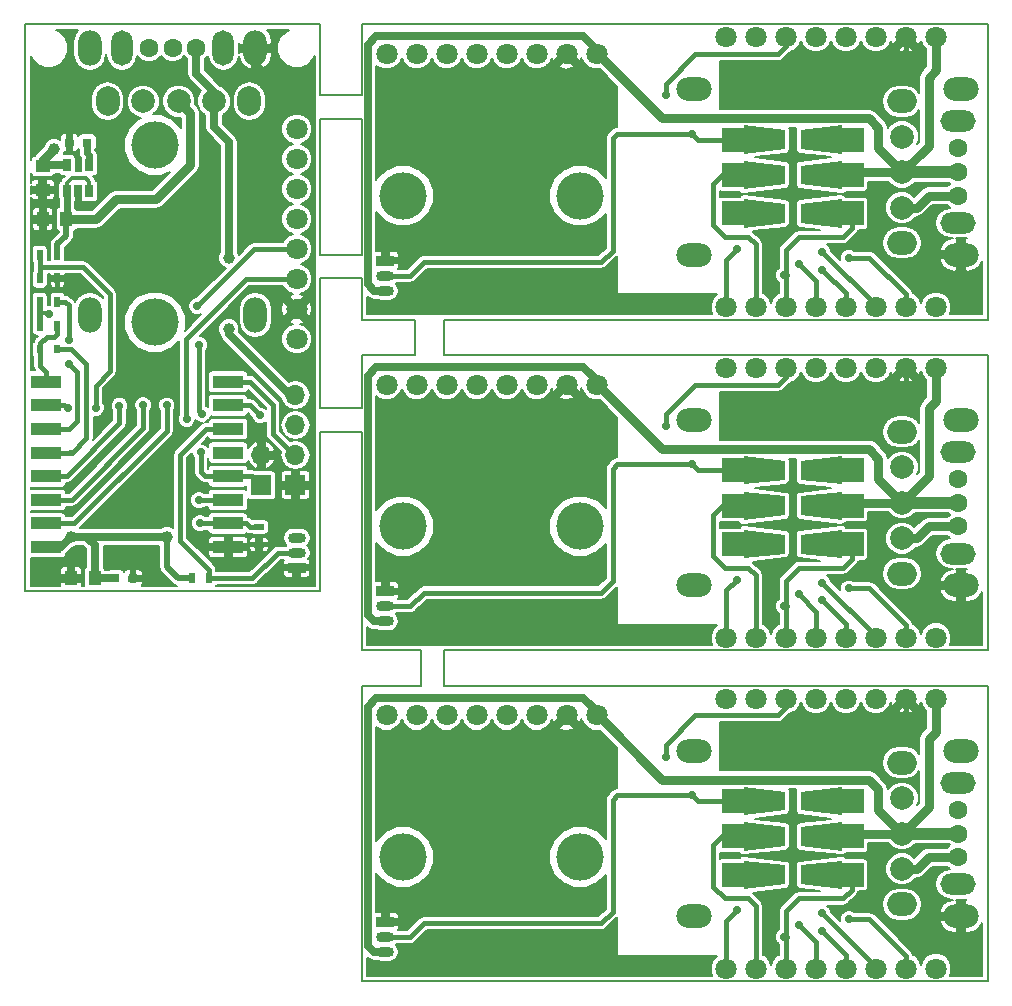
<source format=gbr>
G04 #@! TF.FileFunction,Copper,L1,Top,Signal*
%FSLAX46Y46*%
G04 Gerber Fmt 4.6, Leading zero omitted, Abs format (unit mm)*
G04 Created by KiCad (PCBNEW 4.0.6) date 07/26/18 14:24:44*
%MOMM*%
%LPD*%
G01*
G04 APERTURE LIST*
%ADD10C,0.100000*%
%ADD11C,0.150000*%
%ADD12C,4.000000*%
%ADD13O,3.000000X2.000000*%
%ADD14C,2.000000*%
%ADD15O,2.500000X2.000000*%
%ADD16C,1.800000*%
%ADD17O,1.500000X0.900000*%
%ADD18R,1.500000X0.900000*%
%ADD19O,3.000000X1.800000*%
%ADD20C,1.600000*%
%ADD21R,1.998980X1.998980*%
%ADD22O,2.000000X3.000000*%
%ADD23R,1.700000X1.700000*%
%ADD24O,1.700000X1.700000*%
%ADD25R,2.600000X1.100000*%
%ADD26R,1.000000X1.250000*%
%ADD27R,0.800000X0.750000*%
%ADD28R,1.250000X1.000000*%
%ADD29R,0.500000X0.900000*%
%ADD30R,0.650000X1.060000*%
%ADD31R,0.900000X0.500000*%
%ADD32R,0.600000X0.700000*%
%ADD33O,1.800000X3.000000*%
%ADD34O,2.000000X2.500000*%
%ADD35C,0.700000*%
%ADD36C,1.000000*%
%ADD37C,0.600000*%
%ADD38C,0.400000*%
%ADD39C,0.800000*%
%ADD40C,0.600000*%
%ADD41C,0.500000*%
%ADD42C,0.300000*%
%ADD43C,0.700000*%
%ADD44C,1.000000*%
%ADD45C,0.200000*%
G04 APERTURE END LIST*
D10*
D11*
X113000000Y-61000000D02*
X67000000Y-61000000D01*
X67000000Y-58000000D02*
X113000000Y-58000000D01*
X60000000Y-61000000D02*
X64500000Y-61000000D01*
X60000000Y-58000000D02*
X64500000Y-58000000D01*
X60000000Y-54500000D02*
X60000000Y-58000000D01*
X60000000Y-41000000D02*
X60000000Y-52500000D01*
X60000000Y-33000000D02*
X60000000Y-39000000D01*
X56500000Y-33000000D02*
X56500000Y-39000000D01*
X56500000Y-52500000D02*
X56500000Y-41000000D01*
X56500000Y-65500000D02*
X56500000Y-54500000D01*
X56500000Y-81000000D02*
X56500000Y-67500000D01*
X60000000Y-67500000D02*
X60000000Y-86000000D01*
X60000000Y-61000000D02*
X60000000Y-65500000D01*
X113000000Y-89000000D02*
X67000000Y-89000000D01*
X67000000Y-86000000D02*
X113000000Y-86000000D01*
X60000000Y-86000000D02*
X65000000Y-86000000D01*
X60000000Y-89000000D02*
X65000000Y-89000000D01*
X67000000Y-86000000D02*
X67000000Y-89000000D01*
X65000000Y-86000000D02*
X65000000Y-89000000D01*
X56500000Y-67500000D02*
X60000000Y-67500000D01*
X56500000Y-65500000D02*
X60000000Y-65500000D01*
X67000000Y-61000000D02*
X67000000Y-58000000D01*
X64500000Y-58000000D02*
X64500000Y-61000000D01*
X56500000Y-54500000D02*
X60000000Y-54500000D01*
X56500000Y-52500000D02*
X60000000Y-52500000D01*
X56500000Y-41000000D02*
X60000000Y-41000000D01*
X56500000Y-39000000D02*
X60000000Y-39000000D01*
X113000000Y-33000000D02*
X60000000Y-33000000D01*
X113000000Y-33000000D02*
X113000000Y-58000000D01*
X113000000Y-61000000D02*
X113000000Y-86000000D01*
X60000000Y-114000000D02*
X113000000Y-114000000D01*
X60000000Y-89000000D02*
X60000000Y-114000000D01*
X113000000Y-89000000D02*
X113000000Y-114000000D01*
X31500000Y-33000000D02*
X56500000Y-33000000D01*
X31500000Y-34500000D02*
X31500000Y-33000000D01*
X31500000Y-81000000D02*
X56500000Y-81000000D01*
X31500000Y-80500000D02*
X31500000Y-81000000D01*
X31500000Y-80500000D02*
X31500000Y-34500000D01*
D12*
X78500000Y-47500000D03*
X63500000Y-47500000D03*
D13*
X88150000Y-38500000D03*
X88150000Y-52500000D03*
X110750000Y-52500000D03*
X110750000Y-38500000D03*
D14*
X105750000Y-48500000D03*
D15*
X105750000Y-51500000D03*
X105750000Y-39500000D03*
D14*
X105750000Y-42500000D03*
X105750000Y-45500000D03*
D16*
X90840000Y-56930000D03*
X93380000Y-56930000D03*
X95920000Y-56930000D03*
X98460000Y-56930000D03*
X101000000Y-56930000D03*
X103540000Y-56930000D03*
X106080000Y-56930000D03*
X108620000Y-56930000D03*
X108620000Y-34070000D03*
X106080000Y-34070000D03*
X103540000Y-34070000D03*
X101000000Y-34070000D03*
X98460000Y-34070000D03*
X95920000Y-34070000D03*
X93380000Y-34070000D03*
X90840000Y-34070000D03*
X69730000Y-35500000D03*
X72270000Y-35500000D03*
X67190000Y-35500000D03*
X74810000Y-35500000D03*
X64650000Y-35500000D03*
X77350000Y-35500000D03*
X62110000Y-35500000D03*
X79890000Y-35500000D03*
D17*
X62000000Y-54270000D03*
X62000000Y-55540000D03*
D18*
X62000000Y-53000000D03*
D19*
X110500000Y-49800000D03*
X110500000Y-41200000D03*
D20*
X110500000Y-47500000D03*
X110500000Y-43500000D03*
X110500000Y-45500000D03*
D10*
G36*
X92336940Y-46948880D02*
X92336940Y-44551120D01*
X95837060Y-44949900D01*
X95837060Y-46550100D01*
X92336940Y-46948880D01*
X92336940Y-46948880D01*
G37*
G36*
X100663060Y-44551120D02*
X100663060Y-46948880D01*
X97162940Y-46550100D01*
X97162940Y-44949900D01*
X100663060Y-44551120D01*
X100663060Y-44551120D01*
G37*
D21*
X91498740Y-45750000D03*
X101501260Y-45750000D03*
D10*
G36*
X100663060Y-41551120D02*
X100663060Y-43948880D01*
X97162940Y-43550100D01*
X97162940Y-41949900D01*
X100663060Y-41551120D01*
X100663060Y-41551120D01*
G37*
G36*
X92336940Y-43948880D02*
X92336940Y-41551120D01*
X95837060Y-41949900D01*
X95837060Y-43550100D01*
X92336940Y-43948880D01*
X92336940Y-43948880D01*
G37*
D21*
X101501260Y-42750000D03*
X91498740Y-42750000D03*
D10*
G36*
X100663060Y-47801120D02*
X100663060Y-50198880D01*
X97162940Y-49800100D01*
X97162940Y-48199900D01*
X100663060Y-47801120D01*
X100663060Y-47801120D01*
G37*
G36*
X92336940Y-50198880D02*
X92336940Y-47801120D01*
X95837060Y-48199900D01*
X95837060Y-49800100D01*
X92336940Y-50198880D01*
X92336940Y-50198880D01*
G37*
D21*
X101501260Y-49000000D03*
X91498740Y-49000000D03*
D12*
X78500000Y-75500000D03*
X63500000Y-75500000D03*
D13*
X88150000Y-66500000D03*
X88150000Y-80500000D03*
X110750000Y-80500000D03*
X110750000Y-66500000D03*
D14*
X105750000Y-76500000D03*
D15*
X105750000Y-79500000D03*
X105750000Y-67500000D03*
D14*
X105750000Y-70500000D03*
X105750000Y-73500000D03*
D16*
X90840000Y-84930000D03*
X93380000Y-84930000D03*
X95920000Y-84930000D03*
X98460000Y-84930000D03*
X101000000Y-84930000D03*
X103540000Y-84930000D03*
X106080000Y-84930000D03*
X108620000Y-84930000D03*
X108620000Y-62070000D03*
X106080000Y-62070000D03*
X103540000Y-62070000D03*
X101000000Y-62070000D03*
X98460000Y-62070000D03*
X95920000Y-62070000D03*
X93380000Y-62070000D03*
X90840000Y-62070000D03*
X69730000Y-63500000D03*
X72270000Y-63500000D03*
X67190000Y-63500000D03*
X74810000Y-63500000D03*
X64650000Y-63500000D03*
X77350000Y-63500000D03*
X62110000Y-63500000D03*
X79890000Y-63500000D03*
D17*
X62000000Y-82270000D03*
X62000000Y-83540000D03*
D18*
X62000000Y-81000000D03*
D19*
X110500000Y-77800000D03*
X110500000Y-69200000D03*
D20*
X110500000Y-75500000D03*
X110500000Y-71500000D03*
X110500000Y-73500000D03*
D10*
G36*
X92336940Y-74948880D02*
X92336940Y-72551120D01*
X95837060Y-72949900D01*
X95837060Y-74550100D01*
X92336940Y-74948880D01*
X92336940Y-74948880D01*
G37*
G36*
X100663060Y-72551120D02*
X100663060Y-74948880D01*
X97162940Y-74550100D01*
X97162940Y-72949900D01*
X100663060Y-72551120D01*
X100663060Y-72551120D01*
G37*
D21*
X91498740Y-73750000D03*
X101501260Y-73750000D03*
D10*
G36*
X100663060Y-69551120D02*
X100663060Y-71948880D01*
X97162940Y-71550100D01*
X97162940Y-69949900D01*
X100663060Y-69551120D01*
X100663060Y-69551120D01*
G37*
G36*
X92336940Y-71948880D02*
X92336940Y-69551120D01*
X95837060Y-69949900D01*
X95837060Y-71550100D01*
X92336940Y-71948880D01*
X92336940Y-71948880D01*
G37*
D21*
X101501260Y-70750000D03*
X91498740Y-70750000D03*
D10*
G36*
X100663060Y-75801120D02*
X100663060Y-78198880D01*
X97162940Y-77800100D01*
X97162940Y-76199900D01*
X100663060Y-75801120D01*
X100663060Y-75801120D01*
G37*
G36*
X92336940Y-78198880D02*
X92336940Y-75801120D01*
X95837060Y-76199900D01*
X95837060Y-77800100D01*
X92336940Y-78198880D01*
X92336940Y-78198880D01*
G37*
D21*
X101501260Y-77000000D03*
X91498740Y-77000000D03*
D12*
X78500000Y-103500000D03*
X63500000Y-103500000D03*
D13*
X88150000Y-94500000D03*
X88150000Y-108500000D03*
X110750000Y-108500000D03*
X110750000Y-94500000D03*
D14*
X105750000Y-104500000D03*
D15*
X105750000Y-107500000D03*
X105750000Y-95500000D03*
D14*
X105750000Y-98500000D03*
X105750000Y-101500000D03*
D16*
X90840000Y-112930000D03*
X93380000Y-112930000D03*
X95920000Y-112930000D03*
X98460000Y-112930000D03*
X101000000Y-112930000D03*
X103540000Y-112930000D03*
X106080000Y-112930000D03*
X108620000Y-112930000D03*
X108620000Y-90070000D03*
X106080000Y-90070000D03*
X103540000Y-90070000D03*
X101000000Y-90070000D03*
X98460000Y-90070000D03*
X95920000Y-90070000D03*
X93380000Y-90070000D03*
X90840000Y-90070000D03*
X69730000Y-91500000D03*
X72270000Y-91500000D03*
X67190000Y-91500000D03*
X74810000Y-91500000D03*
X64650000Y-91500000D03*
X77350000Y-91500000D03*
X62110000Y-91500000D03*
X79890000Y-91500000D03*
D17*
X62000000Y-110270000D03*
X62000000Y-111540000D03*
D18*
X62000000Y-109000000D03*
D19*
X110500000Y-105800000D03*
X110500000Y-97200000D03*
D20*
X110500000Y-103500000D03*
X110500000Y-99500000D03*
X110500000Y-101500000D03*
D10*
G36*
X92336940Y-102948880D02*
X92336940Y-100551120D01*
X95837060Y-100949900D01*
X95837060Y-102550100D01*
X92336940Y-102948880D01*
X92336940Y-102948880D01*
G37*
G36*
X100663060Y-100551120D02*
X100663060Y-102948880D01*
X97162940Y-102550100D01*
X97162940Y-100949900D01*
X100663060Y-100551120D01*
X100663060Y-100551120D01*
G37*
D21*
X91498740Y-101750000D03*
X101501260Y-101750000D03*
D10*
G36*
X100663060Y-97551120D02*
X100663060Y-99948880D01*
X97162940Y-99550100D01*
X97162940Y-97949900D01*
X100663060Y-97551120D01*
X100663060Y-97551120D01*
G37*
G36*
X92336940Y-99948880D02*
X92336940Y-97551120D01*
X95837060Y-97949900D01*
X95837060Y-99550100D01*
X92336940Y-99948880D01*
X92336940Y-99948880D01*
G37*
D21*
X101501260Y-98750000D03*
X91498740Y-98750000D03*
D10*
G36*
X100663060Y-103801120D02*
X100663060Y-106198880D01*
X97162940Y-105800100D01*
X97162940Y-104199900D01*
X100663060Y-103801120D01*
X100663060Y-103801120D01*
G37*
G36*
X92336940Y-106198880D02*
X92336940Y-103801120D01*
X95837060Y-104199900D01*
X95837060Y-105800100D01*
X92336940Y-106198880D01*
X92336940Y-106198880D01*
G37*
D21*
X101501260Y-105000000D03*
X91498740Y-105000000D03*
D22*
X37000000Y-57600000D03*
X51000000Y-57600000D03*
X51000000Y-35000000D03*
X37000000Y-35000000D03*
D12*
X42510000Y-43220000D03*
X42490000Y-58230000D03*
D16*
X54500000Y-49480000D03*
X54500000Y-52020000D03*
X54500000Y-46940000D03*
X54500000Y-54560000D03*
X54500000Y-44400000D03*
X54500000Y-57100000D03*
X54500000Y-41860000D03*
X54500000Y-59640000D03*
D23*
X51500000Y-72000000D03*
D24*
X51500000Y-69460000D03*
D25*
X33300000Y-63250000D03*
X33300000Y-65250000D03*
X33300000Y-67250000D03*
X33300000Y-69250000D03*
X33300000Y-71250000D03*
X33300000Y-73250000D03*
X33300000Y-75250000D03*
X33300000Y-77250000D03*
X48700000Y-77250000D03*
X48700000Y-75250000D03*
X48700000Y-73250000D03*
X48700000Y-71250000D03*
X48700000Y-69250000D03*
X48700000Y-67250000D03*
X48700000Y-65250000D03*
X48700000Y-63250000D03*
D26*
X35000000Y-49500000D03*
X33000000Y-49500000D03*
D27*
X35250000Y-43000000D03*
X36750000Y-43000000D03*
D28*
X33000000Y-45000000D03*
X33000000Y-47000000D03*
D29*
X34250000Y-52500000D03*
X32750000Y-52500000D03*
X45600000Y-79890000D03*
X47100000Y-79890000D03*
X32750000Y-54500000D03*
X34250000Y-54500000D03*
D30*
X35050000Y-47100000D03*
X36000000Y-47100000D03*
X36950000Y-47100000D03*
X36950000Y-44900000D03*
X35050000Y-44900000D03*
D17*
X54500000Y-77730000D03*
X54500000Y-76460000D03*
D18*
X54500000Y-79000000D03*
D27*
X40650000Y-79900000D03*
X39150000Y-79900000D03*
D26*
X37400000Y-79900000D03*
X35400000Y-79900000D03*
D29*
X34250000Y-56500000D03*
X32750000Y-56500000D03*
X32750000Y-58500000D03*
X34250000Y-58500000D03*
D31*
X51300000Y-77050000D03*
X51300000Y-75550000D03*
D23*
X54400000Y-72000000D03*
D24*
X54400000Y-69460000D03*
X54400000Y-66920000D03*
X54400000Y-64380000D03*
D32*
X32800000Y-60500000D03*
X34200000Y-60500000D03*
D33*
X48300000Y-35000000D03*
X39700000Y-35000000D03*
D20*
X46000000Y-35000000D03*
X42000000Y-35000000D03*
X44000000Y-35000000D03*
D14*
X47500000Y-39500000D03*
D34*
X50500000Y-39500000D03*
X38500000Y-39500000D03*
D14*
X41500000Y-39500000D03*
X44500000Y-39500000D03*
D35*
X66700000Y-46200000D03*
X72800000Y-46200000D03*
X70700000Y-44300000D03*
X66000000Y-43100000D03*
X65800000Y-54600000D03*
X68100000Y-54600000D03*
X70500000Y-54600000D03*
X72900000Y-54600000D03*
X77500000Y-50500000D03*
X73500000Y-49800000D03*
X69200000Y-49700000D03*
X65700000Y-49700000D03*
X68100000Y-52000000D03*
X70500000Y-52100000D03*
X72900000Y-52000000D03*
X88000000Y-56500000D03*
X84900000Y-56500000D03*
X81900000Y-56500000D03*
X100000000Y-36500000D03*
X96750000Y-36500000D03*
X94000000Y-36500000D03*
X90750000Y-36500000D03*
X100000000Y-39800000D03*
X96900000Y-39800000D03*
X94000000Y-39800000D03*
X90800000Y-39800000D03*
X69750000Y-38750000D03*
X80000000Y-38750000D03*
X77250000Y-38750000D03*
X74750000Y-38750000D03*
X72250000Y-38750000D03*
X66700000Y-74200000D03*
X72800000Y-74200000D03*
X70700000Y-72300000D03*
X66000000Y-71100000D03*
X65800000Y-82600000D03*
X68100000Y-82600000D03*
X70500000Y-82600000D03*
X72900000Y-82600000D03*
X77500000Y-78500000D03*
X73500000Y-77800000D03*
X69200000Y-77700000D03*
X65700000Y-77700000D03*
X68100000Y-80000000D03*
X70500000Y-80100000D03*
X72900000Y-80000000D03*
X88000000Y-84500000D03*
X84900000Y-84500000D03*
X81900000Y-84500000D03*
X100000000Y-64500000D03*
X96750000Y-64500000D03*
X94000000Y-64500000D03*
X90750000Y-64500000D03*
X100000000Y-67800000D03*
X96900000Y-67800000D03*
X94000000Y-67800000D03*
X90800000Y-67800000D03*
X69750000Y-66750000D03*
X80000000Y-66750000D03*
X77250000Y-66750000D03*
X74750000Y-66750000D03*
X72250000Y-66750000D03*
X66700000Y-102200000D03*
X72800000Y-102200000D03*
X70700000Y-100300000D03*
X66000000Y-99100000D03*
X65800000Y-110600000D03*
X68100000Y-110600000D03*
X70500000Y-110600000D03*
X72900000Y-110600000D03*
X77500000Y-106500000D03*
X73500000Y-105800000D03*
X69200000Y-105700000D03*
X65700000Y-105700000D03*
X68100000Y-108000000D03*
X70500000Y-108100000D03*
X72900000Y-108000000D03*
X88000000Y-112500000D03*
X84900000Y-112500000D03*
X81900000Y-112500000D03*
X100000000Y-92500000D03*
X96750000Y-92500000D03*
X94000000Y-92500000D03*
X90750000Y-92500000D03*
X100000000Y-95800000D03*
X96900000Y-95800000D03*
X94000000Y-95800000D03*
X90800000Y-95800000D03*
X69750000Y-94750000D03*
X80000000Y-94750000D03*
X77250000Y-94750000D03*
X74750000Y-94750000D03*
X72250000Y-94750000D03*
X50500000Y-42800000D03*
X50600000Y-46300000D03*
X50600000Y-49200000D03*
X47500000Y-43300000D03*
X47400000Y-45400000D03*
X47300000Y-47900000D03*
X47200000Y-50400000D03*
X40980000Y-52190000D03*
X45460000Y-54770000D03*
X43590000Y-54790000D03*
X41940000Y-54770000D03*
X40100000Y-54720000D03*
X35820000Y-55040000D03*
X35920000Y-52320000D03*
X36050000Y-48200000D03*
X34590000Y-41960000D03*
X38000000Y-43500000D03*
X37000000Y-41000000D03*
X34550000Y-40280000D03*
X43930000Y-61540000D03*
X41830000Y-61560000D03*
X40060000Y-61560000D03*
X47500000Y-61800000D03*
X37870000Y-66700000D03*
X38400000Y-74870000D03*
X46190000Y-76600000D03*
X43500000Y-74750000D03*
X39860000Y-77710000D03*
X35960000Y-77710000D03*
X33550000Y-57510000D03*
D36*
X35390000Y-76380000D03*
X33970000Y-43530000D03*
X43510000Y-76390000D03*
D35*
X46090000Y-56850000D03*
X46260000Y-60100000D03*
X46490000Y-65960000D03*
X46390000Y-69230000D03*
X45180000Y-66430000D03*
X46200000Y-73290000D03*
X37510000Y-65510000D03*
X35130000Y-65510000D03*
X85750000Y-39000000D03*
X88000000Y-42250000D03*
X85750000Y-67000000D03*
X88000000Y-70250000D03*
X85750000Y-95000000D03*
X88000000Y-98250000D03*
X35200000Y-61730000D03*
X35200000Y-59680000D03*
X91750000Y-52000000D03*
X91750000Y-80000000D03*
X91750000Y-108000000D03*
X101250000Y-52750000D03*
X101250000Y-80750000D03*
X101250000Y-108750000D03*
X46310000Y-75230000D03*
X95750000Y-54250000D03*
X95750000Y-82250000D03*
X95750000Y-110250000D03*
D37*
X35470000Y-69250000D03*
D35*
X99000000Y-52250000D03*
X99000000Y-80250000D03*
X99000000Y-108250000D03*
X43490000Y-65260000D03*
X99000000Y-53750000D03*
X99000000Y-81750000D03*
X99000000Y-109750000D03*
X41510000Y-65240000D03*
X97000000Y-53250000D03*
X97000000Y-81250000D03*
X97000000Y-109250000D03*
X39500000Y-65280000D03*
X51400000Y-66100000D03*
D36*
X48750000Y-52750000D03*
X48750000Y-58750000D03*
D35*
X37000000Y-57600000D03*
D38*
X72800000Y-46200000D02*
X66700000Y-46200000D01*
X70000000Y-43600000D02*
X70700000Y-44300000D01*
X66500000Y-43600000D02*
X70000000Y-43600000D01*
X66000000Y-43100000D02*
X66500000Y-43600000D01*
X65800000Y-54600000D02*
X68100000Y-54600000D01*
X70500000Y-54600000D02*
X72900000Y-54600000D01*
X69300000Y-49800000D02*
X73500000Y-49800000D01*
X69200000Y-49700000D02*
X69300000Y-49800000D01*
X65800000Y-49700000D02*
X65700000Y-49700000D01*
X68100000Y-52000000D02*
X65800000Y-49700000D01*
X72800000Y-52100000D02*
X70500000Y-52100000D01*
X72900000Y-52000000D02*
X72800000Y-52100000D01*
X81900000Y-56500000D02*
X84900000Y-56500000D01*
X90750000Y-36500000D02*
X90750000Y-39750000D01*
X106080000Y-35170000D02*
X104750000Y-36500000D01*
X104750000Y-36500000D02*
X100000000Y-36500000D01*
X96750000Y-36500000D02*
X94000000Y-36500000D01*
X106080000Y-34070000D02*
X106080000Y-35170000D01*
X100000000Y-39800000D02*
X100100000Y-39800000D01*
X94000000Y-39800000D02*
X96900000Y-39800000D01*
X90750000Y-39750000D02*
X90800000Y-39800000D01*
X80000000Y-38750000D02*
X77250000Y-38750000D01*
X74750000Y-38750000D02*
X72250000Y-38750000D01*
X72800000Y-74200000D02*
X66700000Y-74200000D01*
X70000000Y-71600000D02*
X70700000Y-72300000D01*
X66500000Y-71600000D02*
X70000000Y-71600000D01*
X66000000Y-71100000D02*
X66500000Y-71600000D01*
X65800000Y-82600000D02*
X68100000Y-82600000D01*
X70500000Y-82600000D02*
X72900000Y-82600000D01*
X69300000Y-77800000D02*
X73500000Y-77800000D01*
X69200000Y-77700000D02*
X69300000Y-77800000D01*
X65800000Y-77700000D02*
X65700000Y-77700000D01*
X68100000Y-80000000D02*
X65800000Y-77700000D01*
X72800000Y-80100000D02*
X70500000Y-80100000D01*
X72900000Y-80000000D02*
X72800000Y-80100000D01*
X81900000Y-84500000D02*
X84900000Y-84500000D01*
X90750000Y-64500000D02*
X90750000Y-67750000D01*
X106080000Y-63170000D02*
X104750000Y-64500000D01*
X104750000Y-64500000D02*
X100000000Y-64500000D01*
X96750000Y-64500000D02*
X94000000Y-64500000D01*
X106080000Y-62070000D02*
X106080000Y-63170000D01*
X100000000Y-67800000D02*
X100100000Y-67800000D01*
X94000000Y-67800000D02*
X96900000Y-67800000D01*
X90750000Y-67750000D02*
X90800000Y-67800000D01*
X80000000Y-66750000D02*
X77250000Y-66750000D01*
X74750000Y-66750000D02*
X72250000Y-66750000D01*
X72800000Y-102200000D02*
X66700000Y-102200000D01*
X70000000Y-99600000D02*
X70700000Y-100300000D01*
X66500000Y-99600000D02*
X70000000Y-99600000D01*
X66000000Y-99100000D02*
X66500000Y-99600000D01*
X65800000Y-110600000D02*
X68100000Y-110600000D01*
X70500000Y-110600000D02*
X72900000Y-110600000D01*
X69300000Y-105800000D02*
X73500000Y-105800000D01*
X69200000Y-105700000D02*
X69300000Y-105800000D01*
X65800000Y-105700000D02*
X65700000Y-105700000D01*
X68100000Y-108000000D02*
X65800000Y-105700000D01*
X72800000Y-108100000D02*
X70500000Y-108100000D01*
X72900000Y-108000000D02*
X72800000Y-108100000D01*
X81900000Y-112500000D02*
X84900000Y-112500000D01*
X90750000Y-92500000D02*
X90750000Y-95750000D01*
X106080000Y-91170000D02*
X104750000Y-92500000D01*
X104750000Y-92500000D02*
X100000000Y-92500000D01*
X96750000Y-92500000D02*
X94000000Y-92500000D01*
X106080000Y-90070000D02*
X106080000Y-91170000D01*
X100000000Y-95800000D02*
X100100000Y-95800000D01*
X94000000Y-95800000D02*
X96900000Y-95800000D01*
X90750000Y-95750000D02*
X90800000Y-95800000D01*
X80000000Y-94750000D02*
X77250000Y-94750000D01*
X74750000Y-94750000D02*
X72250000Y-94750000D01*
D39*
X51000000Y-36400000D02*
X52800000Y-38200000D01*
X52800000Y-38200000D02*
X52800000Y-40500000D01*
X52800000Y-40500000D02*
X50500000Y-42800000D01*
X50600000Y-46300000D02*
X50600000Y-49200000D01*
X47500000Y-45300000D02*
X47500000Y-43300000D01*
X47400000Y-45400000D02*
X47500000Y-45300000D01*
X47300000Y-50300000D02*
X47300000Y-47900000D01*
X47200000Y-50400000D02*
X47300000Y-50300000D01*
X51000000Y-35000000D02*
X51000000Y-36400000D01*
D38*
X35920000Y-52320000D02*
X40850000Y-52320000D01*
X45460000Y-54770000D02*
X43610000Y-54770000D01*
X43590000Y-54790000D02*
X43610000Y-54770000D01*
X40150000Y-54770000D02*
X41940000Y-54770000D01*
X40100000Y-54720000D02*
X40150000Y-54770000D01*
X35060000Y-54500000D02*
X34250000Y-54500000D01*
X35820000Y-55040000D02*
X35060000Y-54500000D01*
X40850000Y-52320000D02*
X40980000Y-52190000D01*
D40*
X36000000Y-47100000D02*
X36000000Y-48150000D01*
D41*
X36000000Y-48150000D02*
X36050000Y-48200000D01*
D38*
X35250000Y-42160000D02*
X35040000Y-41950000D01*
X35040000Y-41950000D02*
X34590000Y-41960000D01*
X35250000Y-43000000D02*
X35250000Y-42160000D01*
D41*
X34560000Y-40290000D02*
X37000000Y-41000000D01*
X34550000Y-40280000D02*
X34560000Y-40290000D01*
X40060000Y-61560000D02*
X40060000Y-62730000D01*
X43930000Y-61540000D02*
X43910000Y-61560000D01*
X43910000Y-61560000D02*
X41830000Y-61560000D01*
X38510000Y-66060000D02*
X37870000Y-66700000D01*
X38510000Y-64280000D02*
X38510000Y-66060000D01*
X40060000Y-62730000D02*
X38510000Y-64280000D01*
X46840000Y-77250000D02*
X46190000Y-76600000D01*
X48700000Y-77250000D02*
X46840000Y-77250000D01*
X43530000Y-74780000D02*
X43560000Y-74780000D01*
X43500000Y-74750000D02*
X43530000Y-74780000D01*
D38*
X35400000Y-79900000D02*
X35400000Y-78270000D01*
X40650000Y-78500000D02*
X40650000Y-79900000D01*
X39860000Y-77710000D02*
X40650000Y-78500000D01*
X35400000Y-78270000D02*
X35960000Y-77710000D01*
D40*
X36950000Y-44900000D02*
X36950000Y-44090000D01*
X36750000Y-43890000D02*
X36750000Y-43000000D01*
X36950000Y-44090000D02*
X36750000Y-43890000D01*
D39*
X101501260Y-42750000D02*
X98913000Y-42750000D01*
X101501260Y-70750000D02*
X98913000Y-70750000D01*
X101501260Y-98750000D02*
X98913000Y-98750000D01*
D42*
X32750000Y-57450000D02*
X33490000Y-57450000D01*
X33490000Y-57450000D02*
X33550000Y-57510000D01*
D39*
X33970000Y-43530000D02*
X33000000Y-44500000D01*
X33000000Y-44500000D02*
X33000000Y-45000000D01*
D41*
X43510000Y-76390000D02*
X43510000Y-78920000D01*
X44480000Y-79890000D02*
X45600000Y-79890000D01*
X43510000Y-78920000D02*
X44480000Y-79890000D01*
D43*
X35050000Y-44900000D02*
X33100000Y-44900000D01*
X33100000Y-44900000D02*
X33000000Y-45000000D01*
X33000000Y-44500000D02*
X33000000Y-45000000D01*
D41*
X32750000Y-58500000D02*
X32750000Y-57450000D01*
X32750000Y-57450000D02*
X32750000Y-57430000D01*
X32750000Y-57430000D02*
X32750000Y-56500000D01*
D43*
X35375000Y-76395000D02*
X35390000Y-76380000D01*
X43510000Y-76380000D02*
X43530000Y-76380000D01*
X43510000Y-76390000D02*
X43510000Y-76380000D01*
X43530000Y-76380000D02*
X36700000Y-76380000D01*
X37400000Y-79900000D02*
X39150000Y-79900000D01*
X37400000Y-79900000D02*
X37400000Y-77080000D01*
X35375000Y-76395000D02*
X34520000Y-77250000D01*
X36700000Y-76380000D02*
X35390000Y-76380000D01*
X37400000Y-77080000D02*
X36700000Y-76380000D01*
X34520000Y-77250000D02*
X33300000Y-77250000D01*
D38*
X48700000Y-71250000D02*
X46770000Y-71250000D01*
X50920000Y-52020000D02*
X54500000Y-52020000D01*
X46090000Y-56850000D02*
X50920000Y-52020000D01*
X46260000Y-65730000D02*
X46260000Y-60100000D01*
X46490000Y-65960000D02*
X46260000Y-65730000D01*
X46390000Y-70870000D02*
X46390000Y-69230000D01*
X46770000Y-71250000D02*
X46390000Y-70870000D01*
X48700000Y-71250000D02*
X50750000Y-71250000D01*
X50750000Y-71250000D02*
X51500000Y-72000000D01*
X48700000Y-73250000D02*
X46240000Y-73250000D01*
X50230000Y-54560000D02*
X54500000Y-54560000D01*
X45160000Y-59630000D02*
X50230000Y-54560000D01*
X45160000Y-66410000D02*
X45160000Y-59630000D01*
X45180000Y-66430000D02*
X45160000Y-66410000D01*
X46240000Y-73250000D02*
X46200000Y-73290000D01*
D39*
X39200000Y-47800000D02*
X42600000Y-47800000D01*
X39200000Y-47800000D02*
X37500000Y-49500000D01*
X35000000Y-49500000D02*
X37500000Y-49500000D01*
X45500000Y-40500000D02*
X44500000Y-39500000D01*
X45500000Y-44900000D02*
X45500000Y-40500000D01*
X42600000Y-47800000D02*
X45500000Y-44900000D01*
X54430000Y-76390000D02*
X54500000Y-76460000D01*
D42*
X35050000Y-47100000D02*
X35050000Y-46410000D01*
X36950000Y-46310000D02*
X36950000Y-47100000D01*
X36630000Y-45990000D02*
X36950000Y-46310000D01*
X35470000Y-45990000D02*
X36630000Y-45990000D01*
X35050000Y-46410000D02*
X35470000Y-45990000D01*
D41*
X34250000Y-52500000D02*
X34250000Y-51620000D01*
X35000000Y-50870000D02*
X35000000Y-49500000D01*
X34250000Y-51620000D02*
X35000000Y-50870000D01*
D40*
X35050000Y-47100000D02*
X35050000Y-48210000D01*
X35050000Y-48210000D02*
X35050000Y-49450000D01*
D41*
X35050000Y-49450000D02*
X35000000Y-49500000D01*
D38*
X35130000Y-65510000D02*
X35070000Y-65510000D01*
X34810000Y-65250000D02*
X33300000Y-65250000D01*
X35070000Y-65510000D02*
X34810000Y-65250000D01*
X36380000Y-53550000D02*
X32750000Y-53550000D01*
X38670000Y-55840000D02*
X36380000Y-53550000D01*
X38670000Y-62380000D02*
X38670000Y-55840000D01*
X37480000Y-63570000D02*
X38670000Y-62380000D01*
X37510000Y-65510000D02*
X37480000Y-63570000D01*
X35120000Y-65520000D02*
X35130000Y-65510000D01*
X32750000Y-54500000D02*
X32750000Y-53550000D01*
X32750000Y-53550000D02*
X32750000Y-52500000D01*
X88000000Y-42250000D02*
X81650000Y-42250000D01*
X64130000Y-54270000D02*
X62000000Y-54270000D01*
X65300000Y-53100000D02*
X64130000Y-54270000D01*
X80300000Y-53100000D02*
X65300000Y-53100000D01*
X81250000Y-52150000D02*
X80300000Y-53100000D01*
X81250000Y-42650000D02*
X81250000Y-52150000D01*
X81650000Y-42250000D02*
X81250000Y-42650000D01*
X91498740Y-42750000D02*
X88500000Y-42750000D01*
X95920000Y-34830000D02*
X95920000Y-34070000D01*
X95250000Y-35500000D02*
X95920000Y-34830000D01*
X88250000Y-35500000D02*
X95250000Y-35500000D01*
X85750000Y-38000000D02*
X88250000Y-35500000D01*
X85750000Y-39000000D02*
X85750000Y-38000000D01*
X88500000Y-42750000D02*
X88000000Y-42250000D01*
D43*
X91498740Y-42750000D02*
X94087000Y-42750000D01*
D38*
X88000000Y-70250000D02*
X81650000Y-70250000D01*
X64130000Y-82270000D02*
X62000000Y-82270000D01*
X65300000Y-81100000D02*
X64130000Y-82270000D01*
X80300000Y-81100000D02*
X65300000Y-81100000D01*
X81250000Y-80150000D02*
X80300000Y-81100000D01*
X81250000Y-70650000D02*
X81250000Y-80150000D01*
X81650000Y-70250000D02*
X81250000Y-70650000D01*
X91498740Y-70750000D02*
X88500000Y-70750000D01*
X95920000Y-62830000D02*
X95920000Y-62070000D01*
X95250000Y-63500000D02*
X95920000Y-62830000D01*
X88250000Y-63500000D02*
X95250000Y-63500000D01*
X85750000Y-66000000D02*
X88250000Y-63500000D01*
X85750000Y-67000000D02*
X85750000Y-66000000D01*
X88500000Y-70750000D02*
X88000000Y-70250000D01*
D43*
X91498740Y-70750000D02*
X94087000Y-70750000D01*
D38*
X88000000Y-98250000D02*
X81650000Y-98250000D01*
X64130000Y-110270000D02*
X62000000Y-110270000D01*
X65300000Y-109100000D02*
X64130000Y-110270000D01*
X80300000Y-109100000D02*
X65300000Y-109100000D01*
X81250000Y-108150000D02*
X80300000Y-109100000D01*
X81250000Y-98650000D02*
X81250000Y-108150000D01*
X81650000Y-98250000D02*
X81250000Y-98650000D01*
X91498740Y-98750000D02*
X88500000Y-98750000D01*
X95920000Y-90830000D02*
X95920000Y-90070000D01*
X95250000Y-91500000D02*
X95920000Y-90830000D01*
X88250000Y-91500000D02*
X95250000Y-91500000D01*
X85750000Y-94000000D02*
X88250000Y-91500000D01*
X85750000Y-95000000D02*
X85750000Y-94000000D01*
X88500000Y-98750000D02*
X88000000Y-98250000D01*
D43*
X91498740Y-98750000D02*
X94087000Y-98750000D01*
D38*
X47100000Y-79890000D02*
X47100000Y-79170000D01*
X46830000Y-67250000D02*
X48700000Y-67250000D01*
X44640000Y-69440000D02*
X46830000Y-67250000D01*
X44640000Y-76710000D02*
X44640000Y-69440000D01*
X47100000Y-79170000D02*
X44640000Y-76710000D01*
X47100000Y-79890000D02*
X50740000Y-79890000D01*
X52900000Y-77730000D02*
X54500000Y-77730000D01*
X50740000Y-79890000D02*
X52900000Y-77730000D01*
X34250000Y-56500000D02*
X34910000Y-56500000D01*
X35230000Y-67250000D02*
X33300000Y-67250000D01*
X35920000Y-66560000D02*
X35230000Y-67250000D01*
X35920000Y-62450000D02*
X35920000Y-66560000D01*
X35200000Y-61730000D02*
X35920000Y-62450000D01*
X35200000Y-56790000D02*
X35200000Y-59680000D01*
X34910000Y-56500000D02*
X35200000Y-56790000D01*
X90840000Y-52910000D02*
X90840000Y-56930000D01*
X91750000Y-52000000D02*
X90840000Y-52910000D01*
D43*
X91498740Y-49000000D02*
X94087000Y-49000000D01*
D38*
X90840000Y-80910000D02*
X90840000Y-84930000D01*
X91750000Y-80000000D02*
X90840000Y-80910000D01*
D43*
X91498740Y-77000000D02*
X94087000Y-77000000D01*
D38*
X90840000Y-108910000D02*
X90840000Y-112930000D01*
X91750000Y-108000000D02*
X90840000Y-108910000D01*
D43*
X91498740Y-105000000D02*
X94087000Y-105000000D01*
D38*
X32800000Y-60500000D02*
X32800000Y-60000000D01*
X34250000Y-59170000D02*
X34250000Y-58500000D01*
X33960000Y-59460000D02*
X34250000Y-59170000D01*
X33340000Y-59460000D02*
X33960000Y-59460000D01*
X32800000Y-60000000D02*
X33340000Y-59460000D01*
X33300000Y-63250000D02*
X33300000Y-62390000D01*
X32800000Y-61890000D02*
X32800000Y-60500000D01*
X33300000Y-62390000D02*
X32800000Y-61890000D01*
X34200000Y-58550000D02*
X34250000Y-58500000D01*
X106080000Y-55830000D02*
X103000000Y-52750000D01*
X103000000Y-52750000D02*
X101250000Y-52750000D01*
X106080000Y-55830000D02*
X106080000Y-56930000D01*
X106080000Y-83830000D02*
X103000000Y-80750000D01*
X103000000Y-80750000D02*
X101250000Y-80750000D01*
X106080000Y-83830000D02*
X106080000Y-84930000D01*
X106080000Y-111830000D02*
X103000000Y-108750000D01*
X103000000Y-108750000D02*
X101250000Y-108750000D01*
X106080000Y-111830000D02*
X106080000Y-112930000D01*
X48700000Y-75250000D02*
X46330000Y-75250000D01*
X46330000Y-75250000D02*
X46310000Y-75230000D01*
X51300000Y-75550000D02*
X50550000Y-75550000D01*
X50250000Y-75250000D02*
X48700000Y-75250000D01*
X50550000Y-75550000D02*
X50250000Y-75250000D01*
X95920000Y-54250000D02*
X96000000Y-54250000D01*
X95750000Y-54250000D02*
X95920000Y-54250000D01*
X96000000Y-54250000D02*
X95920000Y-54250000D01*
X95920000Y-56930000D02*
X95920000Y-54250000D01*
X95920000Y-54250000D02*
X95920000Y-52500000D01*
X95920000Y-52500000D02*
X95920000Y-52080000D01*
X101501260Y-50248740D02*
X101501260Y-49000000D01*
X100750000Y-51000000D02*
X101501260Y-50248740D01*
X97000000Y-51000000D02*
X100750000Y-51000000D01*
X95920000Y-52080000D02*
X97000000Y-51000000D01*
D43*
X101501260Y-49000000D02*
X98913000Y-49000000D01*
D38*
X95920000Y-82250000D02*
X96000000Y-82250000D01*
X95750000Y-82250000D02*
X95920000Y-82250000D01*
X96000000Y-82250000D02*
X95920000Y-82250000D01*
X95920000Y-84930000D02*
X95920000Y-82250000D01*
X95920000Y-82250000D02*
X95920000Y-80500000D01*
X95920000Y-80500000D02*
X95920000Y-80080000D01*
X101501260Y-78248740D02*
X101501260Y-77000000D01*
X100750000Y-79000000D02*
X101501260Y-78248740D01*
X97000000Y-79000000D02*
X100750000Y-79000000D01*
X95920000Y-80080000D02*
X97000000Y-79000000D01*
D43*
X101501260Y-77000000D02*
X98913000Y-77000000D01*
D38*
X95920000Y-110250000D02*
X96000000Y-110250000D01*
X95750000Y-110250000D02*
X95920000Y-110250000D01*
X96000000Y-110250000D02*
X95920000Y-110250000D01*
X95920000Y-112930000D02*
X95920000Y-110250000D01*
X95920000Y-110250000D02*
X95920000Y-108500000D01*
X95920000Y-108500000D02*
X95920000Y-108080000D01*
X101501260Y-106248740D02*
X101501260Y-105000000D01*
X100750000Y-107000000D02*
X101501260Y-106248740D01*
X97000000Y-107000000D02*
X100750000Y-107000000D01*
X95920000Y-108080000D02*
X97000000Y-107000000D01*
D43*
X101501260Y-105000000D02*
X98913000Y-105000000D01*
D38*
X34200000Y-60500000D02*
X35410000Y-60500000D01*
X36700000Y-68020000D02*
X35470000Y-69250000D01*
X36700000Y-61790000D02*
X36700000Y-68020000D01*
X35410000Y-60500000D02*
X36700000Y-61790000D01*
X33300000Y-69250000D02*
X35470000Y-69250000D01*
X99000000Y-52250000D02*
X103540000Y-56790000D01*
X103540000Y-56930000D02*
X103540000Y-56790000D01*
X99000000Y-80250000D02*
X103540000Y-84790000D01*
X103540000Y-84930000D02*
X103540000Y-84790000D01*
X99000000Y-108250000D02*
X103540000Y-112790000D01*
X103540000Y-112930000D02*
X103540000Y-112790000D01*
X33300000Y-75250000D02*
X35690000Y-75250000D01*
X43490000Y-67450000D02*
X43490000Y-65260000D01*
X35690000Y-75250000D02*
X43490000Y-67450000D01*
X101000000Y-55750000D02*
X99000000Y-53750000D01*
X101000000Y-55750000D02*
X101000000Y-56930000D01*
X101000000Y-83750000D02*
X99000000Y-81750000D01*
X101000000Y-83750000D02*
X101000000Y-84930000D01*
X101000000Y-111750000D02*
X99000000Y-109750000D01*
X101000000Y-111750000D02*
X101000000Y-112930000D01*
X33300000Y-73250000D02*
X35440000Y-73250000D01*
X41510000Y-67180000D02*
X41510000Y-65240000D01*
X35440000Y-73250000D02*
X41510000Y-67180000D01*
X98460000Y-56930000D02*
X98460000Y-54710000D01*
X98460000Y-54710000D02*
X97000000Y-53250000D01*
X98460000Y-84930000D02*
X98460000Y-82710000D01*
X98460000Y-82710000D02*
X97000000Y-81250000D01*
X98460000Y-112930000D02*
X98460000Y-110710000D01*
X98460000Y-110710000D02*
X97000000Y-109250000D01*
X33300000Y-71250000D02*
X35020000Y-71250000D01*
X39500000Y-66770000D02*
X39500000Y-65280000D01*
X35020000Y-71250000D02*
X39500000Y-66770000D01*
X54400000Y-69460000D02*
X54260000Y-69460000D01*
X54260000Y-69460000D02*
X52500000Y-67700000D01*
X52500000Y-67700000D02*
X52500000Y-65200000D01*
X52500000Y-65200000D02*
X50550000Y-63250000D01*
X50550000Y-63250000D02*
X48700000Y-63250000D01*
X48700000Y-65250000D02*
X50550000Y-65250000D01*
X50550000Y-65250000D02*
X51400000Y-66100000D01*
D43*
X47500000Y-39500000D02*
X47500000Y-38700000D01*
X47500000Y-38700000D02*
X46000000Y-37200000D01*
X46000000Y-37200000D02*
X46000000Y-35000000D01*
X48750000Y-52750000D02*
X48750000Y-42950000D01*
X54400000Y-64380000D02*
X53930000Y-64380000D01*
X48750000Y-59200000D02*
X48750000Y-58750000D01*
X53930000Y-64380000D02*
X48750000Y-59200000D01*
X47500000Y-41700000D02*
X47500000Y-39500000D01*
X48750000Y-42950000D02*
X47500000Y-41700000D01*
D38*
X93380000Y-56930000D02*
X93380000Y-51630000D01*
X89750000Y-46500000D02*
X90500000Y-45750000D01*
X89750000Y-50000000D02*
X89750000Y-46500000D01*
X90750000Y-51000000D02*
X89750000Y-50000000D01*
X92750000Y-51000000D02*
X90750000Y-51000000D01*
X93380000Y-51630000D02*
X92750000Y-51000000D01*
X90500000Y-45750000D02*
X91498740Y-45750000D01*
X90500000Y-45750000D02*
X91498740Y-45750000D01*
D43*
X91498740Y-45750000D02*
X94087000Y-45750000D01*
D38*
X93380000Y-84930000D02*
X93380000Y-79630000D01*
X89750000Y-74500000D02*
X90500000Y-73750000D01*
X89750000Y-78000000D02*
X89750000Y-74500000D01*
X90750000Y-79000000D02*
X89750000Y-78000000D01*
X92750000Y-79000000D02*
X90750000Y-79000000D01*
X93380000Y-79630000D02*
X92750000Y-79000000D01*
X90500000Y-73750000D02*
X91498740Y-73750000D01*
X90500000Y-73750000D02*
X91498740Y-73750000D01*
D43*
X91498740Y-73750000D02*
X94087000Y-73750000D01*
D38*
X93380000Y-112930000D02*
X93380000Y-107630000D01*
X89750000Y-102500000D02*
X90500000Y-101750000D01*
X89750000Y-106000000D02*
X89750000Y-102500000D01*
X90750000Y-107000000D02*
X89750000Y-106000000D01*
X92750000Y-107000000D02*
X90750000Y-107000000D01*
X93380000Y-107630000D02*
X92750000Y-107000000D01*
X90500000Y-101750000D02*
X91498740Y-101750000D01*
X90500000Y-101750000D02*
X91498740Y-101750000D01*
D43*
X91498740Y-101750000D02*
X94087000Y-101750000D01*
X101501260Y-45750000D02*
X98913000Y-45750000D01*
X79890000Y-35500000D02*
X79890000Y-35140000D01*
X79890000Y-35140000D02*
X78750000Y-34000000D01*
X61040000Y-55540000D02*
X62000000Y-55540000D01*
X60500000Y-55000000D02*
X61040000Y-55540000D01*
X60500000Y-34750000D02*
X60500000Y-55000000D01*
X61250000Y-34000000D02*
X60500000Y-34750000D01*
X78750000Y-34000000D02*
X61250000Y-34000000D01*
D39*
X79890000Y-35500000D02*
X80000000Y-35500000D01*
X80000000Y-35500000D02*
X85450000Y-40950000D01*
X85450000Y-40950000D02*
X102950000Y-40950000D01*
X102950000Y-40950000D02*
X103750000Y-41750000D01*
X103750000Y-41750000D02*
X103750000Y-43500000D01*
X103750000Y-43500000D02*
X105750000Y-45500000D01*
X105750000Y-45500000D02*
X101751260Y-45500000D01*
X101751260Y-45500000D02*
X101501260Y-45750000D01*
X105750000Y-45500000D02*
X105500000Y-45500000D01*
X108620000Y-34070000D02*
X108620000Y-36880000D01*
X108000000Y-43250000D02*
X105750000Y-45500000D01*
X108000000Y-37500000D02*
X108000000Y-43250000D01*
X108620000Y-36880000D02*
X108000000Y-37500000D01*
D44*
X110500000Y-45500000D02*
X105750000Y-45500000D01*
D43*
X101501260Y-73750000D02*
X98913000Y-73750000D01*
X79890000Y-63500000D02*
X79890000Y-63140000D01*
X79890000Y-63140000D02*
X78750000Y-62000000D01*
X61040000Y-83540000D02*
X62000000Y-83540000D01*
X60500000Y-83000000D02*
X61040000Y-83540000D01*
X60500000Y-62750000D02*
X60500000Y-83000000D01*
X61250000Y-62000000D02*
X60500000Y-62750000D01*
X78750000Y-62000000D02*
X61250000Y-62000000D01*
D39*
X79890000Y-63500000D02*
X80000000Y-63500000D01*
X80000000Y-63500000D02*
X85450000Y-68950000D01*
X85450000Y-68950000D02*
X102950000Y-68950000D01*
X102950000Y-68950000D02*
X103750000Y-69750000D01*
X103750000Y-69750000D02*
X103750000Y-71500000D01*
X103750000Y-71500000D02*
X105750000Y-73500000D01*
X105750000Y-73500000D02*
X101751260Y-73500000D01*
X101751260Y-73500000D02*
X101501260Y-73750000D01*
X105750000Y-73500000D02*
X105500000Y-73500000D01*
X108620000Y-62070000D02*
X108620000Y-64880000D01*
X108000000Y-71250000D02*
X105750000Y-73500000D01*
X108000000Y-65500000D02*
X108000000Y-71250000D01*
X108620000Y-64880000D02*
X108000000Y-65500000D01*
D44*
X110500000Y-73500000D02*
X105750000Y-73500000D01*
D43*
X101501260Y-101750000D02*
X98913000Y-101750000D01*
X79890000Y-91500000D02*
X79890000Y-91140000D01*
X79890000Y-91140000D02*
X78750000Y-90000000D01*
X61040000Y-111540000D02*
X62000000Y-111540000D01*
X60500000Y-111000000D02*
X61040000Y-111540000D01*
X60500000Y-90750000D02*
X60500000Y-111000000D01*
X61250000Y-90000000D02*
X60500000Y-90750000D01*
X78750000Y-90000000D02*
X61250000Y-90000000D01*
D39*
X79890000Y-91500000D02*
X80000000Y-91500000D01*
X80000000Y-91500000D02*
X85450000Y-96950000D01*
X85450000Y-96950000D02*
X102950000Y-96950000D01*
X102950000Y-96950000D02*
X103750000Y-97750000D01*
X103750000Y-97750000D02*
X103750000Y-99500000D01*
X103750000Y-99500000D02*
X105750000Y-101500000D01*
X105750000Y-101500000D02*
X101751260Y-101500000D01*
X101751260Y-101500000D02*
X101501260Y-101750000D01*
X105750000Y-101500000D02*
X105500000Y-101500000D01*
X108620000Y-90070000D02*
X108620000Y-92880000D01*
X108000000Y-99250000D02*
X105750000Y-101500000D01*
X108000000Y-93500000D02*
X108000000Y-99250000D01*
X108620000Y-92880000D02*
X108000000Y-93500000D01*
D44*
X110500000Y-101500000D02*
X105750000Y-101500000D01*
D39*
X105750000Y-48500000D02*
X107000000Y-48500000D01*
X108000000Y-47500000D02*
X110500000Y-47500000D01*
X107000000Y-48500000D02*
X108000000Y-47500000D01*
X105750000Y-76500000D02*
X107000000Y-76500000D01*
X108000000Y-75500000D02*
X110500000Y-75500000D01*
X107000000Y-76500000D02*
X108000000Y-75500000D01*
X105750000Y-104500000D02*
X107000000Y-104500000D01*
X108000000Y-103500000D02*
X110500000Y-103500000D01*
X107000000Y-104500000D02*
X108000000Y-103500000D01*
D45*
G36*
X81650000Y-55750000D02*
X81656839Y-55786346D01*
X81678319Y-55819727D01*
X81711094Y-55842121D01*
X81750000Y-55850000D01*
X90081802Y-55850000D01*
X89738556Y-56192647D01*
X89540226Y-56670279D01*
X89539774Y-57187452D01*
X89679247Y-57525000D01*
X60475000Y-57525000D01*
X60475000Y-56035660D01*
X60509670Y-56070330D01*
X60752987Y-56232910D01*
X61040000Y-56290000D01*
X61299362Y-56290000D01*
X61352189Y-56325298D01*
X61677470Y-56390000D01*
X62322530Y-56390000D01*
X62647811Y-56325298D01*
X62923571Y-56141041D01*
X63107828Y-55865281D01*
X63172530Y-55540000D01*
X63107828Y-55214719D01*
X62923571Y-54938959D01*
X62872748Y-54905000D01*
X62923571Y-54871041D01*
X62924267Y-54870000D01*
X64130000Y-54870000D01*
X64359610Y-54824328D01*
X64554264Y-54694264D01*
X65548528Y-53700000D01*
X80300000Y-53700000D01*
X80529610Y-53654328D01*
X80724264Y-53524264D01*
X81650000Y-52598528D01*
X81650000Y-55750000D01*
X81650000Y-55750000D01*
G37*
X81650000Y-55750000D02*
X81656839Y-55786346D01*
X81678319Y-55819727D01*
X81711094Y-55842121D01*
X81750000Y-55850000D01*
X90081802Y-55850000D01*
X89738556Y-56192647D01*
X89540226Y-56670279D01*
X89539774Y-57187452D01*
X89679247Y-57525000D01*
X60475000Y-57525000D01*
X60475000Y-56035660D01*
X60509670Y-56070330D01*
X60752987Y-56232910D01*
X61040000Y-56290000D01*
X61299362Y-56290000D01*
X61352189Y-56325298D01*
X61677470Y-56390000D01*
X62322530Y-56390000D01*
X62647811Y-56325298D01*
X62923571Y-56141041D01*
X63107828Y-55865281D01*
X63172530Y-55540000D01*
X63107828Y-55214719D01*
X62923571Y-54938959D01*
X62872748Y-54905000D01*
X62923571Y-54871041D01*
X62924267Y-54870000D01*
X64130000Y-54870000D01*
X64359610Y-54824328D01*
X64554264Y-54694264D01*
X65548528Y-53700000D01*
X80300000Y-53700000D01*
X80529610Y-53654328D01*
X80724264Y-53524264D01*
X81650000Y-52598528D01*
X81650000Y-55750000D01*
G36*
X96787236Y-41791229D02*
X96755104Y-41949900D01*
X96755104Y-43550100D01*
X96768658Y-43654368D01*
X96840288Y-43799551D01*
X96962759Y-43905428D01*
X97116773Y-43955314D01*
X99703253Y-44250000D01*
X97116773Y-44544686D01*
X97014709Y-44569956D01*
X96878568Y-44657560D01*
X96787236Y-44791229D01*
X96755104Y-44949900D01*
X96755104Y-46550100D01*
X96768658Y-46654368D01*
X96840288Y-46799551D01*
X96962759Y-46905428D01*
X97116773Y-46955314D01*
X100616893Y-47354094D01*
X100811291Y-47328824D01*
X100947432Y-47241220D01*
X101004754Y-47157326D01*
X102500750Y-47157326D01*
X102648981Y-47129434D01*
X102785122Y-47041830D01*
X102876454Y-46908161D01*
X102908586Y-46749490D01*
X102908586Y-46300000D01*
X104570431Y-46300000D01*
X104955928Y-46686170D01*
X105470301Y-46899757D01*
X106027256Y-46900243D01*
X106542000Y-46687555D01*
X106830057Y-46400000D01*
X109702854Y-46400000D01*
X109802943Y-46500265D01*
X109602859Y-46700000D01*
X108000000Y-46700000D01*
X107693853Y-46760896D01*
X107434315Y-46934314D01*
X106799213Y-47569417D01*
X106544072Y-47313830D01*
X106029699Y-47100243D01*
X105472744Y-47099757D01*
X104958000Y-47312445D01*
X104563830Y-47705928D01*
X104350243Y-48220301D01*
X104349757Y-48777256D01*
X104562445Y-49292000D01*
X104955928Y-49686170D01*
X105470301Y-49899757D01*
X106027256Y-49900243D01*
X106542000Y-49687555D01*
X106930232Y-49300000D01*
X107000000Y-49300000D01*
X107306147Y-49239104D01*
X107565685Y-49065685D01*
X108331371Y-48300000D01*
X109603028Y-48300000D01*
X109812636Y-48509974D01*
X109365289Y-48598957D01*
X108943538Y-48880761D01*
X108661734Y-49302512D01*
X108562777Y-49800000D01*
X108661734Y-50297488D01*
X108943538Y-50719239D01*
X109365289Y-51001043D01*
X109862777Y-51100000D01*
X110063683Y-51100000D01*
X109677926Y-51183685D01*
X109217741Y-51502807D01*
X108946287Y-51989773D01*
X108985089Y-52200000D01*
X110450000Y-52200000D01*
X110450000Y-51178749D01*
X110294428Y-51100000D01*
X111137223Y-51100000D01*
X111249817Y-51077604D01*
X111050000Y-51178749D01*
X111050000Y-52200000D01*
X111070000Y-52200000D01*
X111070000Y-52800000D01*
X111050000Y-52800000D01*
X111050000Y-53821251D01*
X111274795Y-53935040D01*
X111822074Y-53816315D01*
X112282259Y-53497193D01*
X112525000Y-53061736D01*
X112525000Y-57525000D01*
X109780554Y-57525000D01*
X109919774Y-57189721D01*
X109920226Y-56672548D01*
X109722729Y-56194571D01*
X109357353Y-55828556D01*
X108879721Y-55630226D01*
X108362548Y-55629774D01*
X107884571Y-55827271D01*
X107518556Y-56192647D01*
X107349830Y-56598985D01*
X107182729Y-56194571D01*
X106817353Y-55828556D01*
X106667321Y-55766257D01*
X106634328Y-55600390D01*
X106504264Y-55405736D01*
X104108755Y-53010227D01*
X108946287Y-53010227D01*
X109217741Y-53497193D01*
X109677926Y-53816315D01*
X110225205Y-53935040D01*
X110450000Y-53821251D01*
X110450000Y-52800000D01*
X108985089Y-52800000D01*
X108946287Y-53010227D01*
X104108755Y-53010227D01*
X103424264Y-52325736D01*
X103229610Y-52195672D01*
X103000000Y-52150000D01*
X101710781Y-52150000D01*
X101675395Y-52114552D01*
X101399839Y-52000131D01*
X101101470Y-51999870D01*
X100825714Y-52113811D01*
X100614552Y-52324605D01*
X100500131Y-52600161D01*
X100499870Y-52898530D01*
X100501850Y-52903322D01*
X99750086Y-52151558D01*
X99750130Y-52101470D01*
X99636189Y-51825714D01*
X99425395Y-51614552D01*
X99390350Y-51600000D01*
X100750000Y-51600000D01*
X100979610Y-51554328D01*
X101060917Y-51500000D01*
X104067675Y-51500000D01*
X104174244Y-52035757D01*
X104477726Y-52489949D01*
X104931918Y-52793431D01*
X105467675Y-52900000D01*
X106032325Y-52900000D01*
X106568082Y-52793431D01*
X107022274Y-52489949D01*
X107325756Y-52035757D01*
X107432325Y-51500000D01*
X107325756Y-50964243D01*
X107022274Y-50510051D01*
X106568082Y-50206569D01*
X106032325Y-50100000D01*
X105467675Y-50100000D01*
X104931918Y-50206569D01*
X104477726Y-50510051D01*
X104174244Y-50964243D01*
X104067675Y-51500000D01*
X101060917Y-51500000D01*
X101174264Y-51424264D01*
X101925524Y-50673004D01*
X102055588Y-50478350D01*
X102069715Y-50407326D01*
X102500750Y-50407326D01*
X102648981Y-50379434D01*
X102785122Y-50291830D01*
X102876454Y-50158161D01*
X102908586Y-49999490D01*
X102908586Y-48000510D01*
X102880694Y-47852279D01*
X102793090Y-47716138D01*
X102659421Y-47624806D01*
X102500750Y-47592674D01*
X101008941Y-47592674D01*
X100921330Y-47485483D01*
X100778181Y-47409869D01*
X100616893Y-47395906D01*
X97116773Y-47794686D01*
X97014709Y-47819956D01*
X96878568Y-47907560D01*
X96787236Y-48041229D01*
X96755104Y-48199900D01*
X96755104Y-49800100D01*
X96768658Y-49904368D01*
X96840288Y-50049551D01*
X96962759Y-50155428D01*
X97116773Y-50205314D01*
X98825546Y-50400000D01*
X97000000Y-50400000D01*
X96770390Y-50445672D01*
X96575736Y-50575736D01*
X95495736Y-51655736D01*
X95365672Y-51850390D01*
X95320000Y-52080000D01*
X95320000Y-53619515D01*
X95114552Y-53824605D01*
X95000131Y-54100161D01*
X94999870Y-54398530D01*
X95113811Y-54674286D01*
X95320000Y-54880835D01*
X95320000Y-55771313D01*
X95184571Y-55827271D01*
X94818556Y-56192647D01*
X94649830Y-56598985D01*
X94482729Y-56194571D01*
X94117353Y-55828556D01*
X93980000Y-55771522D01*
X93980000Y-51630000D01*
X93934328Y-51400390D01*
X93804264Y-51205736D01*
X93174264Y-50575736D01*
X93095272Y-50522955D01*
X95883227Y-50205314D01*
X95985291Y-50180044D01*
X96121432Y-50092440D01*
X96212764Y-49958771D01*
X96244896Y-49800100D01*
X96244896Y-48199900D01*
X96231342Y-48095632D01*
X96159712Y-47950449D01*
X96037241Y-47844572D01*
X95883227Y-47794686D01*
X92383107Y-47395906D01*
X92188709Y-47421176D01*
X92052568Y-47508780D01*
X91995246Y-47592674D01*
X90499250Y-47592674D01*
X90351019Y-47620566D01*
X90350000Y-47621222D01*
X90350000Y-47127102D01*
X90499250Y-47157326D01*
X91991059Y-47157326D01*
X92078670Y-47264517D01*
X92221819Y-47340131D01*
X92383107Y-47354094D01*
X95883227Y-46955314D01*
X95985291Y-46930044D01*
X96121432Y-46842440D01*
X96212764Y-46708771D01*
X96244896Y-46550100D01*
X96244896Y-44949900D01*
X96231342Y-44845632D01*
X96159712Y-44700449D01*
X96037241Y-44594572D01*
X95883227Y-44544686D01*
X93296747Y-44250000D01*
X95883227Y-43955314D01*
X95985291Y-43930044D01*
X96121432Y-43842440D01*
X96212764Y-43708771D01*
X96244896Y-43550100D01*
X96244896Y-41949900D01*
X96231342Y-41845632D01*
X96184159Y-41750000D01*
X96815407Y-41750000D01*
X96787236Y-41791229D01*
X96787236Y-41791229D01*
G37*
X96787236Y-41791229D02*
X96755104Y-41949900D01*
X96755104Y-43550100D01*
X96768658Y-43654368D01*
X96840288Y-43799551D01*
X96962759Y-43905428D01*
X97116773Y-43955314D01*
X99703253Y-44250000D01*
X97116773Y-44544686D01*
X97014709Y-44569956D01*
X96878568Y-44657560D01*
X96787236Y-44791229D01*
X96755104Y-44949900D01*
X96755104Y-46550100D01*
X96768658Y-46654368D01*
X96840288Y-46799551D01*
X96962759Y-46905428D01*
X97116773Y-46955314D01*
X100616893Y-47354094D01*
X100811291Y-47328824D01*
X100947432Y-47241220D01*
X101004754Y-47157326D01*
X102500750Y-47157326D01*
X102648981Y-47129434D01*
X102785122Y-47041830D01*
X102876454Y-46908161D01*
X102908586Y-46749490D01*
X102908586Y-46300000D01*
X104570431Y-46300000D01*
X104955928Y-46686170D01*
X105470301Y-46899757D01*
X106027256Y-46900243D01*
X106542000Y-46687555D01*
X106830057Y-46400000D01*
X109702854Y-46400000D01*
X109802943Y-46500265D01*
X109602859Y-46700000D01*
X108000000Y-46700000D01*
X107693853Y-46760896D01*
X107434315Y-46934314D01*
X106799213Y-47569417D01*
X106544072Y-47313830D01*
X106029699Y-47100243D01*
X105472744Y-47099757D01*
X104958000Y-47312445D01*
X104563830Y-47705928D01*
X104350243Y-48220301D01*
X104349757Y-48777256D01*
X104562445Y-49292000D01*
X104955928Y-49686170D01*
X105470301Y-49899757D01*
X106027256Y-49900243D01*
X106542000Y-49687555D01*
X106930232Y-49300000D01*
X107000000Y-49300000D01*
X107306147Y-49239104D01*
X107565685Y-49065685D01*
X108331371Y-48300000D01*
X109603028Y-48300000D01*
X109812636Y-48509974D01*
X109365289Y-48598957D01*
X108943538Y-48880761D01*
X108661734Y-49302512D01*
X108562777Y-49800000D01*
X108661734Y-50297488D01*
X108943538Y-50719239D01*
X109365289Y-51001043D01*
X109862777Y-51100000D01*
X110063683Y-51100000D01*
X109677926Y-51183685D01*
X109217741Y-51502807D01*
X108946287Y-51989773D01*
X108985089Y-52200000D01*
X110450000Y-52200000D01*
X110450000Y-51178749D01*
X110294428Y-51100000D01*
X111137223Y-51100000D01*
X111249817Y-51077604D01*
X111050000Y-51178749D01*
X111050000Y-52200000D01*
X111070000Y-52200000D01*
X111070000Y-52800000D01*
X111050000Y-52800000D01*
X111050000Y-53821251D01*
X111274795Y-53935040D01*
X111822074Y-53816315D01*
X112282259Y-53497193D01*
X112525000Y-53061736D01*
X112525000Y-57525000D01*
X109780554Y-57525000D01*
X109919774Y-57189721D01*
X109920226Y-56672548D01*
X109722729Y-56194571D01*
X109357353Y-55828556D01*
X108879721Y-55630226D01*
X108362548Y-55629774D01*
X107884571Y-55827271D01*
X107518556Y-56192647D01*
X107349830Y-56598985D01*
X107182729Y-56194571D01*
X106817353Y-55828556D01*
X106667321Y-55766257D01*
X106634328Y-55600390D01*
X106504264Y-55405736D01*
X104108755Y-53010227D01*
X108946287Y-53010227D01*
X109217741Y-53497193D01*
X109677926Y-53816315D01*
X110225205Y-53935040D01*
X110450000Y-53821251D01*
X110450000Y-52800000D01*
X108985089Y-52800000D01*
X108946287Y-53010227D01*
X104108755Y-53010227D01*
X103424264Y-52325736D01*
X103229610Y-52195672D01*
X103000000Y-52150000D01*
X101710781Y-52150000D01*
X101675395Y-52114552D01*
X101399839Y-52000131D01*
X101101470Y-51999870D01*
X100825714Y-52113811D01*
X100614552Y-52324605D01*
X100500131Y-52600161D01*
X100499870Y-52898530D01*
X100501850Y-52903322D01*
X99750086Y-52151558D01*
X99750130Y-52101470D01*
X99636189Y-51825714D01*
X99425395Y-51614552D01*
X99390350Y-51600000D01*
X100750000Y-51600000D01*
X100979610Y-51554328D01*
X101060917Y-51500000D01*
X104067675Y-51500000D01*
X104174244Y-52035757D01*
X104477726Y-52489949D01*
X104931918Y-52793431D01*
X105467675Y-52900000D01*
X106032325Y-52900000D01*
X106568082Y-52793431D01*
X107022274Y-52489949D01*
X107325756Y-52035757D01*
X107432325Y-51500000D01*
X107325756Y-50964243D01*
X107022274Y-50510051D01*
X106568082Y-50206569D01*
X106032325Y-50100000D01*
X105467675Y-50100000D01*
X104931918Y-50206569D01*
X104477726Y-50510051D01*
X104174244Y-50964243D01*
X104067675Y-51500000D01*
X101060917Y-51500000D01*
X101174264Y-51424264D01*
X101925524Y-50673004D01*
X102055588Y-50478350D01*
X102069715Y-50407326D01*
X102500750Y-50407326D01*
X102648981Y-50379434D01*
X102785122Y-50291830D01*
X102876454Y-50158161D01*
X102908586Y-49999490D01*
X102908586Y-48000510D01*
X102880694Y-47852279D01*
X102793090Y-47716138D01*
X102659421Y-47624806D01*
X102500750Y-47592674D01*
X101008941Y-47592674D01*
X100921330Y-47485483D01*
X100778181Y-47409869D01*
X100616893Y-47395906D01*
X97116773Y-47794686D01*
X97014709Y-47819956D01*
X96878568Y-47907560D01*
X96787236Y-48041229D01*
X96755104Y-48199900D01*
X96755104Y-49800100D01*
X96768658Y-49904368D01*
X96840288Y-50049551D01*
X96962759Y-50155428D01*
X97116773Y-50205314D01*
X98825546Y-50400000D01*
X97000000Y-50400000D01*
X96770390Y-50445672D01*
X96575736Y-50575736D01*
X95495736Y-51655736D01*
X95365672Y-51850390D01*
X95320000Y-52080000D01*
X95320000Y-53619515D01*
X95114552Y-53824605D01*
X95000131Y-54100161D01*
X94999870Y-54398530D01*
X95113811Y-54674286D01*
X95320000Y-54880835D01*
X95320000Y-55771313D01*
X95184571Y-55827271D01*
X94818556Y-56192647D01*
X94649830Y-56598985D01*
X94482729Y-56194571D01*
X94117353Y-55828556D01*
X93980000Y-55771522D01*
X93980000Y-51630000D01*
X93934328Y-51400390D01*
X93804264Y-51205736D01*
X93174264Y-50575736D01*
X93095272Y-50522955D01*
X95883227Y-50205314D01*
X95985291Y-50180044D01*
X96121432Y-50092440D01*
X96212764Y-49958771D01*
X96244896Y-49800100D01*
X96244896Y-48199900D01*
X96231342Y-48095632D01*
X96159712Y-47950449D01*
X96037241Y-47844572D01*
X95883227Y-47794686D01*
X92383107Y-47395906D01*
X92188709Y-47421176D01*
X92052568Y-47508780D01*
X91995246Y-47592674D01*
X90499250Y-47592674D01*
X90351019Y-47620566D01*
X90350000Y-47621222D01*
X90350000Y-47127102D01*
X90499250Y-47157326D01*
X91991059Y-47157326D01*
X92078670Y-47264517D01*
X92221819Y-47340131D01*
X92383107Y-47354094D01*
X95883227Y-46955314D01*
X95985291Y-46930044D01*
X96121432Y-46842440D01*
X96212764Y-46708771D01*
X96244896Y-46550100D01*
X96244896Y-44949900D01*
X96231342Y-44845632D01*
X96159712Y-44700449D01*
X96037241Y-44594572D01*
X95883227Y-44544686D01*
X93296747Y-44250000D01*
X95883227Y-43955314D01*
X95985291Y-43930044D01*
X96121432Y-43842440D01*
X96212764Y-43708771D01*
X96244896Y-43550100D01*
X96244896Y-41949900D01*
X96231342Y-41845632D01*
X96184159Y-41750000D01*
X96815407Y-41750000D01*
X96787236Y-41791229D01*
G36*
X77788407Y-35485858D02*
X77774264Y-35500000D01*
X78402303Y-36128039D01*
X78570835Y-36016167D01*
X78612770Y-35813108D01*
X78787271Y-36235429D01*
X79152647Y-36601444D01*
X79630279Y-36799774D01*
X80147452Y-36800226D01*
X80162598Y-36793968D01*
X81650000Y-38281370D01*
X81650000Y-41650000D01*
X81420389Y-41695672D01*
X81225736Y-41825736D01*
X80825736Y-42225736D01*
X80695672Y-42420390D01*
X80650000Y-42650000D01*
X80650000Y-45973587D01*
X79974705Y-45297113D01*
X79019441Y-44900452D01*
X77985097Y-44899550D01*
X77029142Y-45294542D01*
X76297113Y-46025295D01*
X75900452Y-46980559D01*
X75899550Y-48014903D01*
X76294542Y-48970858D01*
X77025295Y-49702887D01*
X77980559Y-50099548D01*
X79014903Y-50100450D01*
X79970858Y-49705458D01*
X80650000Y-49027500D01*
X80650000Y-51901472D01*
X80051472Y-52500000D01*
X65300000Y-52500000D01*
X65070390Y-52545672D01*
X64875736Y-52675736D01*
X63881472Y-53670000D01*
X63091830Y-53670000D01*
X63150000Y-53529565D01*
X63150000Y-53325000D01*
X63050000Y-53225000D01*
X62300000Y-53225000D01*
X62300000Y-53320000D01*
X61700000Y-53320000D01*
X61700000Y-53225000D01*
X61680000Y-53225000D01*
X61680000Y-52775000D01*
X61700000Y-52775000D01*
X61700000Y-52250000D01*
X62300000Y-52250000D01*
X62300000Y-52775000D01*
X63050000Y-52775000D01*
X63150000Y-52675000D01*
X63150000Y-52470435D01*
X63089104Y-52323418D01*
X62976582Y-52210896D01*
X62829565Y-52150000D01*
X62400000Y-52150000D01*
X62300000Y-52250000D01*
X61700000Y-52250000D01*
X61600000Y-52150000D01*
X61250000Y-52150000D01*
X61250000Y-48863058D01*
X61294542Y-48970858D01*
X62025295Y-49702887D01*
X62980559Y-50099548D01*
X64014903Y-50100450D01*
X64970858Y-49705458D01*
X65702887Y-48974705D01*
X66099548Y-48019441D01*
X66100450Y-46985097D01*
X65705458Y-46029142D01*
X64974705Y-45297113D01*
X64019441Y-44900452D01*
X62985097Y-44899550D01*
X62029142Y-45294542D01*
X61297113Y-46025295D01*
X61250000Y-46138755D01*
X61250000Y-36478583D01*
X61372647Y-36601444D01*
X61850279Y-36799774D01*
X62367452Y-36800226D01*
X62845429Y-36602729D01*
X63211444Y-36237353D01*
X63380170Y-35831015D01*
X63547271Y-36235429D01*
X63912647Y-36601444D01*
X64390279Y-36799774D01*
X64907452Y-36800226D01*
X65385429Y-36602729D01*
X65751444Y-36237353D01*
X65920170Y-35831015D01*
X66087271Y-36235429D01*
X66452647Y-36601444D01*
X66930279Y-36799774D01*
X67447452Y-36800226D01*
X67925429Y-36602729D01*
X68291444Y-36237353D01*
X68460170Y-35831015D01*
X68627271Y-36235429D01*
X68992647Y-36601444D01*
X69470279Y-36799774D01*
X69987452Y-36800226D01*
X70465429Y-36602729D01*
X70831444Y-36237353D01*
X71000170Y-35831015D01*
X71167271Y-36235429D01*
X71532647Y-36601444D01*
X72010279Y-36799774D01*
X72527452Y-36800226D01*
X73005429Y-36602729D01*
X73371444Y-36237353D01*
X73540170Y-35831015D01*
X73707271Y-36235429D01*
X74072647Y-36601444D01*
X74550279Y-36799774D01*
X75067452Y-36800226D01*
X75545429Y-36602729D01*
X75595943Y-36552303D01*
X76721961Y-36552303D01*
X76833833Y-36720835D01*
X77340316Y-36825433D01*
X77848274Y-36728246D01*
X77866167Y-36720835D01*
X77978039Y-36552303D01*
X77350000Y-35924264D01*
X76721961Y-36552303D01*
X75595943Y-36552303D01*
X75911444Y-36237353D01*
X76086730Y-35815217D01*
X76121754Y-35998274D01*
X76129165Y-36016167D01*
X76297697Y-36128039D01*
X76925736Y-35500000D01*
X76911594Y-35485858D01*
X77335858Y-35061594D01*
X77350000Y-35075736D01*
X77364143Y-35061594D01*
X77788407Y-35485858D01*
X77788407Y-35485858D01*
G37*
X77788407Y-35485858D02*
X77774264Y-35500000D01*
X78402303Y-36128039D01*
X78570835Y-36016167D01*
X78612770Y-35813108D01*
X78787271Y-36235429D01*
X79152647Y-36601444D01*
X79630279Y-36799774D01*
X80147452Y-36800226D01*
X80162598Y-36793968D01*
X81650000Y-38281370D01*
X81650000Y-41650000D01*
X81420389Y-41695672D01*
X81225736Y-41825736D01*
X80825736Y-42225736D01*
X80695672Y-42420390D01*
X80650000Y-42650000D01*
X80650000Y-45973587D01*
X79974705Y-45297113D01*
X79019441Y-44900452D01*
X77985097Y-44899550D01*
X77029142Y-45294542D01*
X76297113Y-46025295D01*
X75900452Y-46980559D01*
X75899550Y-48014903D01*
X76294542Y-48970858D01*
X77025295Y-49702887D01*
X77980559Y-50099548D01*
X79014903Y-50100450D01*
X79970858Y-49705458D01*
X80650000Y-49027500D01*
X80650000Y-51901472D01*
X80051472Y-52500000D01*
X65300000Y-52500000D01*
X65070390Y-52545672D01*
X64875736Y-52675736D01*
X63881472Y-53670000D01*
X63091830Y-53670000D01*
X63150000Y-53529565D01*
X63150000Y-53325000D01*
X63050000Y-53225000D01*
X62300000Y-53225000D01*
X62300000Y-53320000D01*
X61700000Y-53320000D01*
X61700000Y-53225000D01*
X61680000Y-53225000D01*
X61680000Y-52775000D01*
X61700000Y-52775000D01*
X61700000Y-52250000D01*
X62300000Y-52250000D01*
X62300000Y-52775000D01*
X63050000Y-52775000D01*
X63150000Y-52675000D01*
X63150000Y-52470435D01*
X63089104Y-52323418D01*
X62976582Y-52210896D01*
X62829565Y-52150000D01*
X62400000Y-52150000D01*
X62300000Y-52250000D01*
X61700000Y-52250000D01*
X61600000Y-52150000D01*
X61250000Y-52150000D01*
X61250000Y-48863058D01*
X61294542Y-48970858D01*
X62025295Y-49702887D01*
X62980559Y-50099548D01*
X64014903Y-50100450D01*
X64970858Y-49705458D01*
X65702887Y-48974705D01*
X66099548Y-48019441D01*
X66100450Y-46985097D01*
X65705458Y-46029142D01*
X64974705Y-45297113D01*
X64019441Y-44900452D01*
X62985097Y-44899550D01*
X62029142Y-45294542D01*
X61297113Y-46025295D01*
X61250000Y-46138755D01*
X61250000Y-36478583D01*
X61372647Y-36601444D01*
X61850279Y-36799774D01*
X62367452Y-36800226D01*
X62845429Y-36602729D01*
X63211444Y-36237353D01*
X63380170Y-35831015D01*
X63547271Y-36235429D01*
X63912647Y-36601444D01*
X64390279Y-36799774D01*
X64907452Y-36800226D01*
X65385429Y-36602729D01*
X65751444Y-36237353D01*
X65920170Y-35831015D01*
X66087271Y-36235429D01*
X66452647Y-36601444D01*
X66930279Y-36799774D01*
X67447452Y-36800226D01*
X67925429Y-36602729D01*
X68291444Y-36237353D01*
X68460170Y-35831015D01*
X68627271Y-36235429D01*
X68992647Y-36601444D01*
X69470279Y-36799774D01*
X69987452Y-36800226D01*
X70465429Y-36602729D01*
X70831444Y-36237353D01*
X71000170Y-35831015D01*
X71167271Y-36235429D01*
X71532647Y-36601444D01*
X72010279Y-36799774D01*
X72527452Y-36800226D01*
X73005429Y-36602729D01*
X73371444Y-36237353D01*
X73540170Y-35831015D01*
X73707271Y-36235429D01*
X74072647Y-36601444D01*
X74550279Y-36799774D01*
X75067452Y-36800226D01*
X75545429Y-36602729D01*
X75595943Y-36552303D01*
X76721961Y-36552303D01*
X76833833Y-36720835D01*
X77340316Y-36825433D01*
X77848274Y-36728246D01*
X77866167Y-36720835D01*
X77978039Y-36552303D01*
X77350000Y-35924264D01*
X76721961Y-36552303D01*
X75595943Y-36552303D01*
X75911444Y-36237353D01*
X76086730Y-35815217D01*
X76121754Y-35998274D01*
X76129165Y-36016167D01*
X76297697Y-36128039D01*
X76925736Y-35500000D01*
X76911594Y-35485858D01*
X77335858Y-35061594D01*
X77350000Y-35075736D01*
X77364143Y-35061594D01*
X77788407Y-35485858D01*
G36*
X106518407Y-34055858D02*
X106504264Y-34070000D01*
X107132303Y-34698039D01*
X107300835Y-34586167D01*
X107342770Y-34383108D01*
X107517271Y-34805429D01*
X107820000Y-35108687D01*
X107820000Y-36548629D01*
X107434315Y-36934315D01*
X107260896Y-37193853D01*
X107200000Y-37500000D01*
X107200000Y-38776036D01*
X107022274Y-38510051D01*
X106568082Y-38206569D01*
X106032325Y-38100000D01*
X105467675Y-38100000D01*
X104931918Y-38206569D01*
X104477726Y-38510051D01*
X104174244Y-38964243D01*
X104067675Y-39500000D01*
X104174244Y-40035757D01*
X104477726Y-40489949D01*
X104931918Y-40793431D01*
X105467675Y-40900000D01*
X106032325Y-40900000D01*
X106568082Y-40793431D01*
X107022274Y-40489949D01*
X107200000Y-40223964D01*
X107200000Y-42918629D01*
X107015426Y-43103203D01*
X107149757Y-42779699D01*
X107150243Y-42222744D01*
X106937555Y-41708000D01*
X106544072Y-41313830D01*
X106029699Y-41100243D01*
X105472744Y-41099757D01*
X104958000Y-41312445D01*
X104563830Y-41705928D01*
X104548552Y-41742721D01*
X104489104Y-41443853D01*
X104402225Y-41313830D01*
X104315686Y-41184315D01*
X103515685Y-40384315D01*
X103256147Y-40210896D01*
X102950000Y-40150000D01*
X90350000Y-40150000D01*
X90350000Y-36100000D01*
X95250000Y-36100000D01*
X95479610Y-36054328D01*
X95674264Y-35924264D01*
X96264107Y-35334421D01*
X96655429Y-35172729D01*
X97021444Y-34807353D01*
X97190170Y-34401015D01*
X97357271Y-34805429D01*
X97722647Y-35171444D01*
X98200279Y-35369774D01*
X98717452Y-35370226D01*
X99195429Y-35172729D01*
X99561444Y-34807353D01*
X99730170Y-34401015D01*
X99897271Y-34805429D01*
X100262647Y-35171444D01*
X100740279Y-35369774D01*
X101257452Y-35370226D01*
X101735429Y-35172729D01*
X102101444Y-34807353D01*
X102270170Y-34401015D01*
X102437271Y-34805429D01*
X102802647Y-35171444D01*
X103280279Y-35369774D01*
X103797452Y-35370226D01*
X104275429Y-35172729D01*
X104325943Y-35122303D01*
X105451961Y-35122303D01*
X105563833Y-35290835D01*
X106070316Y-35395433D01*
X106578274Y-35298246D01*
X106596167Y-35290835D01*
X106708039Y-35122303D01*
X106080000Y-34494264D01*
X105451961Y-35122303D01*
X104325943Y-35122303D01*
X104641444Y-34807353D01*
X104816730Y-34385217D01*
X104851754Y-34568274D01*
X104859165Y-34586167D01*
X105027697Y-34698039D01*
X105655736Y-34070000D01*
X105641594Y-34055858D01*
X106065858Y-33631594D01*
X106080000Y-33645736D01*
X106094143Y-33631594D01*
X106518407Y-34055858D01*
X106518407Y-34055858D01*
G37*
X106518407Y-34055858D02*
X106504264Y-34070000D01*
X107132303Y-34698039D01*
X107300835Y-34586167D01*
X107342770Y-34383108D01*
X107517271Y-34805429D01*
X107820000Y-35108687D01*
X107820000Y-36548629D01*
X107434315Y-36934315D01*
X107260896Y-37193853D01*
X107200000Y-37500000D01*
X107200000Y-38776036D01*
X107022274Y-38510051D01*
X106568082Y-38206569D01*
X106032325Y-38100000D01*
X105467675Y-38100000D01*
X104931918Y-38206569D01*
X104477726Y-38510051D01*
X104174244Y-38964243D01*
X104067675Y-39500000D01*
X104174244Y-40035757D01*
X104477726Y-40489949D01*
X104931918Y-40793431D01*
X105467675Y-40900000D01*
X106032325Y-40900000D01*
X106568082Y-40793431D01*
X107022274Y-40489949D01*
X107200000Y-40223964D01*
X107200000Y-42918629D01*
X107015426Y-43103203D01*
X107149757Y-42779699D01*
X107150243Y-42222744D01*
X106937555Y-41708000D01*
X106544072Y-41313830D01*
X106029699Y-41100243D01*
X105472744Y-41099757D01*
X104958000Y-41312445D01*
X104563830Y-41705928D01*
X104548552Y-41742721D01*
X104489104Y-41443853D01*
X104402225Y-41313830D01*
X104315686Y-41184315D01*
X103515685Y-40384315D01*
X103256147Y-40210896D01*
X102950000Y-40150000D01*
X90350000Y-40150000D01*
X90350000Y-36100000D01*
X95250000Y-36100000D01*
X95479610Y-36054328D01*
X95674264Y-35924264D01*
X96264107Y-35334421D01*
X96655429Y-35172729D01*
X97021444Y-34807353D01*
X97190170Y-34401015D01*
X97357271Y-34805429D01*
X97722647Y-35171444D01*
X98200279Y-35369774D01*
X98717452Y-35370226D01*
X99195429Y-35172729D01*
X99561444Y-34807353D01*
X99730170Y-34401015D01*
X99897271Y-34805429D01*
X100262647Y-35171444D01*
X100740279Y-35369774D01*
X101257452Y-35370226D01*
X101735429Y-35172729D01*
X102101444Y-34807353D01*
X102270170Y-34401015D01*
X102437271Y-34805429D01*
X102802647Y-35171444D01*
X103280279Y-35369774D01*
X103797452Y-35370226D01*
X104275429Y-35172729D01*
X104325943Y-35122303D01*
X105451961Y-35122303D01*
X105563833Y-35290835D01*
X106070316Y-35395433D01*
X106578274Y-35298246D01*
X106596167Y-35290835D01*
X106708039Y-35122303D01*
X106080000Y-34494264D01*
X105451961Y-35122303D01*
X104325943Y-35122303D01*
X104641444Y-34807353D01*
X104816730Y-34385217D01*
X104851754Y-34568274D01*
X104859165Y-34586167D01*
X105027697Y-34698039D01*
X105655736Y-34070000D01*
X105641594Y-34055858D01*
X106065858Y-33631594D01*
X106080000Y-33645736D01*
X106094143Y-33631594D01*
X106518407Y-34055858D01*
G36*
X81650000Y-83750000D02*
X81656839Y-83786346D01*
X81678319Y-83819727D01*
X81711094Y-83842121D01*
X81750000Y-83850000D01*
X90081802Y-83850000D01*
X89738556Y-84192647D01*
X89540226Y-84670279D01*
X89539774Y-85187452D01*
X89679247Y-85525000D01*
X60475000Y-85525000D01*
X60475000Y-84035660D01*
X60509670Y-84070330D01*
X60752987Y-84232910D01*
X61040000Y-84290000D01*
X61299362Y-84290000D01*
X61352189Y-84325298D01*
X61677470Y-84390000D01*
X62322530Y-84390000D01*
X62647811Y-84325298D01*
X62923571Y-84141041D01*
X63107828Y-83865281D01*
X63172530Y-83540000D01*
X63107828Y-83214719D01*
X62923571Y-82938959D01*
X62872748Y-82905000D01*
X62923571Y-82871041D01*
X62924267Y-82870000D01*
X64130000Y-82870000D01*
X64359610Y-82824328D01*
X64554264Y-82694264D01*
X65548528Y-81700000D01*
X80300000Y-81700000D01*
X80529610Y-81654328D01*
X80724264Y-81524264D01*
X81650000Y-80598528D01*
X81650000Y-83750000D01*
X81650000Y-83750000D01*
G37*
X81650000Y-83750000D02*
X81656839Y-83786346D01*
X81678319Y-83819727D01*
X81711094Y-83842121D01*
X81750000Y-83850000D01*
X90081802Y-83850000D01*
X89738556Y-84192647D01*
X89540226Y-84670279D01*
X89539774Y-85187452D01*
X89679247Y-85525000D01*
X60475000Y-85525000D01*
X60475000Y-84035660D01*
X60509670Y-84070330D01*
X60752987Y-84232910D01*
X61040000Y-84290000D01*
X61299362Y-84290000D01*
X61352189Y-84325298D01*
X61677470Y-84390000D01*
X62322530Y-84390000D01*
X62647811Y-84325298D01*
X62923571Y-84141041D01*
X63107828Y-83865281D01*
X63172530Y-83540000D01*
X63107828Y-83214719D01*
X62923571Y-82938959D01*
X62872748Y-82905000D01*
X62923571Y-82871041D01*
X62924267Y-82870000D01*
X64130000Y-82870000D01*
X64359610Y-82824328D01*
X64554264Y-82694264D01*
X65548528Y-81700000D01*
X80300000Y-81700000D01*
X80529610Y-81654328D01*
X80724264Y-81524264D01*
X81650000Y-80598528D01*
X81650000Y-83750000D01*
G36*
X96787236Y-69791229D02*
X96755104Y-69949900D01*
X96755104Y-71550100D01*
X96768658Y-71654368D01*
X96840288Y-71799551D01*
X96962759Y-71905428D01*
X97116773Y-71955314D01*
X99703253Y-72250000D01*
X97116773Y-72544686D01*
X97014709Y-72569956D01*
X96878568Y-72657560D01*
X96787236Y-72791229D01*
X96755104Y-72949900D01*
X96755104Y-74550100D01*
X96768658Y-74654368D01*
X96840288Y-74799551D01*
X96962759Y-74905428D01*
X97116773Y-74955314D01*
X100616893Y-75354094D01*
X100811291Y-75328824D01*
X100947432Y-75241220D01*
X101004754Y-75157326D01*
X102500750Y-75157326D01*
X102648981Y-75129434D01*
X102785122Y-75041830D01*
X102876454Y-74908161D01*
X102908586Y-74749490D01*
X102908586Y-74300000D01*
X104570431Y-74300000D01*
X104955928Y-74686170D01*
X105470301Y-74899757D01*
X106027256Y-74900243D01*
X106542000Y-74687555D01*
X106830057Y-74400000D01*
X109702854Y-74400000D01*
X109802943Y-74500265D01*
X109602859Y-74700000D01*
X108000000Y-74700000D01*
X107693853Y-74760896D01*
X107434315Y-74934314D01*
X106799213Y-75569417D01*
X106544072Y-75313830D01*
X106029699Y-75100243D01*
X105472744Y-75099757D01*
X104958000Y-75312445D01*
X104563830Y-75705928D01*
X104350243Y-76220301D01*
X104349757Y-76777256D01*
X104562445Y-77292000D01*
X104955928Y-77686170D01*
X105470301Y-77899757D01*
X106027256Y-77900243D01*
X106542000Y-77687555D01*
X106930232Y-77300000D01*
X107000000Y-77300000D01*
X107306147Y-77239104D01*
X107565685Y-77065685D01*
X108331371Y-76300000D01*
X109603028Y-76300000D01*
X109812636Y-76509974D01*
X109365289Y-76598957D01*
X108943538Y-76880761D01*
X108661734Y-77302512D01*
X108562777Y-77800000D01*
X108661734Y-78297488D01*
X108943538Y-78719239D01*
X109365289Y-79001043D01*
X109862777Y-79100000D01*
X110063683Y-79100000D01*
X109677926Y-79183685D01*
X109217741Y-79502807D01*
X108946287Y-79989773D01*
X108985089Y-80200000D01*
X110450000Y-80200000D01*
X110450000Y-79178749D01*
X110294428Y-79100000D01*
X111137223Y-79100000D01*
X111249817Y-79077604D01*
X111050000Y-79178749D01*
X111050000Y-80200000D01*
X111070000Y-80200000D01*
X111070000Y-80800000D01*
X111050000Y-80800000D01*
X111050000Y-81821251D01*
X111274795Y-81935040D01*
X111822074Y-81816315D01*
X112282259Y-81497193D01*
X112525000Y-81061736D01*
X112525000Y-85525000D01*
X109780554Y-85525000D01*
X109919774Y-85189721D01*
X109920226Y-84672548D01*
X109722729Y-84194571D01*
X109357353Y-83828556D01*
X108879721Y-83630226D01*
X108362548Y-83629774D01*
X107884571Y-83827271D01*
X107518556Y-84192647D01*
X107349830Y-84598985D01*
X107182729Y-84194571D01*
X106817353Y-83828556D01*
X106667321Y-83766257D01*
X106634328Y-83600390D01*
X106504264Y-83405736D01*
X104108755Y-81010227D01*
X108946287Y-81010227D01*
X109217741Y-81497193D01*
X109677926Y-81816315D01*
X110225205Y-81935040D01*
X110450000Y-81821251D01*
X110450000Y-80800000D01*
X108985089Y-80800000D01*
X108946287Y-81010227D01*
X104108755Y-81010227D01*
X103424264Y-80325736D01*
X103229610Y-80195672D01*
X103000000Y-80150000D01*
X101710781Y-80150000D01*
X101675395Y-80114552D01*
X101399839Y-80000131D01*
X101101470Y-79999870D01*
X100825714Y-80113811D01*
X100614552Y-80324605D01*
X100500131Y-80600161D01*
X100499870Y-80898530D01*
X100501850Y-80903322D01*
X99750086Y-80151558D01*
X99750130Y-80101470D01*
X99636189Y-79825714D01*
X99425395Y-79614552D01*
X99390350Y-79600000D01*
X100750000Y-79600000D01*
X100979610Y-79554328D01*
X101060917Y-79500000D01*
X104067675Y-79500000D01*
X104174244Y-80035757D01*
X104477726Y-80489949D01*
X104931918Y-80793431D01*
X105467675Y-80900000D01*
X106032325Y-80900000D01*
X106568082Y-80793431D01*
X107022274Y-80489949D01*
X107325756Y-80035757D01*
X107432325Y-79500000D01*
X107325756Y-78964243D01*
X107022274Y-78510051D01*
X106568082Y-78206569D01*
X106032325Y-78100000D01*
X105467675Y-78100000D01*
X104931918Y-78206569D01*
X104477726Y-78510051D01*
X104174244Y-78964243D01*
X104067675Y-79500000D01*
X101060917Y-79500000D01*
X101174264Y-79424264D01*
X101925524Y-78673004D01*
X102055588Y-78478350D01*
X102069715Y-78407326D01*
X102500750Y-78407326D01*
X102648981Y-78379434D01*
X102785122Y-78291830D01*
X102876454Y-78158161D01*
X102908586Y-77999490D01*
X102908586Y-76000510D01*
X102880694Y-75852279D01*
X102793090Y-75716138D01*
X102659421Y-75624806D01*
X102500750Y-75592674D01*
X101008941Y-75592674D01*
X100921330Y-75485483D01*
X100778181Y-75409869D01*
X100616893Y-75395906D01*
X97116773Y-75794686D01*
X97014709Y-75819956D01*
X96878568Y-75907560D01*
X96787236Y-76041229D01*
X96755104Y-76199900D01*
X96755104Y-77800100D01*
X96768658Y-77904368D01*
X96840288Y-78049551D01*
X96962759Y-78155428D01*
X97116773Y-78205314D01*
X98825546Y-78400000D01*
X97000000Y-78400000D01*
X96770390Y-78445672D01*
X96575736Y-78575736D01*
X95495736Y-79655736D01*
X95365672Y-79850390D01*
X95320000Y-80080000D01*
X95320000Y-81619515D01*
X95114552Y-81824605D01*
X95000131Y-82100161D01*
X94999870Y-82398530D01*
X95113811Y-82674286D01*
X95320000Y-82880835D01*
X95320000Y-83771313D01*
X95184571Y-83827271D01*
X94818556Y-84192647D01*
X94649830Y-84598985D01*
X94482729Y-84194571D01*
X94117353Y-83828556D01*
X93980000Y-83771522D01*
X93980000Y-79630000D01*
X93934328Y-79400390D01*
X93804264Y-79205736D01*
X93174264Y-78575736D01*
X93095272Y-78522955D01*
X95883227Y-78205314D01*
X95985291Y-78180044D01*
X96121432Y-78092440D01*
X96212764Y-77958771D01*
X96244896Y-77800100D01*
X96244896Y-76199900D01*
X96231342Y-76095632D01*
X96159712Y-75950449D01*
X96037241Y-75844572D01*
X95883227Y-75794686D01*
X92383107Y-75395906D01*
X92188709Y-75421176D01*
X92052568Y-75508780D01*
X91995246Y-75592674D01*
X90499250Y-75592674D01*
X90351019Y-75620566D01*
X90350000Y-75621222D01*
X90350000Y-75127102D01*
X90499250Y-75157326D01*
X91991059Y-75157326D01*
X92078670Y-75264517D01*
X92221819Y-75340131D01*
X92383107Y-75354094D01*
X95883227Y-74955314D01*
X95985291Y-74930044D01*
X96121432Y-74842440D01*
X96212764Y-74708771D01*
X96244896Y-74550100D01*
X96244896Y-72949900D01*
X96231342Y-72845632D01*
X96159712Y-72700449D01*
X96037241Y-72594572D01*
X95883227Y-72544686D01*
X93296747Y-72250000D01*
X95883227Y-71955314D01*
X95985291Y-71930044D01*
X96121432Y-71842440D01*
X96212764Y-71708771D01*
X96244896Y-71550100D01*
X96244896Y-69949900D01*
X96231342Y-69845632D01*
X96184159Y-69750000D01*
X96815407Y-69750000D01*
X96787236Y-69791229D01*
X96787236Y-69791229D01*
G37*
X96787236Y-69791229D02*
X96755104Y-69949900D01*
X96755104Y-71550100D01*
X96768658Y-71654368D01*
X96840288Y-71799551D01*
X96962759Y-71905428D01*
X97116773Y-71955314D01*
X99703253Y-72250000D01*
X97116773Y-72544686D01*
X97014709Y-72569956D01*
X96878568Y-72657560D01*
X96787236Y-72791229D01*
X96755104Y-72949900D01*
X96755104Y-74550100D01*
X96768658Y-74654368D01*
X96840288Y-74799551D01*
X96962759Y-74905428D01*
X97116773Y-74955314D01*
X100616893Y-75354094D01*
X100811291Y-75328824D01*
X100947432Y-75241220D01*
X101004754Y-75157326D01*
X102500750Y-75157326D01*
X102648981Y-75129434D01*
X102785122Y-75041830D01*
X102876454Y-74908161D01*
X102908586Y-74749490D01*
X102908586Y-74300000D01*
X104570431Y-74300000D01*
X104955928Y-74686170D01*
X105470301Y-74899757D01*
X106027256Y-74900243D01*
X106542000Y-74687555D01*
X106830057Y-74400000D01*
X109702854Y-74400000D01*
X109802943Y-74500265D01*
X109602859Y-74700000D01*
X108000000Y-74700000D01*
X107693853Y-74760896D01*
X107434315Y-74934314D01*
X106799213Y-75569417D01*
X106544072Y-75313830D01*
X106029699Y-75100243D01*
X105472744Y-75099757D01*
X104958000Y-75312445D01*
X104563830Y-75705928D01*
X104350243Y-76220301D01*
X104349757Y-76777256D01*
X104562445Y-77292000D01*
X104955928Y-77686170D01*
X105470301Y-77899757D01*
X106027256Y-77900243D01*
X106542000Y-77687555D01*
X106930232Y-77300000D01*
X107000000Y-77300000D01*
X107306147Y-77239104D01*
X107565685Y-77065685D01*
X108331371Y-76300000D01*
X109603028Y-76300000D01*
X109812636Y-76509974D01*
X109365289Y-76598957D01*
X108943538Y-76880761D01*
X108661734Y-77302512D01*
X108562777Y-77800000D01*
X108661734Y-78297488D01*
X108943538Y-78719239D01*
X109365289Y-79001043D01*
X109862777Y-79100000D01*
X110063683Y-79100000D01*
X109677926Y-79183685D01*
X109217741Y-79502807D01*
X108946287Y-79989773D01*
X108985089Y-80200000D01*
X110450000Y-80200000D01*
X110450000Y-79178749D01*
X110294428Y-79100000D01*
X111137223Y-79100000D01*
X111249817Y-79077604D01*
X111050000Y-79178749D01*
X111050000Y-80200000D01*
X111070000Y-80200000D01*
X111070000Y-80800000D01*
X111050000Y-80800000D01*
X111050000Y-81821251D01*
X111274795Y-81935040D01*
X111822074Y-81816315D01*
X112282259Y-81497193D01*
X112525000Y-81061736D01*
X112525000Y-85525000D01*
X109780554Y-85525000D01*
X109919774Y-85189721D01*
X109920226Y-84672548D01*
X109722729Y-84194571D01*
X109357353Y-83828556D01*
X108879721Y-83630226D01*
X108362548Y-83629774D01*
X107884571Y-83827271D01*
X107518556Y-84192647D01*
X107349830Y-84598985D01*
X107182729Y-84194571D01*
X106817353Y-83828556D01*
X106667321Y-83766257D01*
X106634328Y-83600390D01*
X106504264Y-83405736D01*
X104108755Y-81010227D01*
X108946287Y-81010227D01*
X109217741Y-81497193D01*
X109677926Y-81816315D01*
X110225205Y-81935040D01*
X110450000Y-81821251D01*
X110450000Y-80800000D01*
X108985089Y-80800000D01*
X108946287Y-81010227D01*
X104108755Y-81010227D01*
X103424264Y-80325736D01*
X103229610Y-80195672D01*
X103000000Y-80150000D01*
X101710781Y-80150000D01*
X101675395Y-80114552D01*
X101399839Y-80000131D01*
X101101470Y-79999870D01*
X100825714Y-80113811D01*
X100614552Y-80324605D01*
X100500131Y-80600161D01*
X100499870Y-80898530D01*
X100501850Y-80903322D01*
X99750086Y-80151558D01*
X99750130Y-80101470D01*
X99636189Y-79825714D01*
X99425395Y-79614552D01*
X99390350Y-79600000D01*
X100750000Y-79600000D01*
X100979610Y-79554328D01*
X101060917Y-79500000D01*
X104067675Y-79500000D01*
X104174244Y-80035757D01*
X104477726Y-80489949D01*
X104931918Y-80793431D01*
X105467675Y-80900000D01*
X106032325Y-80900000D01*
X106568082Y-80793431D01*
X107022274Y-80489949D01*
X107325756Y-80035757D01*
X107432325Y-79500000D01*
X107325756Y-78964243D01*
X107022274Y-78510051D01*
X106568082Y-78206569D01*
X106032325Y-78100000D01*
X105467675Y-78100000D01*
X104931918Y-78206569D01*
X104477726Y-78510051D01*
X104174244Y-78964243D01*
X104067675Y-79500000D01*
X101060917Y-79500000D01*
X101174264Y-79424264D01*
X101925524Y-78673004D01*
X102055588Y-78478350D01*
X102069715Y-78407326D01*
X102500750Y-78407326D01*
X102648981Y-78379434D01*
X102785122Y-78291830D01*
X102876454Y-78158161D01*
X102908586Y-77999490D01*
X102908586Y-76000510D01*
X102880694Y-75852279D01*
X102793090Y-75716138D01*
X102659421Y-75624806D01*
X102500750Y-75592674D01*
X101008941Y-75592674D01*
X100921330Y-75485483D01*
X100778181Y-75409869D01*
X100616893Y-75395906D01*
X97116773Y-75794686D01*
X97014709Y-75819956D01*
X96878568Y-75907560D01*
X96787236Y-76041229D01*
X96755104Y-76199900D01*
X96755104Y-77800100D01*
X96768658Y-77904368D01*
X96840288Y-78049551D01*
X96962759Y-78155428D01*
X97116773Y-78205314D01*
X98825546Y-78400000D01*
X97000000Y-78400000D01*
X96770390Y-78445672D01*
X96575736Y-78575736D01*
X95495736Y-79655736D01*
X95365672Y-79850390D01*
X95320000Y-80080000D01*
X95320000Y-81619515D01*
X95114552Y-81824605D01*
X95000131Y-82100161D01*
X94999870Y-82398530D01*
X95113811Y-82674286D01*
X95320000Y-82880835D01*
X95320000Y-83771313D01*
X95184571Y-83827271D01*
X94818556Y-84192647D01*
X94649830Y-84598985D01*
X94482729Y-84194571D01*
X94117353Y-83828556D01*
X93980000Y-83771522D01*
X93980000Y-79630000D01*
X93934328Y-79400390D01*
X93804264Y-79205736D01*
X93174264Y-78575736D01*
X93095272Y-78522955D01*
X95883227Y-78205314D01*
X95985291Y-78180044D01*
X96121432Y-78092440D01*
X96212764Y-77958771D01*
X96244896Y-77800100D01*
X96244896Y-76199900D01*
X96231342Y-76095632D01*
X96159712Y-75950449D01*
X96037241Y-75844572D01*
X95883227Y-75794686D01*
X92383107Y-75395906D01*
X92188709Y-75421176D01*
X92052568Y-75508780D01*
X91995246Y-75592674D01*
X90499250Y-75592674D01*
X90351019Y-75620566D01*
X90350000Y-75621222D01*
X90350000Y-75127102D01*
X90499250Y-75157326D01*
X91991059Y-75157326D01*
X92078670Y-75264517D01*
X92221819Y-75340131D01*
X92383107Y-75354094D01*
X95883227Y-74955314D01*
X95985291Y-74930044D01*
X96121432Y-74842440D01*
X96212764Y-74708771D01*
X96244896Y-74550100D01*
X96244896Y-72949900D01*
X96231342Y-72845632D01*
X96159712Y-72700449D01*
X96037241Y-72594572D01*
X95883227Y-72544686D01*
X93296747Y-72250000D01*
X95883227Y-71955314D01*
X95985291Y-71930044D01*
X96121432Y-71842440D01*
X96212764Y-71708771D01*
X96244896Y-71550100D01*
X96244896Y-69949900D01*
X96231342Y-69845632D01*
X96184159Y-69750000D01*
X96815407Y-69750000D01*
X96787236Y-69791229D01*
G36*
X77788407Y-63485858D02*
X77774264Y-63500000D01*
X78402303Y-64128039D01*
X78570835Y-64016167D01*
X78612770Y-63813108D01*
X78787271Y-64235429D01*
X79152647Y-64601444D01*
X79630279Y-64799774D01*
X80147452Y-64800226D01*
X80162598Y-64793968D01*
X81650000Y-66281370D01*
X81650000Y-69650000D01*
X81420389Y-69695672D01*
X81225736Y-69825736D01*
X80825736Y-70225736D01*
X80695672Y-70420390D01*
X80650000Y-70650000D01*
X80650000Y-73973587D01*
X79974705Y-73297113D01*
X79019441Y-72900452D01*
X77985097Y-72899550D01*
X77029142Y-73294542D01*
X76297113Y-74025295D01*
X75900452Y-74980559D01*
X75899550Y-76014903D01*
X76294542Y-76970858D01*
X77025295Y-77702887D01*
X77980559Y-78099548D01*
X79014903Y-78100450D01*
X79970858Y-77705458D01*
X80650000Y-77027500D01*
X80650000Y-79901472D01*
X80051472Y-80500000D01*
X65300000Y-80500000D01*
X65070390Y-80545672D01*
X64875736Y-80675736D01*
X63881472Y-81670000D01*
X63091830Y-81670000D01*
X63150000Y-81529565D01*
X63150000Y-81325000D01*
X63050000Y-81225000D01*
X62300000Y-81225000D01*
X62300000Y-81320000D01*
X61700000Y-81320000D01*
X61700000Y-81225000D01*
X61680000Y-81225000D01*
X61680000Y-80775000D01*
X61700000Y-80775000D01*
X61700000Y-80250000D01*
X62300000Y-80250000D01*
X62300000Y-80775000D01*
X63050000Y-80775000D01*
X63150000Y-80675000D01*
X63150000Y-80470435D01*
X63089104Y-80323418D01*
X62976582Y-80210896D01*
X62829565Y-80150000D01*
X62400000Y-80150000D01*
X62300000Y-80250000D01*
X61700000Y-80250000D01*
X61600000Y-80150000D01*
X61250000Y-80150000D01*
X61250000Y-76863058D01*
X61294542Y-76970858D01*
X62025295Y-77702887D01*
X62980559Y-78099548D01*
X64014903Y-78100450D01*
X64970858Y-77705458D01*
X65702887Y-76974705D01*
X66099548Y-76019441D01*
X66100450Y-74985097D01*
X65705458Y-74029142D01*
X64974705Y-73297113D01*
X64019441Y-72900452D01*
X62985097Y-72899550D01*
X62029142Y-73294542D01*
X61297113Y-74025295D01*
X61250000Y-74138755D01*
X61250000Y-64478583D01*
X61372647Y-64601444D01*
X61850279Y-64799774D01*
X62367452Y-64800226D01*
X62845429Y-64602729D01*
X63211444Y-64237353D01*
X63380170Y-63831015D01*
X63547271Y-64235429D01*
X63912647Y-64601444D01*
X64390279Y-64799774D01*
X64907452Y-64800226D01*
X65385429Y-64602729D01*
X65751444Y-64237353D01*
X65920170Y-63831015D01*
X66087271Y-64235429D01*
X66452647Y-64601444D01*
X66930279Y-64799774D01*
X67447452Y-64800226D01*
X67925429Y-64602729D01*
X68291444Y-64237353D01*
X68460170Y-63831015D01*
X68627271Y-64235429D01*
X68992647Y-64601444D01*
X69470279Y-64799774D01*
X69987452Y-64800226D01*
X70465429Y-64602729D01*
X70831444Y-64237353D01*
X71000170Y-63831015D01*
X71167271Y-64235429D01*
X71532647Y-64601444D01*
X72010279Y-64799774D01*
X72527452Y-64800226D01*
X73005429Y-64602729D01*
X73371444Y-64237353D01*
X73540170Y-63831015D01*
X73707271Y-64235429D01*
X74072647Y-64601444D01*
X74550279Y-64799774D01*
X75067452Y-64800226D01*
X75545429Y-64602729D01*
X75595943Y-64552303D01*
X76721961Y-64552303D01*
X76833833Y-64720835D01*
X77340316Y-64825433D01*
X77848274Y-64728246D01*
X77866167Y-64720835D01*
X77978039Y-64552303D01*
X77350000Y-63924264D01*
X76721961Y-64552303D01*
X75595943Y-64552303D01*
X75911444Y-64237353D01*
X76086730Y-63815217D01*
X76121754Y-63998274D01*
X76129165Y-64016167D01*
X76297697Y-64128039D01*
X76925736Y-63500000D01*
X76911594Y-63485858D01*
X77335858Y-63061594D01*
X77350000Y-63075736D01*
X77364143Y-63061594D01*
X77788407Y-63485858D01*
X77788407Y-63485858D01*
G37*
X77788407Y-63485858D02*
X77774264Y-63500000D01*
X78402303Y-64128039D01*
X78570835Y-64016167D01*
X78612770Y-63813108D01*
X78787271Y-64235429D01*
X79152647Y-64601444D01*
X79630279Y-64799774D01*
X80147452Y-64800226D01*
X80162598Y-64793968D01*
X81650000Y-66281370D01*
X81650000Y-69650000D01*
X81420389Y-69695672D01*
X81225736Y-69825736D01*
X80825736Y-70225736D01*
X80695672Y-70420390D01*
X80650000Y-70650000D01*
X80650000Y-73973587D01*
X79974705Y-73297113D01*
X79019441Y-72900452D01*
X77985097Y-72899550D01*
X77029142Y-73294542D01*
X76297113Y-74025295D01*
X75900452Y-74980559D01*
X75899550Y-76014903D01*
X76294542Y-76970858D01*
X77025295Y-77702887D01*
X77980559Y-78099548D01*
X79014903Y-78100450D01*
X79970858Y-77705458D01*
X80650000Y-77027500D01*
X80650000Y-79901472D01*
X80051472Y-80500000D01*
X65300000Y-80500000D01*
X65070390Y-80545672D01*
X64875736Y-80675736D01*
X63881472Y-81670000D01*
X63091830Y-81670000D01*
X63150000Y-81529565D01*
X63150000Y-81325000D01*
X63050000Y-81225000D01*
X62300000Y-81225000D01*
X62300000Y-81320000D01*
X61700000Y-81320000D01*
X61700000Y-81225000D01*
X61680000Y-81225000D01*
X61680000Y-80775000D01*
X61700000Y-80775000D01*
X61700000Y-80250000D01*
X62300000Y-80250000D01*
X62300000Y-80775000D01*
X63050000Y-80775000D01*
X63150000Y-80675000D01*
X63150000Y-80470435D01*
X63089104Y-80323418D01*
X62976582Y-80210896D01*
X62829565Y-80150000D01*
X62400000Y-80150000D01*
X62300000Y-80250000D01*
X61700000Y-80250000D01*
X61600000Y-80150000D01*
X61250000Y-80150000D01*
X61250000Y-76863058D01*
X61294542Y-76970858D01*
X62025295Y-77702887D01*
X62980559Y-78099548D01*
X64014903Y-78100450D01*
X64970858Y-77705458D01*
X65702887Y-76974705D01*
X66099548Y-76019441D01*
X66100450Y-74985097D01*
X65705458Y-74029142D01*
X64974705Y-73297113D01*
X64019441Y-72900452D01*
X62985097Y-72899550D01*
X62029142Y-73294542D01*
X61297113Y-74025295D01*
X61250000Y-74138755D01*
X61250000Y-64478583D01*
X61372647Y-64601444D01*
X61850279Y-64799774D01*
X62367452Y-64800226D01*
X62845429Y-64602729D01*
X63211444Y-64237353D01*
X63380170Y-63831015D01*
X63547271Y-64235429D01*
X63912647Y-64601444D01*
X64390279Y-64799774D01*
X64907452Y-64800226D01*
X65385429Y-64602729D01*
X65751444Y-64237353D01*
X65920170Y-63831015D01*
X66087271Y-64235429D01*
X66452647Y-64601444D01*
X66930279Y-64799774D01*
X67447452Y-64800226D01*
X67925429Y-64602729D01*
X68291444Y-64237353D01*
X68460170Y-63831015D01*
X68627271Y-64235429D01*
X68992647Y-64601444D01*
X69470279Y-64799774D01*
X69987452Y-64800226D01*
X70465429Y-64602729D01*
X70831444Y-64237353D01*
X71000170Y-63831015D01*
X71167271Y-64235429D01*
X71532647Y-64601444D01*
X72010279Y-64799774D01*
X72527452Y-64800226D01*
X73005429Y-64602729D01*
X73371444Y-64237353D01*
X73540170Y-63831015D01*
X73707271Y-64235429D01*
X74072647Y-64601444D01*
X74550279Y-64799774D01*
X75067452Y-64800226D01*
X75545429Y-64602729D01*
X75595943Y-64552303D01*
X76721961Y-64552303D01*
X76833833Y-64720835D01*
X77340316Y-64825433D01*
X77848274Y-64728246D01*
X77866167Y-64720835D01*
X77978039Y-64552303D01*
X77350000Y-63924264D01*
X76721961Y-64552303D01*
X75595943Y-64552303D01*
X75911444Y-64237353D01*
X76086730Y-63815217D01*
X76121754Y-63998274D01*
X76129165Y-64016167D01*
X76297697Y-64128039D01*
X76925736Y-63500000D01*
X76911594Y-63485858D01*
X77335858Y-63061594D01*
X77350000Y-63075736D01*
X77364143Y-63061594D01*
X77788407Y-63485858D01*
G36*
X106518407Y-62055858D02*
X106504264Y-62070000D01*
X107132303Y-62698039D01*
X107300835Y-62586167D01*
X107342770Y-62383108D01*
X107517271Y-62805429D01*
X107820000Y-63108687D01*
X107820000Y-64548629D01*
X107434315Y-64934315D01*
X107260896Y-65193853D01*
X107200000Y-65500000D01*
X107200000Y-66776036D01*
X107022274Y-66510051D01*
X106568082Y-66206569D01*
X106032325Y-66100000D01*
X105467675Y-66100000D01*
X104931918Y-66206569D01*
X104477726Y-66510051D01*
X104174244Y-66964243D01*
X104067675Y-67500000D01*
X104174244Y-68035757D01*
X104477726Y-68489949D01*
X104931918Y-68793431D01*
X105467675Y-68900000D01*
X106032325Y-68900000D01*
X106568082Y-68793431D01*
X107022274Y-68489949D01*
X107200000Y-68223964D01*
X107200000Y-70918629D01*
X107015426Y-71103203D01*
X107149757Y-70779699D01*
X107150243Y-70222744D01*
X106937555Y-69708000D01*
X106544072Y-69313830D01*
X106029699Y-69100243D01*
X105472744Y-69099757D01*
X104958000Y-69312445D01*
X104563830Y-69705928D01*
X104548552Y-69742721D01*
X104489104Y-69443853D01*
X104402225Y-69313830D01*
X104315686Y-69184315D01*
X103515685Y-68384315D01*
X103256147Y-68210896D01*
X102950000Y-68150000D01*
X90350000Y-68150000D01*
X90350000Y-64100000D01*
X95250000Y-64100000D01*
X95479610Y-64054328D01*
X95674264Y-63924264D01*
X96264107Y-63334421D01*
X96655429Y-63172729D01*
X97021444Y-62807353D01*
X97190170Y-62401015D01*
X97357271Y-62805429D01*
X97722647Y-63171444D01*
X98200279Y-63369774D01*
X98717452Y-63370226D01*
X99195429Y-63172729D01*
X99561444Y-62807353D01*
X99730170Y-62401015D01*
X99897271Y-62805429D01*
X100262647Y-63171444D01*
X100740279Y-63369774D01*
X101257452Y-63370226D01*
X101735429Y-63172729D01*
X102101444Y-62807353D01*
X102270170Y-62401015D01*
X102437271Y-62805429D01*
X102802647Y-63171444D01*
X103280279Y-63369774D01*
X103797452Y-63370226D01*
X104275429Y-63172729D01*
X104325943Y-63122303D01*
X105451961Y-63122303D01*
X105563833Y-63290835D01*
X106070316Y-63395433D01*
X106578274Y-63298246D01*
X106596167Y-63290835D01*
X106708039Y-63122303D01*
X106080000Y-62494264D01*
X105451961Y-63122303D01*
X104325943Y-63122303D01*
X104641444Y-62807353D01*
X104816730Y-62385217D01*
X104851754Y-62568274D01*
X104859165Y-62586167D01*
X105027697Y-62698039D01*
X105655736Y-62070000D01*
X105641594Y-62055858D01*
X106065858Y-61631594D01*
X106080000Y-61645736D01*
X106094143Y-61631594D01*
X106518407Y-62055858D01*
X106518407Y-62055858D01*
G37*
X106518407Y-62055858D02*
X106504264Y-62070000D01*
X107132303Y-62698039D01*
X107300835Y-62586167D01*
X107342770Y-62383108D01*
X107517271Y-62805429D01*
X107820000Y-63108687D01*
X107820000Y-64548629D01*
X107434315Y-64934315D01*
X107260896Y-65193853D01*
X107200000Y-65500000D01*
X107200000Y-66776036D01*
X107022274Y-66510051D01*
X106568082Y-66206569D01*
X106032325Y-66100000D01*
X105467675Y-66100000D01*
X104931918Y-66206569D01*
X104477726Y-66510051D01*
X104174244Y-66964243D01*
X104067675Y-67500000D01*
X104174244Y-68035757D01*
X104477726Y-68489949D01*
X104931918Y-68793431D01*
X105467675Y-68900000D01*
X106032325Y-68900000D01*
X106568082Y-68793431D01*
X107022274Y-68489949D01*
X107200000Y-68223964D01*
X107200000Y-70918629D01*
X107015426Y-71103203D01*
X107149757Y-70779699D01*
X107150243Y-70222744D01*
X106937555Y-69708000D01*
X106544072Y-69313830D01*
X106029699Y-69100243D01*
X105472744Y-69099757D01*
X104958000Y-69312445D01*
X104563830Y-69705928D01*
X104548552Y-69742721D01*
X104489104Y-69443853D01*
X104402225Y-69313830D01*
X104315686Y-69184315D01*
X103515685Y-68384315D01*
X103256147Y-68210896D01*
X102950000Y-68150000D01*
X90350000Y-68150000D01*
X90350000Y-64100000D01*
X95250000Y-64100000D01*
X95479610Y-64054328D01*
X95674264Y-63924264D01*
X96264107Y-63334421D01*
X96655429Y-63172729D01*
X97021444Y-62807353D01*
X97190170Y-62401015D01*
X97357271Y-62805429D01*
X97722647Y-63171444D01*
X98200279Y-63369774D01*
X98717452Y-63370226D01*
X99195429Y-63172729D01*
X99561444Y-62807353D01*
X99730170Y-62401015D01*
X99897271Y-62805429D01*
X100262647Y-63171444D01*
X100740279Y-63369774D01*
X101257452Y-63370226D01*
X101735429Y-63172729D01*
X102101444Y-62807353D01*
X102270170Y-62401015D01*
X102437271Y-62805429D01*
X102802647Y-63171444D01*
X103280279Y-63369774D01*
X103797452Y-63370226D01*
X104275429Y-63172729D01*
X104325943Y-63122303D01*
X105451961Y-63122303D01*
X105563833Y-63290835D01*
X106070316Y-63395433D01*
X106578274Y-63298246D01*
X106596167Y-63290835D01*
X106708039Y-63122303D01*
X106080000Y-62494264D01*
X105451961Y-63122303D01*
X104325943Y-63122303D01*
X104641444Y-62807353D01*
X104816730Y-62385217D01*
X104851754Y-62568274D01*
X104859165Y-62586167D01*
X105027697Y-62698039D01*
X105655736Y-62070000D01*
X105641594Y-62055858D01*
X106065858Y-61631594D01*
X106080000Y-61645736D01*
X106094143Y-61631594D01*
X106518407Y-62055858D01*
G36*
X81650000Y-111750000D02*
X81656839Y-111786346D01*
X81678319Y-111819727D01*
X81711094Y-111842121D01*
X81750000Y-111850000D01*
X90081802Y-111850000D01*
X89738556Y-112192647D01*
X89540226Y-112670279D01*
X89539774Y-113187452D01*
X89679247Y-113525000D01*
X60475000Y-113525000D01*
X60475000Y-112035660D01*
X60509670Y-112070330D01*
X60752987Y-112232910D01*
X61040000Y-112290000D01*
X61299362Y-112290000D01*
X61352189Y-112325298D01*
X61677470Y-112390000D01*
X62322530Y-112390000D01*
X62647811Y-112325298D01*
X62923571Y-112141041D01*
X63107828Y-111865281D01*
X63172530Y-111540000D01*
X63107828Y-111214719D01*
X62923571Y-110938959D01*
X62872748Y-110905000D01*
X62923571Y-110871041D01*
X62924267Y-110870000D01*
X64130000Y-110870000D01*
X64359610Y-110824328D01*
X64554264Y-110694264D01*
X65548528Y-109700000D01*
X80300000Y-109700000D01*
X80529610Y-109654328D01*
X80724264Y-109524264D01*
X81650000Y-108598528D01*
X81650000Y-111750000D01*
X81650000Y-111750000D01*
G37*
X81650000Y-111750000D02*
X81656839Y-111786346D01*
X81678319Y-111819727D01*
X81711094Y-111842121D01*
X81750000Y-111850000D01*
X90081802Y-111850000D01*
X89738556Y-112192647D01*
X89540226Y-112670279D01*
X89539774Y-113187452D01*
X89679247Y-113525000D01*
X60475000Y-113525000D01*
X60475000Y-112035660D01*
X60509670Y-112070330D01*
X60752987Y-112232910D01*
X61040000Y-112290000D01*
X61299362Y-112290000D01*
X61352189Y-112325298D01*
X61677470Y-112390000D01*
X62322530Y-112390000D01*
X62647811Y-112325298D01*
X62923571Y-112141041D01*
X63107828Y-111865281D01*
X63172530Y-111540000D01*
X63107828Y-111214719D01*
X62923571Y-110938959D01*
X62872748Y-110905000D01*
X62923571Y-110871041D01*
X62924267Y-110870000D01*
X64130000Y-110870000D01*
X64359610Y-110824328D01*
X64554264Y-110694264D01*
X65548528Y-109700000D01*
X80300000Y-109700000D01*
X80529610Y-109654328D01*
X80724264Y-109524264D01*
X81650000Y-108598528D01*
X81650000Y-111750000D01*
G36*
X96787236Y-97791229D02*
X96755104Y-97949900D01*
X96755104Y-99550100D01*
X96768658Y-99654368D01*
X96840288Y-99799551D01*
X96962759Y-99905428D01*
X97116773Y-99955314D01*
X99703253Y-100250000D01*
X97116773Y-100544686D01*
X97014709Y-100569956D01*
X96878568Y-100657560D01*
X96787236Y-100791229D01*
X96755104Y-100949900D01*
X96755104Y-102550100D01*
X96768658Y-102654368D01*
X96840288Y-102799551D01*
X96962759Y-102905428D01*
X97116773Y-102955314D01*
X100616893Y-103354094D01*
X100811291Y-103328824D01*
X100947432Y-103241220D01*
X101004754Y-103157326D01*
X102500750Y-103157326D01*
X102648981Y-103129434D01*
X102785122Y-103041830D01*
X102876454Y-102908161D01*
X102908586Y-102749490D01*
X102908586Y-102300000D01*
X104570431Y-102300000D01*
X104955928Y-102686170D01*
X105470301Y-102899757D01*
X106027256Y-102900243D01*
X106542000Y-102687555D01*
X106830057Y-102400000D01*
X109702854Y-102400000D01*
X109802943Y-102500265D01*
X109602859Y-102700000D01*
X108000000Y-102700000D01*
X107693853Y-102760896D01*
X107434315Y-102934314D01*
X106799213Y-103569417D01*
X106544072Y-103313830D01*
X106029699Y-103100243D01*
X105472744Y-103099757D01*
X104958000Y-103312445D01*
X104563830Y-103705928D01*
X104350243Y-104220301D01*
X104349757Y-104777256D01*
X104562445Y-105292000D01*
X104955928Y-105686170D01*
X105470301Y-105899757D01*
X106027256Y-105900243D01*
X106542000Y-105687555D01*
X106930232Y-105300000D01*
X107000000Y-105300000D01*
X107306147Y-105239104D01*
X107565685Y-105065685D01*
X108331371Y-104300000D01*
X109603028Y-104300000D01*
X109812636Y-104509974D01*
X109365289Y-104598957D01*
X108943538Y-104880761D01*
X108661734Y-105302512D01*
X108562777Y-105800000D01*
X108661734Y-106297488D01*
X108943538Y-106719239D01*
X109365289Y-107001043D01*
X109862777Y-107100000D01*
X110063683Y-107100000D01*
X109677926Y-107183685D01*
X109217741Y-107502807D01*
X108946287Y-107989773D01*
X108985089Y-108200000D01*
X110450000Y-108200000D01*
X110450000Y-107178749D01*
X110294428Y-107100000D01*
X111137223Y-107100000D01*
X111249817Y-107077604D01*
X111050000Y-107178749D01*
X111050000Y-108200000D01*
X111070000Y-108200000D01*
X111070000Y-108800000D01*
X111050000Y-108800000D01*
X111050000Y-109821251D01*
X111274795Y-109935040D01*
X111822074Y-109816315D01*
X112282259Y-109497193D01*
X112525000Y-109061736D01*
X112525000Y-113525000D01*
X109780554Y-113525000D01*
X109919774Y-113189721D01*
X109920226Y-112672548D01*
X109722729Y-112194571D01*
X109357353Y-111828556D01*
X108879721Y-111630226D01*
X108362548Y-111629774D01*
X107884571Y-111827271D01*
X107518556Y-112192647D01*
X107349830Y-112598985D01*
X107182729Y-112194571D01*
X106817353Y-111828556D01*
X106667321Y-111766257D01*
X106634328Y-111600390D01*
X106504264Y-111405736D01*
X104108755Y-109010227D01*
X108946287Y-109010227D01*
X109217741Y-109497193D01*
X109677926Y-109816315D01*
X110225205Y-109935040D01*
X110450000Y-109821251D01*
X110450000Y-108800000D01*
X108985089Y-108800000D01*
X108946287Y-109010227D01*
X104108755Y-109010227D01*
X103424264Y-108325736D01*
X103229610Y-108195672D01*
X103000000Y-108150000D01*
X101710781Y-108150000D01*
X101675395Y-108114552D01*
X101399839Y-108000131D01*
X101101470Y-107999870D01*
X100825714Y-108113811D01*
X100614552Y-108324605D01*
X100500131Y-108600161D01*
X100499870Y-108898530D01*
X100501850Y-108903322D01*
X99750086Y-108151558D01*
X99750130Y-108101470D01*
X99636189Y-107825714D01*
X99425395Y-107614552D01*
X99390350Y-107600000D01*
X100750000Y-107600000D01*
X100979610Y-107554328D01*
X101060917Y-107500000D01*
X104067675Y-107500000D01*
X104174244Y-108035757D01*
X104477726Y-108489949D01*
X104931918Y-108793431D01*
X105467675Y-108900000D01*
X106032325Y-108900000D01*
X106568082Y-108793431D01*
X107022274Y-108489949D01*
X107325756Y-108035757D01*
X107432325Y-107500000D01*
X107325756Y-106964243D01*
X107022274Y-106510051D01*
X106568082Y-106206569D01*
X106032325Y-106100000D01*
X105467675Y-106100000D01*
X104931918Y-106206569D01*
X104477726Y-106510051D01*
X104174244Y-106964243D01*
X104067675Y-107500000D01*
X101060917Y-107500000D01*
X101174264Y-107424264D01*
X101925524Y-106673004D01*
X102055588Y-106478350D01*
X102069715Y-106407326D01*
X102500750Y-106407326D01*
X102648981Y-106379434D01*
X102785122Y-106291830D01*
X102876454Y-106158161D01*
X102908586Y-105999490D01*
X102908586Y-104000510D01*
X102880694Y-103852279D01*
X102793090Y-103716138D01*
X102659421Y-103624806D01*
X102500750Y-103592674D01*
X101008941Y-103592674D01*
X100921330Y-103485483D01*
X100778181Y-103409869D01*
X100616893Y-103395906D01*
X97116773Y-103794686D01*
X97014709Y-103819956D01*
X96878568Y-103907560D01*
X96787236Y-104041229D01*
X96755104Y-104199900D01*
X96755104Y-105800100D01*
X96768658Y-105904368D01*
X96840288Y-106049551D01*
X96962759Y-106155428D01*
X97116773Y-106205314D01*
X98825546Y-106400000D01*
X97000000Y-106400000D01*
X96770390Y-106445672D01*
X96575736Y-106575736D01*
X95495736Y-107655736D01*
X95365672Y-107850390D01*
X95320000Y-108080000D01*
X95320000Y-109619515D01*
X95114552Y-109824605D01*
X95000131Y-110100161D01*
X94999870Y-110398530D01*
X95113811Y-110674286D01*
X95320000Y-110880835D01*
X95320000Y-111771313D01*
X95184571Y-111827271D01*
X94818556Y-112192647D01*
X94649830Y-112598985D01*
X94482729Y-112194571D01*
X94117353Y-111828556D01*
X93980000Y-111771522D01*
X93980000Y-107630000D01*
X93934328Y-107400390D01*
X93804264Y-107205736D01*
X93174264Y-106575736D01*
X93095272Y-106522955D01*
X95883227Y-106205314D01*
X95985291Y-106180044D01*
X96121432Y-106092440D01*
X96212764Y-105958771D01*
X96244896Y-105800100D01*
X96244896Y-104199900D01*
X96231342Y-104095632D01*
X96159712Y-103950449D01*
X96037241Y-103844572D01*
X95883227Y-103794686D01*
X92383107Y-103395906D01*
X92188709Y-103421176D01*
X92052568Y-103508780D01*
X91995246Y-103592674D01*
X90499250Y-103592674D01*
X90351019Y-103620566D01*
X90350000Y-103621222D01*
X90350000Y-103127102D01*
X90499250Y-103157326D01*
X91991059Y-103157326D01*
X92078670Y-103264517D01*
X92221819Y-103340131D01*
X92383107Y-103354094D01*
X95883227Y-102955314D01*
X95985291Y-102930044D01*
X96121432Y-102842440D01*
X96212764Y-102708771D01*
X96244896Y-102550100D01*
X96244896Y-100949900D01*
X96231342Y-100845632D01*
X96159712Y-100700449D01*
X96037241Y-100594572D01*
X95883227Y-100544686D01*
X93296747Y-100250000D01*
X95883227Y-99955314D01*
X95985291Y-99930044D01*
X96121432Y-99842440D01*
X96212764Y-99708771D01*
X96244896Y-99550100D01*
X96244896Y-97949900D01*
X96231342Y-97845632D01*
X96184159Y-97750000D01*
X96815407Y-97750000D01*
X96787236Y-97791229D01*
X96787236Y-97791229D01*
G37*
X96787236Y-97791229D02*
X96755104Y-97949900D01*
X96755104Y-99550100D01*
X96768658Y-99654368D01*
X96840288Y-99799551D01*
X96962759Y-99905428D01*
X97116773Y-99955314D01*
X99703253Y-100250000D01*
X97116773Y-100544686D01*
X97014709Y-100569956D01*
X96878568Y-100657560D01*
X96787236Y-100791229D01*
X96755104Y-100949900D01*
X96755104Y-102550100D01*
X96768658Y-102654368D01*
X96840288Y-102799551D01*
X96962759Y-102905428D01*
X97116773Y-102955314D01*
X100616893Y-103354094D01*
X100811291Y-103328824D01*
X100947432Y-103241220D01*
X101004754Y-103157326D01*
X102500750Y-103157326D01*
X102648981Y-103129434D01*
X102785122Y-103041830D01*
X102876454Y-102908161D01*
X102908586Y-102749490D01*
X102908586Y-102300000D01*
X104570431Y-102300000D01*
X104955928Y-102686170D01*
X105470301Y-102899757D01*
X106027256Y-102900243D01*
X106542000Y-102687555D01*
X106830057Y-102400000D01*
X109702854Y-102400000D01*
X109802943Y-102500265D01*
X109602859Y-102700000D01*
X108000000Y-102700000D01*
X107693853Y-102760896D01*
X107434315Y-102934314D01*
X106799213Y-103569417D01*
X106544072Y-103313830D01*
X106029699Y-103100243D01*
X105472744Y-103099757D01*
X104958000Y-103312445D01*
X104563830Y-103705928D01*
X104350243Y-104220301D01*
X104349757Y-104777256D01*
X104562445Y-105292000D01*
X104955928Y-105686170D01*
X105470301Y-105899757D01*
X106027256Y-105900243D01*
X106542000Y-105687555D01*
X106930232Y-105300000D01*
X107000000Y-105300000D01*
X107306147Y-105239104D01*
X107565685Y-105065685D01*
X108331371Y-104300000D01*
X109603028Y-104300000D01*
X109812636Y-104509974D01*
X109365289Y-104598957D01*
X108943538Y-104880761D01*
X108661734Y-105302512D01*
X108562777Y-105800000D01*
X108661734Y-106297488D01*
X108943538Y-106719239D01*
X109365289Y-107001043D01*
X109862777Y-107100000D01*
X110063683Y-107100000D01*
X109677926Y-107183685D01*
X109217741Y-107502807D01*
X108946287Y-107989773D01*
X108985089Y-108200000D01*
X110450000Y-108200000D01*
X110450000Y-107178749D01*
X110294428Y-107100000D01*
X111137223Y-107100000D01*
X111249817Y-107077604D01*
X111050000Y-107178749D01*
X111050000Y-108200000D01*
X111070000Y-108200000D01*
X111070000Y-108800000D01*
X111050000Y-108800000D01*
X111050000Y-109821251D01*
X111274795Y-109935040D01*
X111822074Y-109816315D01*
X112282259Y-109497193D01*
X112525000Y-109061736D01*
X112525000Y-113525000D01*
X109780554Y-113525000D01*
X109919774Y-113189721D01*
X109920226Y-112672548D01*
X109722729Y-112194571D01*
X109357353Y-111828556D01*
X108879721Y-111630226D01*
X108362548Y-111629774D01*
X107884571Y-111827271D01*
X107518556Y-112192647D01*
X107349830Y-112598985D01*
X107182729Y-112194571D01*
X106817353Y-111828556D01*
X106667321Y-111766257D01*
X106634328Y-111600390D01*
X106504264Y-111405736D01*
X104108755Y-109010227D01*
X108946287Y-109010227D01*
X109217741Y-109497193D01*
X109677926Y-109816315D01*
X110225205Y-109935040D01*
X110450000Y-109821251D01*
X110450000Y-108800000D01*
X108985089Y-108800000D01*
X108946287Y-109010227D01*
X104108755Y-109010227D01*
X103424264Y-108325736D01*
X103229610Y-108195672D01*
X103000000Y-108150000D01*
X101710781Y-108150000D01*
X101675395Y-108114552D01*
X101399839Y-108000131D01*
X101101470Y-107999870D01*
X100825714Y-108113811D01*
X100614552Y-108324605D01*
X100500131Y-108600161D01*
X100499870Y-108898530D01*
X100501850Y-108903322D01*
X99750086Y-108151558D01*
X99750130Y-108101470D01*
X99636189Y-107825714D01*
X99425395Y-107614552D01*
X99390350Y-107600000D01*
X100750000Y-107600000D01*
X100979610Y-107554328D01*
X101060917Y-107500000D01*
X104067675Y-107500000D01*
X104174244Y-108035757D01*
X104477726Y-108489949D01*
X104931918Y-108793431D01*
X105467675Y-108900000D01*
X106032325Y-108900000D01*
X106568082Y-108793431D01*
X107022274Y-108489949D01*
X107325756Y-108035757D01*
X107432325Y-107500000D01*
X107325756Y-106964243D01*
X107022274Y-106510051D01*
X106568082Y-106206569D01*
X106032325Y-106100000D01*
X105467675Y-106100000D01*
X104931918Y-106206569D01*
X104477726Y-106510051D01*
X104174244Y-106964243D01*
X104067675Y-107500000D01*
X101060917Y-107500000D01*
X101174264Y-107424264D01*
X101925524Y-106673004D01*
X102055588Y-106478350D01*
X102069715Y-106407326D01*
X102500750Y-106407326D01*
X102648981Y-106379434D01*
X102785122Y-106291830D01*
X102876454Y-106158161D01*
X102908586Y-105999490D01*
X102908586Y-104000510D01*
X102880694Y-103852279D01*
X102793090Y-103716138D01*
X102659421Y-103624806D01*
X102500750Y-103592674D01*
X101008941Y-103592674D01*
X100921330Y-103485483D01*
X100778181Y-103409869D01*
X100616893Y-103395906D01*
X97116773Y-103794686D01*
X97014709Y-103819956D01*
X96878568Y-103907560D01*
X96787236Y-104041229D01*
X96755104Y-104199900D01*
X96755104Y-105800100D01*
X96768658Y-105904368D01*
X96840288Y-106049551D01*
X96962759Y-106155428D01*
X97116773Y-106205314D01*
X98825546Y-106400000D01*
X97000000Y-106400000D01*
X96770390Y-106445672D01*
X96575736Y-106575736D01*
X95495736Y-107655736D01*
X95365672Y-107850390D01*
X95320000Y-108080000D01*
X95320000Y-109619515D01*
X95114552Y-109824605D01*
X95000131Y-110100161D01*
X94999870Y-110398530D01*
X95113811Y-110674286D01*
X95320000Y-110880835D01*
X95320000Y-111771313D01*
X95184571Y-111827271D01*
X94818556Y-112192647D01*
X94649830Y-112598985D01*
X94482729Y-112194571D01*
X94117353Y-111828556D01*
X93980000Y-111771522D01*
X93980000Y-107630000D01*
X93934328Y-107400390D01*
X93804264Y-107205736D01*
X93174264Y-106575736D01*
X93095272Y-106522955D01*
X95883227Y-106205314D01*
X95985291Y-106180044D01*
X96121432Y-106092440D01*
X96212764Y-105958771D01*
X96244896Y-105800100D01*
X96244896Y-104199900D01*
X96231342Y-104095632D01*
X96159712Y-103950449D01*
X96037241Y-103844572D01*
X95883227Y-103794686D01*
X92383107Y-103395906D01*
X92188709Y-103421176D01*
X92052568Y-103508780D01*
X91995246Y-103592674D01*
X90499250Y-103592674D01*
X90351019Y-103620566D01*
X90350000Y-103621222D01*
X90350000Y-103127102D01*
X90499250Y-103157326D01*
X91991059Y-103157326D01*
X92078670Y-103264517D01*
X92221819Y-103340131D01*
X92383107Y-103354094D01*
X95883227Y-102955314D01*
X95985291Y-102930044D01*
X96121432Y-102842440D01*
X96212764Y-102708771D01*
X96244896Y-102550100D01*
X96244896Y-100949900D01*
X96231342Y-100845632D01*
X96159712Y-100700449D01*
X96037241Y-100594572D01*
X95883227Y-100544686D01*
X93296747Y-100250000D01*
X95883227Y-99955314D01*
X95985291Y-99930044D01*
X96121432Y-99842440D01*
X96212764Y-99708771D01*
X96244896Y-99550100D01*
X96244896Y-97949900D01*
X96231342Y-97845632D01*
X96184159Y-97750000D01*
X96815407Y-97750000D01*
X96787236Y-97791229D01*
G36*
X77788407Y-91485858D02*
X77774264Y-91500000D01*
X78402303Y-92128039D01*
X78570835Y-92016167D01*
X78612770Y-91813108D01*
X78787271Y-92235429D01*
X79152647Y-92601444D01*
X79630279Y-92799774D01*
X80147452Y-92800226D01*
X80162598Y-92793968D01*
X81650000Y-94281370D01*
X81650000Y-97650000D01*
X81420389Y-97695672D01*
X81225736Y-97825736D01*
X80825736Y-98225736D01*
X80695672Y-98420390D01*
X80650000Y-98650000D01*
X80650000Y-101973587D01*
X79974705Y-101297113D01*
X79019441Y-100900452D01*
X77985097Y-100899550D01*
X77029142Y-101294542D01*
X76297113Y-102025295D01*
X75900452Y-102980559D01*
X75899550Y-104014903D01*
X76294542Y-104970858D01*
X77025295Y-105702887D01*
X77980559Y-106099548D01*
X79014903Y-106100450D01*
X79970858Y-105705458D01*
X80650000Y-105027500D01*
X80650000Y-107901472D01*
X80051472Y-108500000D01*
X65300000Y-108500000D01*
X65070390Y-108545672D01*
X64875736Y-108675736D01*
X63881472Y-109670000D01*
X63091830Y-109670000D01*
X63150000Y-109529565D01*
X63150000Y-109325000D01*
X63050000Y-109225000D01*
X62300000Y-109225000D01*
X62300000Y-109320000D01*
X61700000Y-109320000D01*
X61700000Y-109225000D01*
X61680000Y-109225000D01*
X61680000Y-108775000D01*
X61700000Y-108775000D01*
X61700000Y-108250000D01*
X62300000Y-108250000D01*
X62300000Y-108775000D01*
X63050000Y-108775000D01*
X63150000Y-108675000D01*
X63150000Y-108470435D01*
X63089104Y-108323418D01*
X62976582Y-108210896D01*
X62829565Y-108150000D01*
X62400000Y-108150000D01*
X62300000Y-108250000D01*
X61700000Y-108250000D01*
X61600000Y-108150000D01*
X61250000Y-108150000D01*
X61250000Y-104863058D01*
X61294542Y-104970858D01*
X62025295Y-105702887D01*
X62980559Y-106099548D01*
X64014903Y-106100450D01*
X64970858Y-105705458D01*
X65702887Y-104974705D01*
X66099548Y-104019441D01*
X66100450Y-102985097D01*
X65705458Y-102029142D01*
X64974705Y-101297113D01*
X64019441Y-100900452D01*
X62985097Y-100899550D01*
X62029142Y-101294542D01*
X61297113Y-102025295D01*
X61250000Y-102138755D01*
X61250000Y-92478583D01*
X61372647Y-92601444D01*
X61850279Y-92799774D01*
X62367452Y-92800226D01*
X62845429Y-92602729D01*
X63211444Y-92237353D01*
X63380170Y-91831015D01*
X63547271Y-92235429D01*
X63912647Y-92601444D01*
X64390279Y-92799774D01*
X64907452Y-92800226D01*
X65385429Y-92602729D01*
X65751444Y-92237353D01*
X65920170Y-91831015D01*
X66087271Y-92235429D01*
X66452647Y-92601444D01*
X66930279Y-92799774D01*
X67447452Y-92800226D01*
X67925429Y-92602729D01*
X68291444Y-92237353D01*
X68460170Y-91831015D01*
X68627271Y-92235429D01*
X68992647Y-92601444D01*
X69470279Y-92799774D01*
X69987452Y-92800226D01*
X70465429Y-92602729D01*
X70831444Y-92237353D01*
X71000170Y-91831015D01*
X71167271Y-92235429D01*
X71532647Y-92601444D01*
X72010279Y-92799774D01*
X72527452Y-92800226D01*
X73005429Y-92602729D01*
X73371444Y-92237353D01*
X73540170Y-91831015D01*
X73707271Y-92235429D01*
X74072647Y-92601444D01*
X74550279Y-92799774D01*
X75067452Y-92800226D01*
X75545429Y-92602729D01*
X75595943Y-92552303D01*
X76721961Y-92552303D01*
X76833833Y-92720835D01*
X77340316Y-92825433D01*
X77848274Y-92728246D01*
X77866167Y-92720835D01*
X77978039Y-92552303D01*
X77350000Y-91924264D01*
X76721961Y-92552303D01*
X75595943Y-92552303D01*
X75911444Y-92237353D01*
X76086730Y-91815217D01*
X76121754Y-91998274D01*
X76129165Y-92016167D01*
X76297697Y-92128039D01*
X76925736Y-91500000D01*
X76911594Y-91485858D01*
X77335858Y-91061594D01*
X77350000Y-91075736D01*
X77364143Y-91061594D01*
X77788407Y-91485858D01*
X77788407Y-91485858D01*
G37*
X77788407Y-91485858D02*
X77774264Y-91500000D01*
X78402303Y-92128039D01*
X78570835Y-92016167D01*
X78612770Y-91813108D01*
X78787271Y-92235429D01*
X79152647Y-92601444D01*
X79630279Y-92799774D01*
X80147452Y-92800226D01*
X80162598Y-92793968D01*
X81650000Y-94281370D01*
X81650000Y-97650000D01*
X81420389Y-97695672D01*
X81225736Y-97825736D01*
X80825736Y-98225736D01*
X80695672Y-98420390D01*
X80650000Y-98650000D01*
X80650000Y-101973587D01*
X79974705Y-101297113D01*
X79019441Y-100900452D01*
X77985097Y-100899550D01*
X77029142Y-101294542D01*
X76297113Y-102025295D01*
X75900452Y-102980559D01*
X75899550Y-104014903D01*
X76294542Y-104970858D01*
X77025295Y-105702887D01*
X77980559Y-106099548D01*
X79014903Y-106100450D01*
X79970858Y-105705458D01*
X80650000Y-105027500D01*
X80650000Y-107901472D01*
X80051472Y-108500000D01*
X65300000Y-108500000D01*
X65070390Y-108545672D01*
X64875736Y-108675736D01*
X63881472Y-109670000D01*
X63091830Y-109670000D01*
X63150000Y-109529565D01*
X63150000Y-109325000D01*
X63050000Y-109225000D01*
X62300000Y-109225000D01*
X62300000Y-109320000D01*
X61700000Y-109320000D01*
X61700000Y-109225000D01*
X61680000Y-109225000D01*
X61680000Y-108775000D01*
X61700000Y-108775000D01*
X61700000Y-108250000D01*
X62300000Y-108250000D01*
X62300000Y-108775000D01*
X63050000Y-108775000D01*
X63150000Y-108675000D01*
X63150000Y-108470435D01*
X63089104Y-108323418D01*
X62976582Y-108210896D01*
X62829565Y-108150000D01*
X62400000Y-108150000D01*
X62300000Y-108250000D01*
X61700000Y-108250000D01*
X61600000Y-108150000D01*
X61250000Y-108150000D01*
X61250000Y-104863058D01*
X61294542Y-104970858D01*
X62025295Y-105702887D01*
X62980559Y-106099548D01*
X64014903Y-106100450D01*
X64970858Y-105705458D01*
X65702887Y-104974705D01*
X66099548Y-104019441D01*
X66100450Y-102985097D01*
X65705458Y-102029142D01*
X64974705Y-101297113D01*
X64019441Y-100900452D01*
X62985097Y-100899550D01*
X62029142Y-101294542D01*
X61297113Y-102025295D01*
X61250000Y-102138755D01*
X61250000Y-92478583D01*
X61372647Y-92601444D01*
X61850279Y-92799774D01*
X62367452Y-92800226D01*
X62845429Y-92602729D01*
X63211444Y-92237353D01*
X63380170Y-91831015D01*
X63547271Y-92235429D01*
X63912647Y-92601444D01*
X64390279Y-92799774D01*
X64907452Y-92800226D01*
X65385429Y-92602729D01*
X65751444Y-92237353D01*
X65920170Y-91831015D01*
X66087271Y-92235429D01*
X66452647Y-92601444D01*
X66930279Y-92799774D01*
X67447452Y-92800226D01*
X67925429Y-92602729D01*
X68291444Y-92237353D01*
X68460170Y-91831015D01*
X68627271Y-92235429D01*
X68992647Y-92601444D01*
X69470279Y-92799774D01*
X69987452Y-92800226D01*
X70465429Y-92602729D01*
X70831444Y-92237353D01*
X71000170Y-91831015D01*
X71167271Y-92235429D01*
X71532647Y-92601444D01*
X72010279Y-92799774D01*
X72527452Y-92800226D01*
X73005429Y-92602729D01*
X73371444Y-92237353D01*
X73540170Y-91831015D01*
X73707271Y-92235429D01*
X74072647Y-92601444D01*
X74550279Y-92799774D01*
X75067452Y-92800226D01*
X75545429Y-92602729D01*
X75595943Y-92552303D01*
X76721961Y-92552303D01*
X76833833Y-92720835D01*
X77340316Y-92825433D01*
X77848274Y-92728246D01*
X77866167Y-92720835D01*
X77978039Y-92552303D01*
X77350000Y-91924264D01*
X76721961Y-92552303D01*
X75595943Y-92552303D01*
X75911444Y-92237353D01*
X76086730Y-91815217D01*
X76121754Y-91998274D01*
X76129165Y-92016167D01*
X76297697Y-92128039D01*
X76925736Y-91500000D01*
X76911594Y-91485858D01*
X77335858Y-91061594D01*
X77350000Y-91075736D01*
X77364143Y-91061594D01*
X77788407Y-91485858D01*
G36*
X106518407Y-90055858D02*
X106504264Y-90070000D01*
X107132303Y-90698039D01*
X107300835Y-90586167D01*
X107342770Y-90383108D01*
X107517271Y-90805429D01*
X107820000Y-91108687D01*
X107820000Y-92548629D01*
X107434315Y-92934315D01*
X107260896Y-93193853D01*
X107200000Y-93500000D01*
X107200000Y-94776036D01*
X107022274Y-94510051D01*
X106568082Y-94206569D01*
X106032325Y-94100000D01*
X105467675Y-94100000D01*
X104931918Y-94206569D01*
X104477726Y-94510051D01*
X104174244Y-94964243D01*
X104067675Y-95500000D01*
X104174244Y-96035757D01*
X104477726Y-96489949D01*
X104931918Y-96793431D01*
X105467675Y-96900000D01*
X106032325Y-96900000D01*
X106568082Y-96793431D01*
X107022274Y-96489949D01*
X107200000Y-96223964D01*
X107200000Y-98918629D01*
X107015426Y-99103203D01*
X107149757Y-98779699D01*
X107150243Y-98222744D01*
X106937555Y-97708000D01*
X106544072Y-97313830D01*
X106029699Y-97100243D01*
X105472744Y-97099757D01*
X104958000Y-97312445D01*
X104563830Y-97705928D01*
X104548552Y-97742721D01*
X104489104Y-97443853D01*
X104402225Y-97313830D01*
X104315686Y-97184315D01*
X103515685Y-96384315D01*
X103256147Y-96210896D01*
X102950000Y-96150000D01*
X90350000Y-96150000D01*
X90350000Y-92100000D01*
X95250000Y-92100000D01*
X95479610Y-92054328D01*
X95674264Y-91924264D01*
X96264107Y-91334421D01*
X96655429Y-91172729D01*
X97021444Y-90807353D01*
X97190170Y-90401015D01*
X97357271Y-90805429D01*
X97722647Y-91171444D01*
X98200279Y-91369774D01*
X98717452Y-91370226D01*
X99195429Y-91172729D01*
X99561444Y-90807353D01*
X99730170Y-90401015D01*
X99897271Y-90805429D01*
X100262647Y-91171444D01*
X100740279Y-91369774D01*
X101257452Y-91370226D01*
X101735429Y-91172729D01*
X102101444Y-90807353D01*
X102270170Y-90401015D01*
X102437271Y-90805429D01*
X102802647Y-91171444D01*
X103280279Y-91369774D01*
X103797452Y-91370226D01*
X104275429Y-91172729D01*
X104325943Y-91122303D01*
X105451961Y-91122303D01*
X105563833Y-91290835D01*
X106070316Y-91395433D01*
X106578274Y-91298246D01*
X106596167Y-91290835D01*
X106708039Y-91122303D01*
X106080000Y-90494264D01*
X105451961Y-91122303D01*
X104325943Y-91122303D01*
X104641444Y-90807353D01*
X104816730Y-90385217D01*
X104851754Y-90568274D01*
X104859165Y-90586167D01*
X105027697Y-90698039D01*
X105655736Y-90070000D01*
X105641594Y-90055858D01*
X106065858Y-89631594D01*
X106080000Y-89645736D01*
X106094143Y-89631594D01*
X106518407Y-90055858D01*
X106518407Y-90055858D01*
G37*
X106518407Y-90055858D02*
X106504264Y-90070000D01*
X107132303Y-90698039D01*
X107300835Y-90586167D01*
X107342770Y-90383108D01*
X107517271Y-90805429D01*
X107820000Y-91108687D01*
X107820000Y-92548629D01*
X107434315Y-92934315D01*
X107260896Y-93193853D01*
X107200000Y-93500000D01*
X107200000Y-94776036D01*
X107022274Y-94510051D01*
X106568082Y-94206569D01*
X106032325Y-94100000D01*
X105467675Y-94100000D01*
X104931918Y-94206569D01*
X104477726Y-94510051D01*
X104174244Y-94964243D01*
X104067675Y-95500000D01*
X104174244Y-96035757D01*
X104477726Y-96489949D01*
X104931918Y-96793431D01*
X105467675Y-96900000D01*
X106032325Y-96900000D01*
X106568082Y-96793431D01*
X107022274Y-96489949D01*
X107200000Y-96223964D01*
X107200000Y-98918629D01*
X107015426Y-99103203D01*
X107149757Y-98779699D01*
X107150243Y-98222744D01*
X106937555Y-97708000D01*
X106544072Y-97313830D01*
X106029699Y-97100243D01*
X105472744Y-97099757D01*
X104958000Y-97312445D01*
X104563830Y-97705928D01*
X104548552Y-97742721D01*
X104489104Y-97443853D01*
X104402225Y-97313830D01*
X104315686Y-97184315D01*
X103515685Y-96384315D01*
X103256147Y-96210896D01*
X102950000Y-96150000D01*
X90350000Y-96150000D01*
X90350000Y-92100000D01*
X95250000Y-92100000D01*
X95479610Y-92054328D01*
X95674264Y-91924264D01*
X96264107Y-91334421D01*
X96655429Y-91172729D01*
X97021444Y-90807353D01*
X97190170Y-90401015D01*
X97357271Y-90805429D01*
X97722647Y-91171444D01*
X98200279Y-91369774D01*
X98717452Y-91370226D01*
X99195429Y-91172729D01*
X99561444Y-90807353D01*
X99730170Y-90401015D01*
X99897271Y-90805429D01*
X100262647Y-91171444D01*
X100740279Y-91369774D01*
X101257452Y-91370226D01*
X101735429Y-91172729D01*
X102101444Y-90807353D01*
X102270170Y-90401015D01*
X102437271Y-90805429D01*
X102802647Y-91171444D01*
X103280279Y-91369774D01*
X103797452Y-91370226D01*
X104275429Y-91172729D01*
X104325943Y-91122303D01*
X105451961Y-91122303D01*
X105563833Y-91290835D01*
X106070316Y-91395433D01*
X106578274Y-91298246D01*
X106596167Y-91290835D01*
X106708039Y-91122303D01*
X106080000Y-90494264D01*
X105451961Y-91122303D01*
X104325943Y-91122303D01*
X104641444Y-90807353D01*
X104816730Y-90385217D01*
X104851754Y-90568274D01*
X104859165Y-90586167D01*
X105027697Y-90698039D01*
X105655736Y-90070000D01*
X105641594Y-90055858D01*
X106065858Y-89631594D01*
X106080000Y-89645736D01*
X106094143Y-89631594D01*
X106518407Y-90055858D01*
G36*
X45639949Y-69288579D02*
X45639870Y-69378530D01*
X45753811Y-69654286D01*
X45790000Y-69690538D01*
X45790000Y-70870000D01*
X45835672Y-71099610D01*
X45965736Y-71294264D01*
X46345736Y-71674264D01*
X46540390Y-71804328D01*
X46770000Y-71850000D01*
X47001572Y-71850000D01*
X47020056Y-71948231D01*
X47107660Y-72084372D01*
X47241329Y-72175704D01*
X47400000Y-72207836D01*
X50000000Y-72207836D01*
X50148231Y-72179944D01*
X50242164Y-72119500D01*
X50242164Y-72381344D01*
X50158671Y-72324296D01*
X50000000Y-72292164D01*
X47400000Y-72292164D01*
X47251769Y-72320056D01*
X47115628Y-72407660D01*
X47024296Y-72541329D01*
X47002289Y-72650000D01*
X46614433Y-72650000D01*
X46349839Y-72540131D01*
X46051470Y-72539870D01*
X45775714Y-72653811D01*
X45564552Y-72864605D01*
X45450131Y-73140161D01*
X45449870Y-73438530D01*
X45563811Y-73714286D01*
X45774605Y-73925448D01*
X46050161Y-74039869D01*
X46348530Y-74040130D01*
X46624286Y-73926189D01*
X46700608Y-73850000D01*
X47001572Y-73850000D01*
X47020056Y-73948231D01*
X47107660Y-74084372D01*
X47241329Y-74175704D01*
X47400000Y-74207836D01*
X50000000Y-74207836D01*
X50148231Y-74179944D01*
X50284372Y-74092340D01*
X50375704Y-73958671D01*
X50407836Y-73800000D01*
X50407836Y-73168656D01*
X50491329Y-73225704D01*
X50650000Y-73257836D01*
X52350000Y-73257836D01*
X52498231Y-73229944D01*
X52634372Y-73142340D01*
X52725704Y-73008671D01*
X52757836Y-72850000D01*
X52757836Y-71150000D01*
X52729944Y-71001769D01*
X52642340Y-70865628D01*
X52508671Y-70774296D01*
X52350000Y-70742164D01*
X51986139Y-70742164D01*
X51986139Y-70611624D01*
X52389841Y-70337925D01*
X52651596Y-69946134D01*
X52610180Y-69760000D01*
X51800000Y-69760000D01*
X51800000Y-69160000D01*
X52610180Y-69160000D01*
X52651596Y-68973866D01*
X52389841Y-68582075D01*
X51986139Y-68308376D01*
X51800000Y-68346506D01*
X51800000Y-69160000D01*
X51800000Y-69760000D01*
X51800000Y-70573494D01*
X51986139Y-70611624D01*
X51986139Y-70742164D01*
X51049190Y-70742164D01*
X50979610Y-70695672D01*
X50750000Y-70650000D01*
X50398428Y-70650000D01*
X50379944Y-70551769D01*
X50292340Y-70415628D01*
X50158671Y-70324296D01*
X50000000Y-70292164D01*
X47400000Y-70292164D01*
X47251769Y-70320056D01*
X47115628Y-70407660D01*
X47024296Y-70541329D01*
X47005024Y-70636496D01*
X46990000Y-70621472D01*
X46990000Y-69690781D01*
X46992164Y-69688621D01*
X46992164Y-69800000D01*
X47020056Y-69948231D01*
X47107660Y-70084372D01*
X47241329Y-70175704D01*
X47400000Y-70207836D01*
X50000000Y-70207836D01*
X50148231Y-70179944D01*
X50284372Y-70092340D01*
X50366136Y-69972675D01*
X50610159Y-70337925D01*
X51013861Y-70611624D01*
X51200000Y-70573494D01*
X51200000Y-69760000D01*
X51180000Y-69760000D01*
X51180000Y-69160000D01*
X51200000Y-69160000D01*
X51200000Y-68346506D01*
X51013861Y-68308376D01*
X50610159Y-68582075D01*
X50407836Y-68884909D01*
X50407836Y-68700000D01*
X50379944Y-68551769D01*
X50292340Y-68415628D01*
X50158671Y-68324296D01*
X50000000Y-68292164D01*
X47400000Y-68292164D01*
X47251769Y-68320056D01*
X47115628Y-68407660D01*
X47024296Y-68541329D01*
X46992164Y-68700000D01*
X46992164Y-68771630D01*
X46815395Y-68594552D01*
X46539839Y-68480131D01*
X46448477Y-68480051D01*
X47013760Y-67914768D01*
X47020056Y-67948231D01*
X47107660Y-68084372D01*
X47241329Y-68175704D01*
X47400000Y-68207836D01*
X50000000Y-68207836D01*
X50148231Y-68179944D01*
X50284372Y-68092340D01*
X50375704Y-67958671D01*
X50407836Y-67800000D01*
X50407836Y-66700000D01*
X50379944Y-66551769D01*
X50292340Y-66415628D01*
X50158671Y-66324296D01*
X50000000Y-66292164D01*
X47400000Y-66292164D01*
X47251769Y-66320056D01*
X47115628Y-66407660D01*
X47024296Y-66541329D01*
X47002289Y-66650000D01*
X46830000Y-66650000D01*
X46741405Y-66667623D01*
X46914286Y-66596189D01*
X47125448Y-66385395D01*
X47218887Y-66160370D01*
X47241329Y-66175704D01*
X47400000Y-66207836D01*
X50000000Y-66207836D01*
X50148231Y-66179944D01*
X50284372Y-66092340D01*
X50375704Y-65958671D01*
X50381504Y-65930032D01*
X50649914Y-66198442D01*
X50649870Y-66248530D01*
X50763811Y-66524286D01*
X50974605Y-66735448D01*
X51250161Y-66849869D01*
X51548530Y-66850130D01*
X51824286Y-66736189D01*
X51900000Y-66660607D01*
X51900000Y-67700000D01*
X51945672Y-67929610D01*
X52075736Y-68124264D01*
X53172955Y-69221483D01*
X53125511Y-69460000D01*
X53220662Y-69938354D01*
X53491628Y-70343883D01*
X53897157Y-70614849D01*
X54375511Y-70710000D01*
X54424489Y-70710000D01*
X54902843Y-70614849D01*
X55308372Y-70343883D01*
X55579338Y-69938354D01*
X55674489Y-69460000D01*
X55579338Y-68981646D01*
X55308372Y-68576117D01*
X54902843Y-68305151D01*
X54424489Y-68210000D01*
X54375511Y-68210000D01*
X54375511Y-68170000D01*
X54424489Y-68170000D01*
X54902843Y-68074849D01*
X55308372Y-67803883D01*
X55579338Y-67398354D01*
X55674489Y-66920000D01*
X55579338Y-66441646D01*
X55308372Y-66036117D01*
X54902843Y-65765151D01*
X54424489Y-65670000D01*
X54375511Y-65670000D01*
X54375511Y-65630000D01*
X54424489Y-65630000D01*
X54902843Y-65534849D01*
X55308372Y-65263883D01*
X55579338Y-64858354D01*
X55674489Y-64380000D01*
X55579338Y-63901646D01*
X55308372Y-63496117D01*
X54902843Y-63225151D01*
X54757452Y-63196231D01*
X54757452Y-60940226D01*
X55235429Y-60742729D01*
X55601444Y-60377353D01*
X55799774Y-59899721D01*
X55800226Y-59382548D01*
X55602729Y-58904571D01*
X55552303Y-58854057D01*
X55552303Y-57728039D01*
X55720835Y-57616167D01*
X55825433Y-57109684D01*
X55728246Y-56601726D01*
X55720835Y-56583833D01*
X55552303Y-56471961D01*
X54924264Y-57100000D01*
X55552303Y-57728039D01*
X55552303Y-58854057D01*
X55237353Y-58538556D01*
X54815217Y-58363270D01*
X54998274Y-58328246D01*
X55016167Y-58320835D01*
X55128039Y-58152303D01*
X54500000Y-57524264D01*
X53871961Y-58152303D01*
X53983833Y-58320835D01*
X54186892Y-58362770D01*
X53764571Y-58537271D01*
X53447697Y-58853591D01*
X53447697Y-57728039D01*
X54075736Y-57100000D01*
X53447697Y-56471961D01*
X53279165Y-56583833D01*
X53174567Y-57090316D01*
X53271754Y-57598274D01*
X53279165Y-57616167D01*
X53447697Y-57728039D01*
X53447697Y-58853591D01*
X53398556Y-58902647D01*
X53200226Y-59380279D01*
X53199774Y-59897452D01*
X53397271Y-60375429D01*
X53762647Y-60741444D01*
X54240279Y-60939774D01*
X54757452Y-60940226D01*
X54757452Y-63196231D01*
X54424489Y-63130000D01*
X54375511Y-63130000D01*
X53897157Y-63225151D01*
X53860383Y-63249723D01*
X51000000Y-60389340D01*
X51000000Y-59537223D01*
X51535757Y-59430654D01*
X51989949Y-59127172D01*
X52293431Y-58672980D01*
X52400000Y-58137223D01*
X52400000Y-57062777D01*
X52293431Y-56527020D01*
X51989949Y-56072828D01*
X51535757Y-55769346D01*
X51000000Y-55662777D01*
X50464243Y-55769346D01*
X50010051Y-56072828D01*
X49706569Y-56527020D01*
X49600000Y-57062777D01*
X49600000Y-58137223D01*
X49706569Y-58672980D01*
X50010051Y-59127172D01*
X50464243Y-59430654D01*
X51000000Y-59537223D01*
X51000000Y-60389340D01*
X49617751Y-59007091D01*
X49649843Y-58929806D01*
X49650156Y-58571764D01*
X49513428Y-58240857D01*
X49260475Y-57987462D01*
X48929806Y-57850157D01*
X48571764Y-57849844D01*
X48240857Y-57986572D01*
X47987462Y-58239525D01*
X47850157Y-58570194D01*
X47849844Y-58928236D01*
X47986572Y-59259143D01*
X48018033Y-59290659D01*
X48057090Y-59487013D01*
X48219670Y-59730330D01*
X53189119Y-64699779D01*
X53220662Y-64858354D01*
X53491628Y-65263883D01*
X53897157Y-65534849D01*
X54375511Y-65630000D01*
X54375511Y-65670000D01*
X53897157Y-65765151D01*
X53491628Y-66036117D01*
X53220662Y-66441646D01*
X53125511Y-66920000D01*
X53220662Y-67398354D01*
X53491628Y-67803883D01*
X53897157Y-68074849D01*
X54375511Y-68170000D01*
X54375511Y-68210000D01*
X53944301Y-68295773D01*
X53100000Y-67451472D01*
X53100000Y-65200000D01*
X53054328Y-64970390D01*
X52924264Y-64775736D01*
X50974264Y-62825736D01*
X50779611Y-62695672D01*
X50550000Y-62650000D01*
X50398428Y-62650000D01*
X50379944Y-62551769D01*
X50292340Y-62415628D01*
X50158671Y-62324296D01*
X50000000Y-62292164D01*
X47400000Y-62292164D01*
X47251769Y-62320056D01*
X47115628Y-62407660D01*
X47024296Y-62541329D01*
X46992164Y-62700000D01*
X46992164Y-63800000D01*
X47020056Y-63948231D01*
X47107660Y-64084372D01*
X47241329Y-64175704D01*
X47400000Y-64207836D01*
X50000000Y-64207836D01*
X50148231Y-64179944D01*
X50284372Y-64092340D01*
X50375704Y-63958671D01*
X50381504Y-63930032D01*
X51900000Y-65448528D01*
X51900000Y-65539287D01*
X51825395Y-65464552D01*
X51549839Y-65350131D01*
X51498614Y-65350086D01*
X50974264Y-64825736D01*
X50779610Y-64695672D01*
X50550000Y-64650000D01*
X50398428Y-64650000D01*
X50379944Y-64551769D01*
X50292340Y-64415628D01*
X50158671Y-64324296D01*
X50000000Y-64292164D01*
X47400000Y-64292164D01*
X47251769Y-64320056D01*
X47115628Y-64407660D01*
X47024296Y-64541329D01*
X46992164Y-64700000D01*
X46992164Y-65401455D01*
X46915395Y-65324552D01*
X46860000Y-65301550D01*
X46860000Y-60560781D01*
X46895448Y-60525395D01*
X47009869Y-60249839D01*
X47010130Y-59951470D01*
X46896189Y-59675714D01*
X46685395Y-59464552D01*
X46409839Y-59350131D01*
X46288503Y-59350025D01*
X50478528Y-55160000D01*
X53341313Y-55160000D01*
X53397271Y-55295429D01*
X53762647Y-55661444D01*
X54184783Y-55836730D01*
X54001726Y-55871754D01*
X53983833Y-55879165D01*
X53871961Y-56047697D01*
X54500000Y-56675736D01*
X55128039Y-56047697D01*
X55016167Y-55879165D01*
X54813108Y-55837230D01*
X55235429Y-55662729D01*
X55601444Y-55297353D01*
X55799774Y-54819721D01*
X55800226Y-54302548D01*
X55602729Y-53824571D01*
X55237353Y-53458556D01*
X54831015Y-53289830D01*
X55235429Y-53122729D01*
X55601444Y-52757353D01*
X55799774Y-52279721D01*
X55800226Y-51762548D01*
X55602729Y-51284571D01*
X55237353Y-50918556D01*
X54831015Y-50749830D01*
X55235429Y-50582729D01*
X55601444Y-50217353D01*
X55799774Y-49739721D01*
X55800226Y-49222548D01*
X55602729Y-48744571D01*
X55237353Y-48378556D01*
X54831015Y-48209830D01*
X55235429Y-48042729D01*
X55601444Y-47677353D01*
X55799774Y-47199721D01*
X55800226Y-46682548D01*
X55602729Y-46204571D01*
X55237353Y-45838556D01*
X54831015Y-45669830D01*
X55235429Y-45502729D01*
X55601444Y-45137353D01*
X55799774Y-44659721D01*
X55800226Y-44142548D01*
X55602729Y-43664571D01*
X55237353Y-43298556D01*
X54831015Y-43129830D01*
X55235429Y-42962729D01*
X55601444Y-42597353D01*
X55799774Y-42119721D01*
X55800226Y-41602548D01*
X55602729Y-41124571D01*
X55237353Y-40758556D01*
X54759721Y-40560226D01*
X54242548Y-40559774D01*
X53764571Y-40757271D01*
X53398556Y-41122647D01*
X53200226Y-41600279D01*
X53199774Y-42117452D01*
X53397271Y-42595429D01*
X53762647Y-42961444D01*
X54168985Y-43130170D01*
X53764571Y-43297271D01*
X53398556Y-43662647D01*
X53200226Y-44140279D01*
X53199774Y-44657452D01*
X53397271Y-45135429D01*
X53762647Y-45501444D01*
X54168985Y-45670170D01*
X53764571Y-45837271D01*
X53398556Y-46202647D01*
X53200226Y-46680279D01*
X53199774Y-47197452D01*
X53397271Y-47675429D01*
X53762647Y-48041444D01*
X54168985Y-48210170D01*
X53764571Y-48377271D01*
X53398556Y-48742647D01*
X53200226Y-49220279D01*
X53199774Y-49737452D01*
X53397271Y-50215429D01*
X53762647Y-50581444D01*
X54168985Y-50750170D01*
X53764571Y-50917271D01*
X53398556Y-51282647D01*
X53341522Y-51420000D01*
X50920000Y-51420000D01*
X50690390Y-51465672D01*
X50500000Y-51592886D01*
X50500000Y-41182325D01*
X51035757Y-41075756D01*
X51489949Y-40772274D01*
X51793431Y-40318082D01*
X51900000Y-39782325D01*
X51900000Y-39217675D01*
X51793431Y-38681918D01*
X51510227Y-38258075D01*
X51510227Y-36803713D01*
X51997193Y-36532259D01*
X52316315Y-36072074D01*
X52435040Y-35524795D01*
X52321251Y-35300000D01*
X51300000Y-35300000D01*
X51300000Y-36764911D01*
X51510227Y-36803713D01*
X51510227Y-38258075D01*
X51489949Y-38227726D01*
X51035757Y-37924244D01*
X50500000Y-37817675D01*
X49964243Y-37924244D01*
X49510051Y-38227726D01*
X49206569Y-38681918D01*
X49100000Y-39217675D01*
X49100000Y-39782325D01*
X49206569Y-40318082D01*
X49510051Y-40772274D01*
X49964243Y-41075756D01*
X50500000Y-41182325D01*
X50500000Y-51592886D01*
X50495736Y-51595736D01*
X49612015Y-52479457D01*
X49513428Y-52240857D01*
X49500000Y-52227406D01*
X49500000Y-42950000D01*
X49442910Y-42662987D01*
X49280330Y-42419670D01*
X48250000Y-41389340D01*
X48250000Y-40704909D01*
X48292000Y-40687555D01*
X48686170Y-40294072D01*
X48899757Y-39779699D01*
X48900243Y-39222744D01*
X48687555Y-38708000D01*
X48294072Y-38313830D01*
X48062368Y-38217618D01*
X48030330Y-38169670D01*
X46750000Y-36889340D01*
X46750000Y-35946884D01*
X47009974Y-35687364D01*
X47098957Y-36134711D01*
X47380761Y-36556462D01*
X47802512Y-36838266D01*
X48300000Y-36937223D01*
X48797488Y-36838266D01*
X49219239Y-36556462D01*
X49501043Y-36134711D01*
X49594906Y-35662834D01*
X49683685Y-36072074D01*
X50002807Y-36532259D01*
X50489773Y-36803713D01*
X50700000Y-36764911D01*
X50700000Y-35300000D01*
X49678749Y-35300000D01*
X49600000Y-35455572D01*
X49600000Y-34544428D01*
X49678749Y-34700000D01*
X50700000Y-34700000D01*
X50700000Y-34680000D01*
X51300000Y-34680000D01*
X51300000Y-34700000D01*
X52321251Y-34700000D01*
X52435040Y-34475205D01*
X52316315Y-33927926D01*
X52002227Y-33475000D01*
X53870022Y-33475000D01*
X53566571Y-33600383D01*
X53102014Y-34064130D01*
X52850287Y-34670355D01*
X52849715Y-35326765D01*
X53100383Y-35933429D01*
X53564130Y-36397986D01*
X54170355Y-36649713D01*
X54826765Y-36650285D01*
X55433429Y-36399617D01*
X55897986Y-35935870D01*
X56025000Y-35629987D01*
X56025000Y-80525000D01*
X54900000Y-80525000D01*
X54900000Y-79850000D01*
X55329565Y-79850000D01*
X55476582Y-79789104D01*
X55589104Y-79676582D01*
X55650000Y-79529565D01*
X55650000Y-79325000D01*
X55550000Y-79225000D01*
X54800000Y-79225000D01*
X54800000Y-79750000D01*
X54900000Y-79850000D01*
X54900000Y-80525000D01*
X53670435Y-80525000D01*
X53670435Y-79850000D01*
X54100000Y-79850000D01*
X54200000Y-79750000D01*
X54200000Y-79225000D01*
X53450000Y-79225000D01*
X53350000Y-79325000D01*
X53350000Y-79529565D01*
X53410896Y-79676582D01*
X53523418Y-79789104D01*
X53670435Y-79850000D01*
X53670435Y-80525000D01*
X47707714Y-80525000D01*
X47725704Y-80498671D01*
X47727460Y-80490000D01*
X50740000Y-80490000D01*
X50969610Y-80444328D01*
X51164264Y-80314264D01*
X53148528Y-78330000D01*
X53408170Y-78330000D01*
X53350000Y-78470435D01*
X53350000Y-78675000D01*
X53450000Y-78775000D01*
X54200000Y-78775000D01*
X54200000Y-78680000D01*
X54800000Y-78680000D01*
X54800000Y-78775000D01*
X55550000Y-78775000D01*
X55650000Y-78675000D01*
X55650000Y-78470435D01*
X55589104Y-78323418D01*
X55492928Y-78227242D01*
X55607828Y-78055281D01*
X55672530Y-77730000D01*
X55607828Y-77404719D01*
X55423571Y-77128959D01*
X55372748Y-77095000D01*
X55423571Y-77061041D01*
X55607828Y-76785281D01*
X55672530Y-76460000D01*
X55607828Y-76134719D01*
X55423571Y-75858959D01*
X55147811Y-75674702D01*
X54822530Y-75610000D01*
X54800000Y-75610000D01*
X54800000Y-73250000D01*
X55329565Y-73250000D01*
X55476582Y-73189104D01*
X55589104Y-73076582D01*
X55650000Y-72929565D01*
X55650000Y-72400000D01*
X55550000Y-72300000D01*
X54700000Y-72300000D01*
X54700000Y-71700000D01*
X55550000Y-71700000D01*
X55650000Y-71600000D01*
X55650000Y-71070435D01*
X55589104Y-70923418D01*
X55476582Y-70810896D01*
X55329565Y-70750000D01*
X54800000Y-70750000D01*
X54700000Y-70850000D01*
X54700000Y-71700000D01*
X54700000Y-72300000D01*
X54700000Y-73150000D01*
X54800000Y-73250000D01*
X54800000Y-75610000D01*
X54530544Y-75610000D01*
X54430000Y-75590001D01*
X54329456Y-75610000D01*
X54177470Y-75610000D01*
X53852189Y-75674702D01*
X53576429Y-75858959D01*
X53470435Y-76017590D01*
X53470435Y-73250000D01*
X54000000Y-73250000D01*
X54100000Y-73150000D01*
X54100000Y-72300000D01*
X53250000Y-72300000D01*
X53250000Y-71700000D01*
X54100000Y-71700000D01*
X54100000Y-70850000D01*
X54000000Y-70750000D01*
X53470435Y-70750000D01*
X53323418Y-70810896D01*
X53210896Y-70923418D01*
X53150000Y-71070435D01*
X53150000Y-71600000D01*
X53250000Y-71700000D01*
X53250000Y-72300000D01*
X53150000Y-72400000D01*
X53150000Y-72929565D01*
X53210896Y-73076582D01*
X53323418Y-73189104D01*
X53470435Y-73250000D01*
X53470435Y-76017590D01*
X53392172Y-76134719D01*
X53327470Y-76460000D01*
X53392172Y-76785281D01*
X53576429Y-77061041D01*
X53627252Y-77095000D01*
X53576429Y-77128959D01*
X53575733Y-77130000D01*
X52900000Y-77130000D01*
X52670390Y-77175672D01*
X52670389Y-77175672D01*
X52475736Y-77305736D01*
X51625000Y-78156472D01*
X51625000Y-77700000D01*
X51829565Y-77700000D01*
X51976582Y-77639104D01*
X52089104Y-77526582D01*
X52150000Y-77379565D01*
X52150000Y-77275000D01*
X52050000Y-77175000D01*
X51525000Y-77175000D01*
X51525000Y-76925000D01*
X52050000Y-76925000D01*
X52150000Y-76825000D01*
X52150000Y-76720435D01*
X52089104Y-76573418D01*
X51976582Y-76460896D01*
X51829565Y-76400000D01*
X51625000Y-76400000D01*
X51525000Y-76500000D01*
X51525000Y-76925000D01*
X51525000Y-77175000D01*
X51525000Y-77600000D01*
X51625000Y-77700000D01*
X51625000Y-78156472D01*
X50770435Y-79011037D01*
X50770435Y-77700000D01*
X50975000Y-77700000D01*
X51075000Y-77600000D01*
X51075000Y-77175000D01*
X50550000Y-77175000D01*
X50550000Y-76925000D01*
X51075000Y-76925000D01*
X51075000Y-76500000D01*
X50975000Y-76400000D01*
X50770435Y-76400000D01*
X50623418Y-76460896D01*
X50510896Y-76573418D01*
X50450000Y-76720435D01*
X50450000Y-76825000D01*
X50550000Y-76925000D01*
X50550000Y-77175000D01*
X50450000Y-77275000D01*
X50450000Y-77379565D01*
X50510896Y-77526582D01*
X50623418Y-77639104D01*
X50770435Y-77700000D01*
X50770435Y-79011037D01*
X50491472Y-79290000D01*
X49100000Y-79290000D01*
X49100000Y-78200000D01*
X50079565Y-78200000D01*
X50226582Y-78139104D01*
X50339104Y-78026582D01*
X50400000Y-77879565D01*
X50400000Y-77625000D01*
X50300000Y-77525000D01*
X49000000Y-77525000D01*
X49000000Y-76975000D01*
X50300000Y-76975000D01*
X50400000Y-76875000D01*
X50400000Y-76620435D01*
X50339104Y-76473418D01*
X50226582Y-76360896D01*
X50079565Y-76300000D01*
X49100000Y-76300000D01*
X49000000Y-76400000D01*
X49000000Y-76975000D01*
X49000000Y-77525000D01*
X49000000Y-78100000D01*
X49100000Y-78200000D01*
X49100000Y-79290000D01*
X47728806Y-79290000D01*
X47700000Y-79245235D01*
X47700000Y-79170000D01*
X47654328Y-78940390D01*
X47524264Y-78745736D01*
X47320435Y-78541907D01*
X47320435Y-78200000D01*
X48300000Y-78200000D01*
X48400000Y-78100000D01*
X48400000Y-77525000D01*
X47100000Y-77525000D01*
X47100000Y-76975000D01*
X48400000Y-76975000D01*
X48400000Y-76400000D01*
X48300000Y-76300000D01*
X47400000Y-76300000D01*
X47400000Y-76207836D01*
X50000000Y-76207836D01*
X50148231Y-76179944D01*
X50284372Y-76092340D01*
X50290038Y-76084047D01*
X50320390Y-76104328D01*
X50550000Y-76150000D01*
X50653710Y-76150000D01*
X50691329Y-76175704D01*
X50850000Y-76207836D01*
X51750000Y-76207836D01*
X51898231Y-76179944D01*
X52034372Y-76092340D01*
X52125704Y-75958671D01*
X52157836Y-75800000D01*
X52157836Y-75300000D01*
X52129944Y-75151769D01*
X52042340Y-75015628D01*
X51908671Y-74924296D01*
X51750000Y-74892164D01*
X50850000Y-74892164D01*
X50758003Y-74909475D01*
X50674264Y-74825736D01*
X50479610Y-74695672D01*
X50404199Y-74680672D01*
X50379944Y-74551769D01*
X50292340Y-74415628D01*
X50158671Y-74324296D01*
X50000000Y-74292164D01*
X47400000Y-74292164D01*
X47251769Y-74320056D01*
X47115628Y-74407660D01*
X47024296Y-74541329D01*
X47002289Y-74650000D01*
X46790746Y-74650000D01*
X46735395Y-74594552D01*
X46459839Y-74480131D01*
X46161470Y-74479870D01*
X45885714Y-74593811D01*
X45674552Y-74804605D01*
X45560131Y-75080161D01*
X45559870Y-75378530D01*
X45673811Y-75654286D01*
X45884605Y-75865448D01*
X46160161Y-75979869D01*
X46458530Y-75980130D01*
X46734286Y-75866189D01*
X46750503Y-75850000D01*
X47001572Y-75850000D01*
X47020056Y-75948231D01*
X47107660Y-76084372D01*
X47241329Y-76175704D01*
X47400000Y-76207836D01*
X47400000Y-76300000D01*
X47320435Y-76300000D01*
X47173418Y-76360896D01*
X47060896Y-76473418D01*
X47000000Y-76620435D01*
X47000000Y-76875000D01*
X47100000Y-76975000D01*
X47100000Y-77525000D01*
X47000000Y-77625000D01*
X47000000Y-77879565D01*
X47060896Y-78026582D01*
X47173418Y-78139104D01*
X47320435Y-78200000D01*
X47320435Y-78541907D01*
X45240000Y-76461472D01*
X45240000Y-69688528D01*
X45639949Y-69288579D01*
X45639949Y-69288579D01*
G37*
X45639949Y-69288579D02*
X45639870Y-69378530D01*
X45753811Y-69654286D01*
X45790000Y-69690538D01*
X45790000Y-70870000D01*
X45835672Y-71099610D01*
X45965736Y-71294264D01*
X46345736Y-71674264D01*
X46540390Y-71804328D01*
X46770000Y-71850000D01*
X47001572Y-71850000D01*
X47020056Y-71948231D01*
X47107660Y-72084372D01*
X47241329Y-72175704D01*
X47400000Y-72207836D01*
X50000000Y-72207836D01*
X50148231Y-72179944D01*
X50242164Y-72119500D01*
X50242164Y-72381344D01*
X50158671Y-72324296D01*
X50000000Y-72292164D01*
X47400000Y-72292164D01*
X47251769Y-72320056D01*
X47115628Y-72407660D01*
X47024296Y-72541329D01*
X47002289Y-72650000D01*
X46614433Y-72650000D01*
X46349839Y-72540131D01*
X46051470Y-72539870D01*
X45775714Y-72653811D01*
X45564552Y-72864605D01*
X45450131Y-73140161D01*
X45449870Y-73438530D01*
X45563811Y-73714286D01*
X45774605Y-73925448D01*
X46050161Y-74039869D01*
X46348530Y-74040130D01*
X46624286Y-73926189D01*
X46700608Y-73850000D01*
X47001572Y-73850000D01*
X47020056Y-73948231D01*
X47107660Y-74084372D01*
X47241329Y-74175704D01*
X47400000Y-74207836D01*
X50000000Y-74207836D01*
X50148231Y-74179944D01*
X50284372Y-74092340D01*
X50375704Y-73958671D01*
X50407836Y-73800000D01*
X50407836Y-73168656D01*
X50491329Y-73225704D01*
X50650000Y-73257836D01*
X52350000Y-73257836D01*
X52498231Y-73229944D01*
X52634372Y-73142340D01*
X52725704Y-73008671D01*
X52757836Y-72850000D01*
X52757836Y-71150000D01*
X52729944Y-71001769D01*
X52642340Y-70865628D01*
X52508671Y-70774296D01*
X52350000Y-70742164D01*
X51986139Y-70742164D01*
X51986139Y-70611624D01*
X52389841Y-70337925D01*
X52651596Y-69946134D01*
X52610180Y-69760000D01*
X51800000Y-69760000D01*
X51800000Y-69160000D01*
X52610180Y-69160000D01*
X52651596Y-68973866D01*
X52389841Y-68582075D01*
X51986139Y-68308376D01*
X51800000Y-68346506D01*
X51800000Y-69160000D01*
X51800000Y-69760000D01*
X51800000Y-70573494D01*
X51986139Y-70611624D01*
X51986139Y-70742164D01*
X51049190Y-70742164D01*
X50979610Y-70695672D01*
X50750000Y-70650000D01*
X50398428Y-70650000D01*
X50379944Y-70551769D01*
X50292340Y-70415628D01*
X50158671Y-70324296D01*
X50000000Y-70292164D01*
X47400000Y-70292164D01*
X47251769Y-70320056D01*
X47115628Y-70407660D01*
X47024296Y-70541329D01*
X47005024Y-70636496D01*
X46990000Y-70621472D01*
X46990000Y-69690781D01*
X46992164Y-69688621D01*
X46992164Y-69800000D01*
X47020056Y-69948231D01*
X47107660Y-70084372D01*
X47241329Y-70175704D01*
X47400000Y-70207836D01*
X50000000Y-70207836D01*
X50148231Y-70179944D01*
X50284372Y-70092340D01*
X50366136Y-69972675D01*
X50610159Y-70337925D01*
X51013861Y-70611624D01*
X51200000Y-70573494D01*
X51200000Y-69760000D01*
X51180000Y-69760000D01*
X51180000Y-69160000D01*
X51200000Y-69160000D01*
X51200000Y-68346506D01*
X51013861Y-68308376D01*
X50610159Y-68582075D01*
X50407836Y-68884909D01*
X50407836Y-68700000D01*
X50379944Y-68551769D01*
X50292340Y-68415628D01*
X50158671Y-68324296D01*
X50000000Y-68292164D01*
X47400000Y-68292164D01*
X47251769Y-68320056D01*
X47115628Y-68407660D01*
X47024296Y-68541329D01*
X46992164Y-68700000D01*
X46992164Y-68771630D01*
X46815395Y-68594552D01*
X46539839Y-68480131D01*
X46448477Y-68480051D01*
X47013760Y-67914768D01*
X47020056Y-67948231D01*
X47107660Y-68084372D01*
X47241329Y-68175704D01*
X47400000Y-68207836D01*
X50000000Y-68207836D01*
X50148231Y-68179944D01*
X50284372Y-68092340D01*
X50375704Y-67958671D01*
X50407836Y-67800000D01*
X50407836Y-66700000D01*
X50379944Y-66551769D01*
X50292340Y-66415628D01*
X50158671Y-66324296D01*
X50000000Y-66292164D01*
X47400000Y-66292164D01*
X47251769Y-66320056D01*
X47115628Y-66407660D01*
X47024296Y-66541329D01*
X47002289Y-66650000D01*
X46830000Y-66650000D01*
X46741405Y-66667623D01*
X46914286Y-66596189D01*
X47125448Y-66385395D01*
X47218887Y-66160370D01*
X47241329Y-66175704D01*
X47400000Y-66207836D01*
X50000000Y-66207836D01*
X50148231Y-66179944D01*
X50284372Y-66092340D01*
X50375704Y-65958671D01*
X50381504Y-65930032D01*
X50649914Y-66198442D01*
X50649870Y-66248530D01*
X50763811Y-66524286D01*
X50974605Y-66735448D01*
X51250161Y-66849869D01*
X51548530Y-66850130D01*
X51824286Y-66736189D01*
X51900000Y-66660607D01*
X51900000Y-67700000D01*
X51945672Y-67929610D01*
X52075736Y-68124264D01*
X53172955Y-69221483D01*
X53125511Y-69460000D01*
X53220662Y-69938354D01*
X53491628Y-70343883D01*
X53897157Y-70614849D01*
X54375511Y-70710000D01*
X54424489Y-70710000D01*
X54902843Y-70614849D01*
X55308372Y-70343883D01*
X55579338Y-69938354D01*
X55674489Y-69460000D01*
X55579338Y-68981646D01*
X55308372Y-68576117D01*
X54902843Y-68305151D01*
X54424489Y-68210000D01*
X54375511Y-68210000D01*
X54375511Y-68170000D01*
X54424489Y-68170000D01*
X54902843Y-68074849D01*
X55308372Y-67803883D01*
X55579338Y-67398354D01*
X55674489Y-66920000D01*
X55579338Y-66441646D01*
X55308372Y-66036117D01*
X54902843Y-65765151D01*
X54424489Y-65670000D01*
X54375511Y-65670000D01*
X54375511Y-65630000D01*
X54424489Y-65630000D01*
X54902843Y-65534849D01*
X55308372Y-65263883D01*
X55579338Y-64858354D01*
X55674489Y-64380000D01*
X55579338Y-63901646D01*
X55308372Y-63496117D01*
X54902843Y-63225151D01*
X54757452Y-63196231D01*
X54757452Y-60940226D01*
X55235429Y-60742729D01*
X55601444Y-60377353D01*
X55799774Y-59899721D01*
X55800226Y-59382548D01*
X55602729Y-58904571D01*
X55552303Y-58854057D01*
X55552303Y-57728039D01*
X55720835Y-57616167D01*
X55825433Y-57109684D01*
X55728246Y-56601726D01*
X55720835Y-56583833D01*
X55552303Y-56471961D01*
X54924264Y-57100000D01*
X55552303Y-57728039D01*
X55552303Y-58854057D01*
X55237353Y-58538556D01*
X54815217Y-58363270D01*
X54998274Y-58328246D01*
X55016167Y-58320835D01*
X55128039Y-58152303D01*
X54500000Y-57524264D01*
X53871961Y-58152303D01*
X53983833Y-58320835D01*
X54186892Y-58362770D01*
X53764571Y-58537271D01*
X53447697Y-58853591D01*
X53447697Y-57728039D01*
X54075736Y-57100000D01*
X53447697Y-56471961D01*
X53279165Y-56583833D01*
X53174567Y-57090316D01*
X53271754Y-57598274D01*
X53279165Y-57616167D01*
X53447697Y-57728039D01*
X53447697Y-58853591D01*
X53398556Y-58902647D01*
X53200226Y-59380279D01*
X53199774Y-59897452D01*
X53397271Y-60375429D01*
X53762647Y-60741444D01*
X54240279Y-60939774D01*
X54757452Y-60940226D01*
X54757452Y-63196231D01*
X54424489Y-63130000D01*
X54375511Y-63130000D01*
X53897157Y-63225151D01*
X53860383Y-63249723D01*
X51000000Y-60389340D01*
X51000000Y-59537223D01*
X51535757Y-59430654D01*
X51989949Y-59127172D01*
X52293431Y-58672980D01*
X52400000Y-58137223D01*
X52400000Y-57062777D01*
X52293431Y-56527020D01*
X51989949Y-56072828D01*
X51535757Y-55769346D01*
X51000000Y-55662777D01*
X50464243Y-55769346D01*
X50010051Y-56072828D01*
X49706569Y-56527020D01*
X49600000Y-57062777D01*
X49600000Y-58137223D01*
X49706569Y-58672980D01*
X50010051Y-59127172D01*
X50464243Y-59430654D01*
X51000000Y-59537223D01*
X51000000Y-60389340D01*
X49617751Y-59007091D01*
X49649843Y-58929806D01*
X49650156Y-58571764D01*
X49513428Y-58240857D01*
X49260475Y-57987462D01*
X48929806Y-57850157D01*
X48571764Y-57849844D01*
X48240857Y-57986572D01*
X47987462Y-58239525D01*
X47850157Y-58570194D01*
X47849844Y-58928236D01*
X47986572Y-59259143D01*
X48018033Y-59290659D01*
X48057090Y-59487013D01*
X48219670Y-59730330D01*
X53189119Y-64699779D01*
X53220662Y-64858354D01*
X53491628Y-65263883D01*
X53897157Y-65534849D01*
X54375511Y-65630000D01*
X54375511Y-65670000D01*
X53897157Y-65765151D01*
X53491628Y-66036117D01*
X53220662Y-66441646D01*
X53125511Y-66920000D01*
X53220662Y-67398354D01*
X53491628Y-67803883D01*
X53897157Y-68074849D01*
X54375511Y-68170000D01*
X54375511Y-68210000D01*
X53944301Y-68295773D01*
X53100000Y-67451472D01*
X53100000Y-65200000D01*
X53054328Y-64970390D01*
X52924264Y-64775736D01*
X50974264Y-62825736D01*
X50779611Y-62695672D01*
X50550000Y-62650000D01*
X50398428Y-62650000D01*
X50379944Y-62551769D01*
X50292340Y-62415628D01*
X50158671Y-62324296D01*
X50000000Y-62292164D01*
X47400000Y-62292164D01*
X47251769Y-62320056D01*
X47115628Y-62407660D01*
X47024296Y-62541329D01*
X46992164Y-62700000D01*
X46992164Y-63800000D01*
X47020056Y-63948231D01*
X47107660Y-64084372D01*
X47241329Y-64175704D01*
X47400000Y-64207836D01*
X50000000Y-64207836D01*
X50148231Y-64179944D01*
X50284372Y-64092340D01*
X50375704Y-63958671D01*
X50381504Y-63930032D01*
X51900000Y-65448528D01*
X51900000Y-65539287D01*
X51825395Y-65464552D01*
X51549839Y-65350131D01*
X51498614Y-65350086D01*
X50974264Y-64825736D01*
X50779610Y-64695672D01*
X50550000Y-64650000D01*
X50398428Y-64650000D01*
X50379944Y-64551769D01*
X50292340Y-64415628D01*
X50158671Y-64324296D01*
X50000000Y-64292164D01*
X47400000Y-64292164D01*
X47251769Y-64320056D01*
X47115628Y-64407660D01*
X47024296Y-64541329D01*
X46992164Y-64700000D01*
X46992164Y-65401455D01*
X46915395Y-65324552D01*
X46860000Y-65301550D01*
X46860000Y-60560781D01*
X46895448Y-60525395D01*
X47009869Y-60249839D01*
X47010130Y-59951470D01*
X46896189Y-59675714D01*
X46685395Y-59464552D01*
X46409839Y-59350131D01*
X46288503Y-59350025D01*
X50478528Y-55160000D01*
X53341313Y-55160000D01*
X53397271Y-55295429D01*
X53762647Y-55661444D01*
X54184783Y-55836730D01*
X54001726Y-55871754D01*
X53983833Y-55879165D01*
X53871961Y-56047697D01*
X54500000Y-56675736D01*
X55128039Y-56047697D01*
X55016167Y-55879165D01*
X54813108Y-55837230D01*
X55235429Y-55662729D01*
X55601444Y-55297353D01*
X55799774Y-54819721D01*
X55800226Y-54302548D01*
X55602729Y-53824571D01*
X55237353Y-53458556D01*
X54831015Y-53289830D01*
X55235429Y-53122729D01*
X55601444Y-52757353D01*
X55799774Y-52279721D01*
X55800226Y-51762548D01*
X55602729Y-51284571D01*
X55237353Y-50918556D01*
X54831015Y-50749830D01*
X55235429Y-50582729D01*
X55601444Y-50217353D01*
X55799774Y-49739721D01*
X55800226Y-49222548D01*
X55602729Y-48744571D01*
X55237353Y-48378556D01*
X54831015Y-48209830D01*
X55235429Y-48042729D01*
X55601444Y-47677353D01*
X55799774Y-47199721D01*
X55800226Y-46682548D01*
X55602729Y-46204571D01*
X55237353Y-45838556D01*
X54831015Y-45669830D01*
X55235429Y-45502729D01*
X55601444Y-45137353D01*
X55799774Y-44659721D01*
X55800226Y-44142548D01*
X55602729Y-43664571D01*
X55237353Y-43298556D01*
X54831015Y-43129830D01*
X55235429Y-42962729D01*
X55601444Y-42597353D01*
X55799774Y-42119721D01*
X55800226Y-41602548D01*
X55602729Y-41124571D01*
X55237353Y-40758556D01*
X54759721Y-40560226D01*
X54242548Y-40559774D01*
X53764571Y-40757271D01*
X53398556Y-41122647D01*
X53200226Y-41600279D01*
X53199774Y-42117452D01*
X53397271Y-42595429D01*
X53762647Y-42961444D01*
X54168985Y-43130170D01*
X53764571Y-43297271D01*
X53398556Y-43662647D01*
X53200226Y-44140279D01*
X53199774Y-44657452D01*
X53397271Y-45135429D01*
X53762647Y-45501444D01*
X54168985Y-45670170D01*
X53764571Y-45837271D01*
X53398556Y-46202647D01*
X53200226Y-46680279D01*
X53199774Y-47197452D01*
X53397271Y-47675429D01*
X53762647Y-48041444D01*
X54168985Y-48210170D01*
X53764571Y-48377271D01*
X53398556Y-48742647D01*
X53200226Y-49220279D01*
X53199774Y-49737452D01*
X53397271Y-50215429D01*
X53762647Y-50581444D01*
X54168985Y-50750170D01*
X53764571Y-50917271D01*
X53398556Y-51282647D01*
X53341522Y-51420000D01*
X50920000Y-51420000D01*
X50690390Y-51465672D01*
X50500000Y-51592886D01*
X50500000Y-41182325D01*
X51035757Y-41075756D01*
X51489949Y-40772274D01*
X51793431Y-40318082D01*
X51900000Y-39782325D01*
X51900000Y-39217675D01*
X51793431Y-38681918D01*
X51510227Y-38258075D01*
X51510227Y-36803713D01*
X51997193Y-36532259D01*
X52316315Y-36072074D01*
X52435040Y-35524795D01*
X52321251Y-35300000D01*
X51300000Y-35300000D01*
X51300000Y-36764911D01*
X51510227Y-36803713D01*
X51510227Y-38258075D01*
X51489949Y-38227726D01*
X51035757Y-37924244D01*
X50500000Y-37817675D01*
X49964243Y-37924244D01*
X49510051Y-38227726D01*
X49206569Y-38681918D01*
X49100000Y-39217675D01*
X49100000Y-39782325D01*
X49206569Y-40318082D01*
X49510051Y-40772274D01*
X49964243Y-41075756D01*
X50500000Y-41182325D01*
X50500000Y-51592886D01*
X50495736Y-51595736D01*
X49612015Y-52479457D01*
X49513428Y-52240857D01*
X49500000Y-52227406D01*
X49500000Y-42950000D01*
X49442910Y-42662987D01*
X49280330Y-42419670D01*
X48250000Y-41389340D01*
X48250000Y-40704909D01*
X48292000Y-40687555D01*
X48686170Y-40294072D01*
X48899757Y-39779699D01*
X48900243Y-39222744D01*
X48687555Y-38708000D01*
X48294072Y-38313830D01*
X48062368Y-38217618D01*
X48030330Y-38169670D01*
X46750000Y-36889340D01*
X46750000Y-35946884D01*
X47009974Y-35687364D01*
X47098957Y-36134711D01*
X47380761Y-36556462D01*
X47802512Y-36838266D01*
X48300000Y-36937223D01*
X48797488Y-36838266D01*
X49219239Y-36556462D01*
X49501043Y-36134711D01*
X49594906Y-35662834D01*
X49683685Y-36072074D01*
X50002807Y-36532259D01*
X50489773Y-36803713D01*
X50700000Y-36764911D01*
X50700000Y-35300000D01*
X49678749Y-35300000D01*
X49600000Y-35455572D01*
X49600000Y-34544428D01*
X49678749Y-34700000D01*
X50700000Y-34700000D01*
X50700000Y-34680000D01*
X51300000Y-34680000D01*
X51300000Y-34700000D01*
X52321251Y-34700000D01*
X52435040Y-34475205D01*
X52316315Y-33927926D01*
X52002227Y-33475000D01*
X53870022Y-33475000D01*
X53566571Y-33600383D01*
X53102014Y-34064130D01*
X52850287Y-34670355D01*
X52849715Y-35326765D01*
X53100383Y-35933429D01*
X53564130Y-36397986D01*
X54170355Y-36649713D01*
X54826765Y-36650285D01*
X55433429Y-36399617D01*
X55897986Y-35935870D01*
X56025000Y-35629987D01*
X56025000Y-80525000D01*
X54900000Y-80525000D01*
X54900000Y-79850000D01*
X55329565Y-79850000D01*
X55476582Y-79789104D01*
X55589104Y-79676582D01*
X55650000Y-79529565D01*
X55650000Y-79325000D01*
X55550000Y-79225000D01*
X54800000Y-79225000D01*
X54800000Y-79750000D01*
X54900000Y-79850000D01*
X54900000Y-80525000D01*
X53670435Y-80525000D01*
X53670435Y-79850000D01*
X54100000Y-79850000D01*
X54200000Y-79750000D01*
X54200000Y-79225000D01*
X53450000Y-79225000D01*
X53350000Y-79325000D01*
X53350000Y-79529565D01*
X53410896Y-79676582D01*
X53523418Y-79789104D01*
X53670435Y-79850000D01*
X53670435Y-80525000D01*
X47707714Y-80525000D01*
X47725704Y-80498671D01*
X47727460Y-80490000D01*
X50740000Y-80490000D01*
X50969610Y-80444328D01*
X51164264Y-80314264D01*
X53148528Y-78330000D01*
X53408170Y-78330000D01*
X53350000Y-78470435D01*
X53350000Y-78675000D01*
X53450000Y-78775000D01*
X54200000Y-78775000D01*
X54200000Y-78680000D01*
X54800000Y-78680000D01*
X54800000Y-78775000D01*
X55550000Y-78775000D01*
X55650000Y-78675000D01*
X55650000Y-78470435D01*
X55589104Y-78323418D01*
X55492928Y-78227242D01*
X55607828Y-78055281D01*
X55672530Y-77730000D01*
X55607828Y-77404719D01*
X55423571Y-77128959D01*
X55372748Y-77095000D01*
X55423571Y-77061041D01*
X55607828Y-76785281D01*
X55672530Y-76460000D01*
X55607828Y-76134719D01*
X55423571Y-75858959D01*
X55147811Y-75674702D01*
X54822530Y-75610000D01*
X54800000Y-75610000D01*
X54800000Y-73250000D01*
X55329565Y-73250000D01*
X55476582Y-73189104D01*
X55589104Y-73076582D01*
X55650000Y-72929565D01*
X55650000Y-72400000D01*
X55550000Y-72300000D01*
X54700000Y-72300000D01*
X54700000Y-71700000D01*
X55550000Y-71700000D01*
X55650000Y-71600000D01*
X55650000Y-71070435D01*
X55589104Y-70923418D01*
X55476582Y-70810896D01*
X55329565Y-70750000D01*
X54800000Y-70750000D01*
X54700000Y-70850000D01*
X54700000Y-71700000D01*
X54700000Y-72300000D01*
X54700000Y-73150000D01*
X54800000Y-73250000D01*
X54800000Y-75610000D01*
X54530544Y-75610000D01*
X54430000Y-75590001D01*
X54329456Y-75610000D01*
X54177470Y-75610000D01*
X53852189Y-75674702D01*
X53576429Y-75858959D01*
X53470435Y-76017590D01*
X53470435Y-73250000D01*
X54000000Y-73250000D01*
X54100000Y-73150000D01*
X54100000Y-72300000D01*
X53250000Y-72300000D01*
X53250000Y-71700000D01*
X54100000Y-71700000D01*
X54100000Y-70850000D01*
X54000000Y-70750000D01*
X53470435Y-70750000D01*
X53323418Y-70810896D01*
X53210896Y-70923418D01*
X53150000Y-71070435D01*
X53150000Y-71600000D01*
X53250000Y-71700000D01*
X53250000Y-72300000D01*
X53150000Y-72400000D01*
X53150000Y-72929565D01*
X53210896Y-73076582D01*
X53323418Y-73189104D01*
X53470435Y-73250000D01*
X53470435Y-76017590D01*
X53392172Y-76134719D01*
X53327470Y-76460000D01*
X53392172Y-76785281D01*
X53576429Y-77061041D01*
X53627252Y-77095000D01*
X53576429Y-77128959D01*
X53575733Y-77130000D01*
X52900000Y-77130000D01*
X52670390Y-77175672D01*
X52670389Y-77175672D01*
X52475736Y-77305736D01*
X51625000Y-78156472D01*
X51625000Y-77700000D01*
X51829565Y-77700000D01*
X51976582Y-77639104D01*
X52089104Y-77526582D01*
X52150000Y-77379565D01*
X52150000Y-77275000D01*
X52050000Y-77175000D01*
X51525000Y-77175000D01*
X51525000Y-76925000D01*
X52050000Y-76925000D01*
X52150000Y-76825000D01*
X52150000Y-76720435D01*
X52089104Y-76573418D01*
X51976582Y-76460896D01*
X51829565Y-76400000D01*
X51625000Y-76400000D01*
X51525000Y-76500000D01*
X51525000Y-76925000D01*
X51525000Y-77175000D01*
X51525000Y-77600000D01*
X51625000Y-77700000D01*
X51625000Y-78156472D01*
X50770435Y-79011037D01*
X50770435Y-77700000D01*
X50975000Y-77700000D01*
X51075000Y-77600000D01*
X51075000Y-77175000D01*
X50550000Y-77175000D01*
X50550000Y-76925000D01*
X51075000Y-76925000D01*
X51075000Y-76500000D01*
X50975000Y-76400000D01*
X50770435Y-76400000D01*
X50623418Y-76460896D01*
X50510896Y-76573418D01*
X50450000Y-76720435D01*
X50450000Y-76825000D01*
X50550000Y-76925000D01*
X50550000Y-77175000D01*
X50450000Y-77275000D01*
X50450000Y-77379565D01*
X50510896Y-77526582D01*
X50623418Y-77639104D01*
X50770435Y-77700000D01*
X50770435Y-79011037D01*
X50491472Y-79290000D01*
X49100000Y-79290000D01*
X49100000Y-78200000D01*
X50079565Y-78200000D01*
X50226582Y-78139104D01*
X50339104Y-78026582D01*
X50400000Y-77879565D01*
X50400000Y-77625000D01*
X50300000Y-77525000D01*
X49000000Y-77525000D01*
X49000000Y-76975000D01*
X50300000Y-76975000D01*
X50400000Y-76875000D01*
X50400000Y-76620435D01*
X50339104Y-76473418D01*
X50226582Y-76360896D01*
X50079565Y-76300000D01*
X49100000Y-76300000D01*
X49000000Y-76400000D01*
X49000000Y-76975000D01*
X49000000Y-77525000D01*
X49000000Y-78100000D01*
X49100000Y-78200000D01*
X49100000Y-79290000D01*
X47728806Y-79290000D01*
X47700000Y-79245235D01*
X47700000Y-79170000D01*
X47654328Y-78940390D01*
X47524264Y-78745736D01*
X47320435Y-78541907D01*
X47320435Y-78200000D01*
X48300000Y-78200000D01*
X48400000Y-78100000D01*
X48400000Y-77525000D01*
X47100000Y-77525000D01*
X47100000Y-76975000D01*
X48400000Y-76975000D01*
X48400000Y-76400000D01*
X48300000Y-76300000D01*
X47400000Y-76300000D01*
X47400000Y-76207836D01*
X50000000Y-76207836D01*
X50148231Y-76179944D01*
X50284372Y-76092340D01*
X50290038Y-76084047D01*
X50320390Y-76104328D01*
X50550000Y-76150000D01*
X50653710Y-76150000D01*
X50691329Y-76175704D01*
X50850000Y-76207836D01*
X51750000Y-76207836D01*
X51898231Y-76179944D01*
X52034372Y-76092340D01*
X52125704Y-75958671D01*
X52157836Y-75800000D01*
X52157836Y-75300000D01*
X52129944Y-75151769D01*
X52042340Y-75015628D01*
X51908671Y-74924296D01*
X51750000Y-74892164D01*
X50850000Y-74892164D01*
X50758003Y-74909475D01*
X50674264Y-74825736D01*
X50479610Y-74695672D01*
X50404199Y-74680672D01*
X50379944Y-74551769D01*
X50292340Y-74415628D01*
X50158671Y-74324296D01*
X50000000Y-74292164D01*
X47400000Y-74292164D01*
X47251769Y-74320056D01*
X47115628Y-74407660D01*
X47024296Y-74541329D01*
X47002289Y-74650000D01*
X46790746Y-74650000D01*
X46735395Y-74594552D01*
X46459839Y-74480131D01*
X46161470Y-74479870D01*
X45885714Y-74593811D01*
X45674552Y-74804605D01*
X45560131Y-75080161D01*
X45559870Y-75378530D01*
X45673811Y-75654286D01*
X45884605Y-75865448D01*
X46160161Y-75979869D01*
X46458530Y-75980130D01*
X46734286Y-75866189D01*
X46750503Y-75850000D01*
X47001572Y-75850000D01*
X47020056Y-75948231D01*
X47107660Y-76084372D01*
X47241329Y-76175704D01*
X47400000Y-76207836D01*
X47400000Y-76300000D01*
X47320435Y-76300000D01*
X47173418Y-76360896D01*
X47060896Y-76473418D01*
X47000000Y-76620435D01*
X47000000Y-76875000D01*
X47100000Y-76975000D01*
X47100000Y-77525000D01*
X47000000Y-77625000D01*
X47000000Y-77879565D01*
X47060896Y-78026582D01*
X47173418Y-78139104D01*
X47320435Y-78200000D01*
X47320435Y-78541907D01*
X45240000Y-76461472D01*
X45240000Y-69688528D01*
X45639949Y-69288579D01*
G36*
X32000000Y-74207836D02*
X34600000Y-74207836D01*
X34748231Y-74179944D01*
X34884372Y-74092340D01*
X34975704Y-73958671D01*
X34997711Y-73850000D01*
X35440000Y-73850000D01*
X35669610Y-73804328D01*
X35864264Y-73674264D01*
X41934264Y-67604264D01*
X42064328Y-67409611D01*
X42110000Y-67180000D01*
X42110000Y-65700781D01*
X42145448Y-65665395D01*
X42259869Y-65389839D01*
X42260130Y-65091470D01*
X42146189Y-64815714D01*
X41935395Y-64604552D01*
X41659839Y-64490131D01*
X41361470Y-64489870D01*
X41085714Y-64603811D01*
X40874552Y-64814605D01*
X40760131Y-65090161D01*
X40759870Y-65388530D01*
X40873811Y-65664286D01*
X40910000Y-65700538D01*
X40910000Y-66931472D01*
X35191472Y-72650000D01*
X34998428Y-72650000D01*
X34979944Y-72551769D01*
X34892340Y-72415628D01*
X34758671Y-72324296D01*
X34600000Y-72292164D01*
X32000000Y-72292164D01*
X31975000Y-72296868D01*
X31975000Y-72202773D01*
X32000000Y-72207836D01*
X34600000Y-72207836D01*
X34748231Y-72179944D01*
X34884372Y-72092340D01*
X34975704Y-71958671D01*
X34997711Y-71850000D01*
X35020000Y-71850000D01*
X35249610Y-71804328D01*
X35444264Y-71674264D01*
X39924264Y-67194264D01*
X40054328Y-66999610D01*
X40100000Y-66770000D01*
X40100000Y-65740781D01*
X40135448Y-65705395D01*
X40249869Y-65429839D01*
X40250130Y-65131470D01*
X40136189Y-64855714D01*
X39925395Y-64644552D01*
X39649839Y-64530131D01*
X39351470Y-64529870D01*
X39075714Y-64643811D01*
X38864552Y-64854605D01*
X38750131Y-65130161D01*
X38749870Y-65428530D01*
X38863811Y-65704286D01*
X38900000Y-65740538D01*
X38900000Y-66521472D01*
X37274804Y-68146668D01*
X37300000Y-68020000D01*
X37300000Y-66234888D01*
X37360161Y-66259869D01*
X37658530Y-66260130D01*
X37934286Y-66146189D01*
X38145448Y-65935395D01*
X38259869Y-65659839D01*
X38260130Y-65361470D01*
X38146189Y-65085714D01*
X38102839Y-65042288D01*
X38083855Y-63814673D01*
X39094264Y-62804264D01*
X39224328Y-62609610D01*
X39270000Y-62380000D01*
X39270000Y-55840000D01*
X39224328Y-55610390D01*
X39094264Y-55415736D01*
X36804264Y-53125736D01*
X36609610Y-52995672D01*
X36380000Y-52950000D01*
X34907836Y-52950000D01*
X34907836Y-52050000D01*
X34900000Y-52008356D01*
X34900000Y-51889238D01*
X35459619Y-51329620D01*
X35600522Y-51118745D01*
X35608628Y-51077992D01*
X35650000Y-50870000D01*
X35650000Y-50503806D01*
X35784372Y-50417340D01*
X35864547Y-50300000D01*
X37500000Y-50300000D01*
X37709610Y-50258306D01*
X37806147Y-50239104D01*
X38065685Y-50065685D01*
X39531370Y-48600000D01*
X42600000Y-48600000D01*
X42687555Y-48582584D01*
X42906147Y-48539104D01*
X43165685Y-48365685D01*
X46065685Y-45465686D01*
X46142340Y-45350964D01*
X46239104Y-45206147D01*
X46300000Y-44900000D01*
X46300000Y-40500000D01*
X46239104Y-40193853D01*
X46065685Y-39934315D01*
X45899767Y-39768397D01*
X45900243Y-39222744D01*
X45687555Y-38708000D01*
X45294072Y-38313830D01*
X44779699Y-38100243D01*
X44222744Y-38099757D01*
X43708000Y-38312445D01*
X43313830Y-38705928D01*
X43100243Y-39220301D01*
X43099757Y-39777256D01*
X43312445Y-40292000D01*
X43705928Y-40686170D01*
X44220301Y-40899757D01*
X44700000Y-40900176D01*
X44700000Y-41733657D01*
X43984705Y-41017113D01*
X43029441Y-40620452D01*
X42359805Y-40619868D01*
X42686170Y-40294072D01*
X42899757Y-39779699D01*
X42900243Y-39222744D01*
X42687555Y-38708000D01*
X42294072Y-38313830D01*
X41779699Y-38100243D01*
X41222744Y-38099757D01*
X40708000Y-38312445D01*
X40313830Y-38705928D01*
X40100243Y-39220301D01*
X40099757Y-39777256D01*
X40312445Y-40292000D01*
X40705928Y-40686170D01*
X41220301Y-40899757D01*
X41316740Y-40899841D01*
X41039142Y-41014542D01*
X40307113Y-41745295D01*
X39910452Y-42700559D01*
X39909550Y-43734903D01*
X40304542Y-44690858D01*
X41035295Y-45422887D01*
X41990559Y-45819548D01*
X43024903Y-45820450D01*
X43746222Y-45522408D01*
X42268630Y-47000000D01*
X39200000Y-47000000D01*
X38893853Y-47060896D01*
X38634315Y-47234315D01*
X38500000Y-47368630D01*
X38500000Y-41182325D01*
X39035757Y-41075756D01*
X39489949Y-40772274D01*
X39793431Y-40318082D01*
X39900000Y-39782325D01*
X39900000Y-39217675D01*
X39793431Y-38681918D01*
X39489949Y-38227726D01*
X39035757Y-37924244D01*
X38500000Y-37817675D01*
X37964243Y-37924244D01*
X37510051Y-38227726D01*
X37206569Y-38681918D01*
X37100000Y-39217675D01*
X37100000Y-39782325D01*
X37206569Y-40318082D01*
X37510051Y-40772274D01*
X37964243Y-41075756D01*
X38500000Y-41182325D01*
X38500000Y-47368630D01*
X37168630Y-48700000D01*
X35862719Y-48700000D01*
X35792340Y-48590628D01*
X35750000Y-48561698D01*
X35750000Y-48017500D01*
X35837500Y-47930000D01*
X35837500Y-47365000D01*
X35782836Y-47365000D01*
X35782836Y-46835000D01*
X35837500Y-46835000D01*
X35837500Y-46780000D01*
X36162500Y-46780000D01*
X36162500Y-46835000D01*
X36217164Y-46835000D01*
X36217164Y-47365000D01*
X36162500Y-47365000D01*
X36162500Y-47930000D01*
X36262500Y-48030000D01*
X36404565Y-48030000D01*
X36465156Y-48004903D01*
X36466329Y-48005704D01*
X36625000Y-48037836D01*
X37275000Y-48037836D01*
X37423231Y-48009944D01*
X37559372Y-47922340D01*
X37650704Y-47788671D01*
X37682836Y-47630000D01*
X37682836Y-46570000D01*
X37654944Y-46421769D01*
X37567340Y-46285628D01*
X37483798Y-46228546D01*
X37458134Y-46099524D01*
X37338909Y-45921091D01*
X37255654Y-45837836D01*
X37275000Y-45837836D01*
X37423231Y-45809944D01*
X37559372Y-45722340D01*
X37650704Y-45588671D01*
X37682836Y-45430000D01*
X37682836Y-44370000D01*
X37654944Y-44221769D01*
X37650000Y-44214086D01*
X37650000Y-44090000D01*
X37596716Y-43822121D01*
X37464162Y-43623741D01*
X37525704Y-43533671D01*
X37557836Y-43375000D01*
X37557836Y-42625000D01*
X37529944Y-42476769D01*
X37442340Y-42340628D01*
X37308671Y-42249296D01*
X37150000Y-42217164D01*
X36350000Y-42217164D01*
X36201769Y-42245056D01*
X36065628Y-42332660D01*
X36001028Y-42427205D01*
X35989104Y-42398418D01*
X35876582Y-42285896D01*
X35729565Y-42225000D01*
X35550000Y-42225000D01*
X35450000Y-42325000D01*
X35450000Y-42812500D01*
X35570000Y-42812500D01*
X35570000Y-43187500D01*
X35450000Y-43187500D01*
X35450000Y-43675000D01*
X35550000Y-43775000D01*
X35729565Y-43775000D01*
X35876582Y-43714104D01*
X35989104Y-43601582D01*
X36001389Y-43571924D01*
X36050000Y-43647468D01*
X36050000Y-43889995D01*
X36049999Y-43890000D01*
X36103284Y-44157879D01*
X36223643Y-44338008D01*
X36217164Y-44370000D01*
X36217164Y-45430000D01*
X36219046Y-45440000D01*
X35780811Y-45440000D01*
X35782836Y-45430000D01*
X35782836Y-44986290D01*
X35800000Y-44900000D01*
X35782836Y-44813710D01*
X35782836Y-44370000D01*
X35754944Y-44221769D01*
X35667340Y-44085628D01*
X35533671Y-43994296D01*
X35375000Y-43962164D01*
X34765055Y-43962164D01*
X34842772Y-43775000D01*
X34950000Y-43775000D01*
X35050000Y-43675000D01*
X35050000Y-43187500D01*
X34930000Y-43187500D01*
X34930000Y-42812500D01*
X35050000Y-42812500D01*
X35050000Y-42325000D01*
X34950000Y-42225000D01*
X34770435Y-42225000D01*
X34623418Y-42285896D01*
X34510896Y-42398418D01*
X34450000Y-42545435D01*
X34450000Y-42754808D01*
X34149806Y-42630157D01*
X33791764Y-42629844D01*
X33460857Y-42766572D01*
X33207462Y-43019525D01*
X33106884Y-43261745D01*
X32434315Y-43934315D01*
X32322205Y-44102098D01*
X32226769Y-44120056D01*
X32090628Y-44207660D01*
X31999296Y-44341329D01*
X31975000Y-44461305D01*
X31975000Y-35629978D01*
X32100383Y-35933429D01*
X32564130Y-36397986D01*
X33170355Y-36649713D01*
X33826765Y-36650285D01*
X34433429Y-36399617D01*
X34897986Y-35935870D01*
X35149713Y-35329645D01*
X35150285Y-34673235D01*
X34899617Y-34066571D01*
X34435870Y-33602014D01*
X34129987Y-33475000D01*
X36008600Y-33475000D01*
X35706569Y-33927020D01*
X35600000Y-34462777D01*
X35600000Y-35537223D01*
X35706569Y-36072980D01*
X36010051Y-36527172D01*
X36464243Y-36830654D01*
X37000000Y-36937223D01*
X37535757Y-36830654D01*
X37989949Y-36527172D01*
X38293431Y-36072980D01*
X38400000Y-35537223D01*
X38400000Y-35637223D01*
X38498957Y-36134711D01*
X38780761Y-36556462D01*
X39202512Y-36838266D01*
X39700000Y-36937223D01*
X40197488Y-36838266D01*
X40619239Y-36556462D01*
X40901043Y-36134711D01*
X40990120Y-35686894D01*
X41319367Y-36016717D01*
X41760258Y-36199791D01*
X42237647Y-36200207D01*
X42678857Y-36017903D01*
X43000265Y-35697057D01*
X43319367Y-36016717D01*
X43760258Y-36199791D01*
X44237647Y-36200207D01*
X44678857Y-36017903D01*
X45000265Y-35697057D01*
X45250000Y-35947229D01*
X45250000Y-37200000D01*
X45307090Y-37487013D01*
X45469670Y-37730330D01*
X46379606Y-38640266D01*
X46313830Y-38705928D01*
X46100243Y-39220301D01*
X46099757Y-39777256D01*
X46312445Y-40292000D01*
X46705928Y-40686170D01*
X46750000Y-40704470D01*
X46750000Y-41700000D01*
X46807090Y-41987013D01*
X46884328Y-42102607D01*
X46969670Y-42230330D01*
X48000000Y-43260660D01*
X48000000Y-52227009D01*
X47987462Y-52239525D01*
X47850157Y-52570194D01*
X47849844Y-52928236D01*
X47986572Y-53259143D01*
X48239525Y-53512538D01*
X48479350Y-53612122D01*
X45991558Y-56099914D01*
X45941470Y-56099870D01*
X45665714Y-56213811D01*
X45454552Y-56424605D01*
X45340131Y-56700161D01*
X45339870Y-56998530D01*
X45453811Y-57274286D01*
X45664605Y-57485448D01*
X45940161Y-57599869D01*
X46238530Y-57600130D01*
X46413736Y-57527736D01*
X45016775Y-58924697D01*
X45089548Y-58749441D01*
X45090450Y-57715097D01*
X44695458Y-56759142D01*
X43964705Y-56027113D01*
X43009441Y-55630452D01*
X41975097Y-55629550D01*
X41019142Y-56024542D01*
X40287113Y-56755295D01*
X39890452Y-57710559D01*
X39889550Y-58744903D01*
X40284542Y-59700858D01*
X41015295Y-60432887D01*
X41970559Y-60829548D01*
X43004903Y-60830450D01*
X43960858Y-60435458D01*
X44560000Y-59837360D01*
X44560000Y-65989184D01*
X44544552Y-66004605D01*
X44430131Y-66280161D01*
X44429870Y-66578530D01*
X44543811Y-66854286D01*
X44754605Y-67065448D01*
X45030161Y-67179869D01*
X45328530Y-67180130D01*
X45604286Y-67066189D01*
X45815448Y-66855395D01*
X45929869Y-66579839D01*
X45929973Y-66460581D01*
X46064605Y-66595448D01*
X46340161Y-66709869D01*
X46578830Y-66710078D01*
X46405736Y-66825736D01*
X44215736Y-69015736D01*
X44085672Y-69210390D01*
X44040000Y-69440000D01*
X44040000Y-75647021D01*
X44020475Y-75627462D01*
X43689806Y-75490157D01*
X43331764Y-75489844D01*
X43000857Y-75626572D01*
X42997423Y-75630000D01*
X36158528Y-75630000D01*
X43914264Y-67874264D01*
X44044328Y-67679610D01*
X44090000Y-67450000D01*
X44090000Y-65720781D01*
X44125448Y-65685395D01*
X44239869Y-65409839D01*
X44240130Y-65111470D01*
X44126189Y-64835714D01*
X43915395Y-64624552D01*
X43639839Y-64510131D01*
X43341470Y-64509870D01*
X43065714Y-64623811D01*
X42854552Y-64834605D01*
X42740131Y-65110161D01*
X42739870Y-65408530D01*
X42853811Y-65684286D01*
X42890000Y-65720538D01*
X42890000Y-67201472D01*
X35441472Y-74650000D01*
X34998428Y-74650000D01*
X34979944Y-74551769D01*
X34892340Y-74415628D01*
X34758671Y-74324296D01*
X34600000Y-74292164D01*
X32000000Y-74292164D01*
X31975000Y-74296868D01*
X31975000Y-74202773D01*
X32000000Y-74207836D01*
X32000000Y-74207836D01*
G37*
X32000000Y-74207836D02*
X34600000Y-74207836D01*
X34748231Y-74179944D01*
X34884372Y-74092340D01*
X34975704Y-73958671D01*
X34997711Y-73850000D01*
X35440000Y-73850000D01*
X35669610Y-73804328D01*
X35864264Y-73674264D01*
X41934264Y-67604264D01*
X42064328Y-67409611D01*
X42110000Y-67180000D01*
X42110000Y-65700781D01*
X42145448Y-65665395D01*
X42259869Y-65389839D01*
X42260130Y-65091470D01*
X42146189Y-64815714D01*
X41935395Y-64604552D01*
X41659839Y-64490131D01*
X41361470Y-64489870D01*
X41085714Y-64603811D01*
X40874552Y-64814605D01*
X40760131Y-65090161D01*
X40759870Y-65388530D01*
X40873811Y-65664286D01*
X40910000Y-65700538D01*
X40910000Y-66931472D01*
X35191472Y-72650000D01*
X34998428Y-72650000D01*
X34979944Y-72551769D01*
X34892340Y-72415628D01*
X34758671Y-72324296D01*
X34600000Y-72292164D01*
X32000000Y-72292164D01*
X31975000Y-72296868D01*
X31975000Y-72202773D01*
X32000000Y-72207836D01*
X34600000Y-72207836D01*
X34748231Y-72179944D01*
X34884372Y-72092340D01*
X34975704Y-71958671D01*
X34997711Y-71850000D01*
X35020000Y-71850000D01*
X35249610Y-71804328D01*
X35444264Y-71674264D01*
X39924264Y-67194264D01*
X40054328Y-66999610D01*
X40100000Y-66770000D01*
X40100000Y-65740781D01*
X40135448Y-65705395D01*
X40249869Y-65429839D01*
X40250130Y-65131470D01*
X40136189Y-64855714D01*
X39925395Y-64644552D01*
X39649839Y-64530131D01*
X39351470Y-64529870D01*
X39075714Y-64643811D01*
X38864552Y-64854605D01*
X38750131Y-65130161D01*
X38749870Y-65428530D01*
X38863811Y-65704286D01*
X38900000Y-65740538D01*
X38900000Y-66521472D01*
X37274804Y-68146668D01*
X37300000Y-68020000D01*
X37300000Y-66234888D01*
X37360161Y-66259869D01*
X37658530Y-66260130D01*
X37934286Y-66146189D01*
X38145448Y-65935395D01*
X38259869Y-65659839D01*
X38260130Y-65361470D01*
X38146189Y-65085714D01*
X38102839Y-65042288D01*
X38083855Y-63814673D01*
X39094264Y-62804264D01*
X39224328Y-62609610D01*
X39270000Y-62380000D01*
X39270000Y-55840000D01*
X39224328Y-55610390D01*
X39094264Y-55415736D01*
X36804264Y-53125736D01*
X36609610Y-52995672D01*
X36380000Y-52950000D01*
X34907836Y-52950000D01*
X34907836Y-52050000D01*
X34900000Y-52008356D01*
X34900000Y-51889238D01*
X35459619Y-51329620D01*
X35600522Y-51118745D01*
X35608628Y-51077992D01*
X35650000Y-50870000D01*
X35650000Y-50503806D01*
X35784372Y-50417340D01*
X35864547Y-50300000D01*
X37500000Y-50300000D01*
X37709610Y-50258306D01*
X37806147Y-50239104D01*
X38065685Y-50065685D01*
X39531370Y-48600000D01*
X42600000Y-48600000D01*
X42687555Y-48582584D01*
X42906147Y-48539104D01*
X43165685Y-48365685D01*
X46065685Y-45465686D01*
X46142340Y-45350964D01*
X46239104Y-45206147D01*
X46300000Y-44900000D01*
X46300000Y-40500000D01*
X46239104Y-40193853D01*
X46065685Y-39934315D01*
X45899767Y-39768397D01*
X45900243Y-39222744D01*
X45687555Y-38708000D01*
X45294072Y-38313830D01*
X44779699Y-38100243D01*
X44222744Y-38099757D01*
X43708000Y-38312445D01*
X43313830Y-38705928D01*
X43100243Y-39220301D01*
X43099757Y-39777256D01*
X43312445Y-40292000D01*
X43705928Y-40686170D01*
X44220301Y-40899757D01*
X44700000Y-40900176D01*
X44700000Y-41733657D01*
X43984705Y-41017113D01*
X43029441Y-40620452D01*
X42359805Y-40619868D01*
X42686170Y-40294072D01*
X42899757Y-39779699D01*
X42900243Y-39222744D01*
X42687555Y-38708000D01*
X42294072Y-38313830D01*
X41779699Y-38100243D01*
X41222744Y-38099757D01*
X40708000Y-38312445D01*
X40313830Y-38705928D01*
X40100243Y-39220301D01*
X40099757Y-39777256D01*
X40312445Y-40292000D01*
X40705928Y-40686170D01*
X41220301Y-40899757D01*
X41316740Y-40899841D01*
X41039142Y-41014542D01*
X40307113Y-41745295D01*
X39910452Y-42700559D01*
X39909550Y-43734903D01*
X40304542Y-44690858D01*
X41035295Y-45422887D01*
X41990559Y-45819548D01*
X43024903Y-45820450D01*
X43746222Y-45522408D01*
X42268630Y-47000000D01*
X39200000Y-47000000D01*
X38893853Y-47060896D01*
X38634315Y-47234315D01*
X38500000Y-47368630D01*
X38500000Y-41182325D01*
X39035757Y-41075756D01*
X39489949Y-40772274D01*
X39793431Y-40318082D01*
X39900000Y-39782325D01*
X39900000Y-39217675D01*
X39793431Y-38681918D01*
X39489949Y-38227726D01*
X39035757Y-37924244D01*
X38500000Y-37817675D01*
X37964243Y-37924244D01*
X37510051Y-38227726D01*
X37206569Y-38681918D01*
X37100000Y-39217675D01*
X37100000Y-39782325D01*
X37206569Y-40318082D01*
X37510051Y-40772274D01*
X37964243Y-41075756D01*
X38500000Y-41182325D01*
X38500000Y-47368630D01*
X37168630Y-48700000D01*
X35862719Y-48700000D01*
X35792340Y-48590628D01*
X35750000Y-48561698D01*
X35750000Y-48017500D01*
X35837500Y-47930000D01*
X35837500Y-47365000D01*
X35782836Y-47365000D01*
X35782836Y-46835000D01*
X35837500Y-46835000D01*
X35837500Y-46780000D01*
X36162500Y-46780000D01*
X36162500Y-46835000D01*
X36217164Y-46835000D01*
X36217164Y-47365000D01*
X36162500Y-47365000D01*
X36162500Y-47930000D01*
X36262500Y-48030000D01*
X36404565Y-48030000D01*
X36465156Y-48004903D01*
X36466329Y-48005704D01*
X36625000Y-48037836D01*
X37275000Y-48037836D01*
X37423231Y-48009944D01*
X37559372Y-47922340D01*
X37650704Y-47788671D01*
X37682836Y-47630000D01*
X37682836Y-46570000D01*
X37654944Y-46421769D01*
X37567340Y-46285628D01*
X37483798Y-46228546D01*
X37458134Y-46099524D01*
X37338909Y-45921091D01*
X37255654Y-45837836D01*
X37275000Y-45837836D01*
X37423231Y-45809944D01*
X37559372Y-45722340D01*
X37650704Y-45588671D01*
X37682836Y-45430000D01*
X37682836Y-44370000D01*
X37654944Y-44221769D01*
X37650000Y-44214086D01*
X37650000Y-44090000D01*
X37596716Y-43822121D01*
X37464162Y-43623741D01*
X37525704Y-43533671D01*
X37557836Y-43375000D01*
X37557836Y-42625000D01*
X37529944Y-42476769D01*
X37442340Y-42340628D01*
X37308671Y-42249296D01*
X37150000Y-42217164D01*
X36350000Y-42217164D01*
X36201769Y-42245056D01*
X36065628Y-42332660D01*
X36001028Y-42427205D01*
X35989104Y-42398418D01*
X35876582Y-42285896D01*
X35729565Y-42225000D01*
X35550000Y-42225000D01*
X35450000Y-42325000D01*
X35450000Y-42812500D01*
X35570000Y-42812500D01*
X35570000Y-43187500D01*
X35450000Y-43187500D01*
X35450000Y-43675000D01*
X35550000Y-43775000D01*
X35729565Y-43775000D01*
X35876582Y-43714104D01*
X35989104Y-43601582D01*
X36001389Y-43571924D01*
X36050000Y-43647468D01*
X36050000Y-43889995D01*
X36049999Y-43890000D01*
X36103284Y-44157879D01*
X36223643Y-44338008D01*
X36217164Y-44370000D01*
X36217164Y-45430000D01*
X36219046Y-45440000D01*
X35780811Y-45440000D01*
X35782836Y-45430000D01*
X35782836Y-44986290D01*
X35800000Y-44900000D01*
X35782836Y-44813710D01*
X35782836Y-44370000D01*
X35754944Y-44221769D01*
X35667340Y-44085628D01*
X35533671Y-43994296D01*
X35375000Y-43962164D01*
X34765055Y-43962164D01*
X34842772Y-43775000D01*
X34950000Y-43775000D01*
X35050000Y-43675000D01*
X35050000Y-43187500D01*
X34930000Y-43187500D01*
X34930000Y-42812500D01*
X35050000Y-42812500D01*
X35050000Y-42325000D01*
X34950000Y-42225000D01*
X34770435Y-42225000D01*
X34623418Y-42285896D01*
X34510896Y-42398418D01*
X34450000Y-42545435D01*
X34450000Y-42754808D01*
X34149806Y-42630157D01*
X33791764Y-42629844D01*
X33460857Y-42766572D01*
X33207462Y-43019525D01*
X33106884Y-43261745D01*
X32434315Y-43934315D01*
X32322205Y-44102098D01*
X32226769Y-44120056D01*
X32090628Y-44207660D01*
X31999296Y-44341329D01*
X31975000Y-44461305D01*
X31975000Y-35629978D01*
X32100383Y-35933429D01*
X32564130Y-36397986D01*
X33170355Y-36649713D01*
X33826765Y-36650285D01*
X34433429Y-36399617D01*
X34897986Y-35935870D01*
X35149713Y-35329645D01*
X35150285Y-34673235D01*
X34899617Y-34066571D01*
X34435870Y-33602014D01*
X34129987Y-33475000D01*
X36008600Y-33475000D01*
X35706569Y-33927020D01*
X35600000Y-34462777D01*
X35600000Y-35537223D01*
X35706569Y-36072980D01*
X36010051Y-36527172D01*
X36464243Y-36830654D01*
X37000000Y-36937223D01*
X37535757Y-36830654D01*
X37989949Y-36527172D01*
X38293431Y-36072980D01*
X38400000Y-35537223D01*
X38400000Y-35637223D01*
X38498957Y-36134711D01*
X38780761Y-36556462D01*
X39202512Y-36838266D01*
X39700000Y-36937223D01*
X40197488Y-36838266D01*
X40619239Y-36556462D01*
X40901043Y-36134711D01*
X40990120Y-35686894D01*
X41319367Y-36016717D01*
X41760258Y-36199791D01*
X42237647Y-36200207D01*
X42678857Y-36017903D01*
X43000265Y-35697057D01*
X43319367Y-36016717D01*
X43760258Y-36199791D01*
X44237647Y-36200207D01*
X44678857Y-36017903D01*
X45000265Y-35697057D01*
X45250000Y-35947229D01*
X45250000Y-37200000D01*
X45307090Y-37487013D01*
X45469670Y-37730330D01*
X46379606Y-38640266D01*
X46313830Y-38705928D01*
X46100243Y-39220301D01*
X46099757Y-39777256D01*
X46312445Y-40292000D01*
X46705928Y-40686170D01*
X46750000Y-40704470D01*
X46750000Y-41700000D01*
X46807090Y-41987013D01*
X46884328Y-42102607D01*
X46969670Y-42230330D01*
X48000000Y-43260660D01*
X48000000Y-52227009D01*
X47987462Y-52239525D01*
X47850157Y-52570194D01*
X47849844Y-52928236D01*
X47986572Y-53259143D01*
X48239525Y-53512538D01*
X48479350Y-53612122D01*
X45991558Y-56099914D01*
X45941470Y-56099870D01*
X45665714Y-56213811D01*
X45454552Y-56424605D01*
X45340131Y-56700161D01*
X45339870Y-56998530D01*
X45453811Y-57274286D01*
X45664605Y-57485448D01*
X45940161Y-57599869D01*
X46238530Y-57600130D01*
X46413736Y-57527736D01*
X45016775Y-58924697D01*
X45089548Y-58749441D01*
X45090450Y-57715097D01*
X44695458Y-56759142D01*
X43964705Y-56027113D01*
X43009441Y-55630452D01*
X41975097Y-55629550D01*
X41019142Y-56024542D01*
X40287113Y-56755295D01*
X39890452Y-57710559D01*
X39889550Y-58744903D01*
X40284542Y-59700858D01*
X41015295Y-60432887D01*
X41970559Y-60829548D01*
X43004903Y-60830450D01*
X43960858Y-60435458D01*
X44560000Y-59837360D01*
X44560000Y-65989184D01*
X44544552Y-66004605D01*
X44430131Y-66280161D01*
X44429870Y-66578530D01*
X44543811Y-66854286D01*
X44754605Y-67065448D01*
X45030161Y-67179869D01*
X45328530Y-67180130D01*
X45604286Y-67066189D01*
X45815448Y-66855395D01*
X45929869Y-66579839D01*
X45929973Y-66460581D01*
X46064605Y-66595448D01*
X46340161Y-66709869D01*
X46578830Y-66710078D01*
X46405736Y-66825736D01*
X44215736Y-69015736D01*
X44085672Y-69210390D01*
X44040000Y-69440000D01*
X44040000Y-75647021D01*
X44020475Y-75627462D01*
X43689806Y-75490157D01*
X43331764Y-75489844D01*
X43000857Y-75626572D01*
X42997423Y-75630000D01*
X36158528Y-75630000D01*
X43914264Y-67874264D01*
X44044328Y-67679610D01*
X44090000Y-67450000D01*
X44090000Y-65720781D01*
X44125448Y-65685395D01*
X44239869Y-65409839D01*
X44240130Y-65111470D01*
X44126189Y-64835714D01*
X43915395Y-64624552D01*
X43639839Y-64510131D01*
X43341470Y-64509870D01*
X43065714Y-64623811D01*
X42854552Y-64834605D01*
X42740131Y-65110161D01*
X42739870Y-65408530D01*
X42853811Y-65684286D01*
X42890000Y-65720538D01*
X42890000Y-67201472D01*
X35441472Y-74650000D01*
X34998428Y-74650000D01*
X34979944Y-74551769D01*
X34892340Y-74415628D01*
X34758671Y-74324296D01*
X34600000Y-74292164D01*
X32000000Y-74292164D01*
X31975000Y-74296868D01*
X31975000Y-74202773D01*
X32000000Y-74207836D01*
G36*
X42860000Y-77130000D02*
X42860000Y-78920000D01*
X42899757Y-79119873D01*
X42909478Y-79168745D01*
X43050381Y-79379620D01*
X44020381Y-80349619D01*
X44231255Y-80490522D01*
X44231256Y-80490522D01*
X44404590Y-80525000D01*
X41365686Y-80525000D01*
X41389104Y-80501582D01*
X41450000Y-80354565D01*
X41450000Y-80187500D01*
X41350000Y-80087500D01*
X40850000Y-80087500D01*
X40850000Y-79712500D01*
X41350000Y-79712500D01*
X41450000Y-79612500D01*
X41450000Y-79445435D01*
X41389104Y-79298418D01*
X41276582Y-79185896D01*
X41129565Y-79125000D01*
X40950000Y-79125000D01*
X40850000Y-79225000D01*
X40850000Y-79712500D01*
X40850000Y-80087500D01*
X40850000Y-80220000D01*
X40450000Y-80220000D01*
X40450000Y-80087500D01*
X40330000Y-80087500D01*
X40330000Y-79712500D01*
X40450000Y-79712500D01*
X40450000Y-79225000D01*
X40350000Y-79125000D01*
X40170435Y-79125000D01*
X40023418Y-79185896D01*
X39910896Y-79298418D01*
X39898611Y-79328076D01*
X39842340Y-79240628D01*
X39708671Y-79149296D01*
X39550000Y-79117164D01*
X38750000Y-79117164D01*
X38601769Y-79145056D01*
X38594086Y-79150000D01*
X38284315Y-79150000D01*
X38279944Y-79126769D01*
X38192340Y-78990628D01*
X38150000Y-78961698D01*
X38150000Y-77130000D01*
X42860000Y-77130000D01*
X42860000Y-77130000D01*
G37*
X42860000Y-77130000D02*
X42860000Y-78920000D01*
X42899757Y-79119873D01*
X42909478Y-79168745D01*
X43050381Y-79379620D01*
X44020381Y-80349619D01*
X44231255Y-80490522D01*
X44231256Y-80490522D01*
X44404590Y-80525000D01*
X41365686Y-80525000D01*
X41389104Y-80501582D01*
X41450000Y-80354565D01*
X41450000Y-80187500D01*
X41350000Y-80087500D01*
X40850000Y-80087500D01*
X40850000Y-79712500D01*
X41350000Y-79712500D01*
X41450000Y-79612500D01*
X41450000Y-79445435D01*
X41389104Y-79298418D01*
X41276582Y-79185896D01*
X41129565Y-79125000D01*
X40950000Y-79125000D01*
X40850000Y-79225000D01*
X40850000Y-79712500D01*
X40850000Y-80087500D01*
X40850000Y-80220000D01*
X40450000Y-80220000D01*
X40450000Y-80087500D01*
X40330000Y-80087500D01*
X40330000Y-79712500D01*
X40450000Y-79712500D01*
X40450000Y-79225000D01*
X40350000Y-79125000D01*
X40170435Y-79125000D01*
X40023418Y-79185896D01*
X39910896Y-79298418D01*
X39898611Y-79328076D01*
X39842340Y-79240628D01*
X39708671Y-79149296D01*
X39550000Y-79117164D01*
X38750000Y-79117164D01*
X38601769Y-79145056D01*
X38594086Y-79150000D01*
X38284315Y-79150000D01*
X38279944Y-79126769D01*
X38192340Y-78990628D01*
X38150000Y-78961698D01*
X38150000Y-77130000D01*
X42860000Y-77130000D01*
G36*
X32035896Y-47726582D02*
X32148418Y-47839104D01*
X32295435Y-47900000D01*
X32600000Y-47900000D01*
X32700000Y-47800000D01*
X32700000Y-47250000D01*
X32075000Y-47250000D01*
X31975000Y-47350000D01*
X31975000Y-46650000D01*
X32075000Y-46750000D01*
X32700000Y-46750000D01*
X32700000Y-46200000D01*
X32600000Y-46100000D01*
X32295435Y-46100000D01*
X32148418Y-46160896D01*
X32035896Y-46273418D01*
X31975000Y-46420435D01*
X31975000Y-45541644D01*
X31995056Y-45648231D01*
X32082660Y-45784372D01*
X32216329Y-45875704D01*
X32375000Y-45907836D01*
X33625000Y-45907836D01*
X33773231Y-45879944D01*
X33909372Y-45792340D01*
X34000704Y-45658671D01*
X34002460Y-45650000D01*
X34391238Y-45650000D01*
X34432660Y-45714372D01*
X34566329Y-45805704D01*
X34725000Y-45837836D01*
X34844346Y-45837836D01*
X34661091Y-46021091D01*
X34541866Y-46199524D01*
X34538903Y-46214422D01*
X34440628Y-46277660D01*
X34349296Y-46411329D01*
X34317164Y-46570000D01*
X34317164Y-47630000D01*
X34345056Y-47778231D01*
X34350000Y-47785914D01*
X34350000Y-48496194D01*
X34215628Y-48582660D01*
X34124296Y-48716329D01*
X34092164Y-48875000D01*
X34092164Y-50125000D01*
X34120056Y-50273231D01*
X34207660Y-50409372D01*
X34341329Y-50500704D01*
X34350000Y-50502460D01*
X34350000Y-50600761D01*
X33790381Y-51160381D01*
X33649478Y-51371255D01*
X33641269Y-51412524D01*
X33600000Y-51620000D01*
X33600000Y-52011305D01*
X33592164Y-52050000D01*
X33592164Y-52950000D01*
X33407836Y-52950000D01*
X33407836Y-52050000D01*
X33379944Y-51901769D01*
X33350000Y-51855235D01*
X33350000Y-50525000D01*
X33579565Y-50525000D01*
X33726582Y-50464104D01*
X33839104Y-50351582D01*
X33900000Y-50204565D01*
X33900000Y-49900000D01*
X33800000Y-49800000D01*
X33250000Y-49800000D01*
X33250000Y-49200000D01*
X33800000Y-49200000D01*
X33900000Y-49100000D01*
X33900000Y-48795435D01*
X33839104Y-48648418D01*
X33726582Y-48535896D01*
X33579565Y-48475000D01*
X33400000Y-48475000D01*
X33400000Y-47900000D01*
X33704565Y-47900000D01*
X33851582Y-47839104D01*
X33964104Y-47726582D01*
X34025000Y-47579565D01*
X34025000Y-47350000D01*
X33925000Y-47250000D01*
X33300000Y-47250000D01*
X33300000Y-46750000D01*
X33925000Y-46750000D01*
X34025000Y-46650000D01*
X34025000Y-46420435D01*
X33964104Y-46273418D01*
X33851582Y-46160896D01*
X33704565Y-46100000D01*
X33400000Y-46100000D01*
X33300000Y-46200000D01*
X33300000Y-46750000D01*
X33300000Y-47250000D01*
X33300000Y-47800000D01*
X33400000Y-47900000D01*
X33400000Y-48475000D01*
X33350000Y-48475000D01*
X33250000Y-48575000D01*
X33250000Y-49200000D01*
X33250000Y-49800000D01*
X33250000Y-50425000D01*
X33350000Y-50525000D01*
X33350000Y-51855235D01*
X33292340Y-51765628D01*
X33158671Y-51674296D01*
X33000000Y-51642164D01*
X32500000Y-51642164D01*
X32420435Y-51657135D01*
X32420435Y-50525000D01*
X32650000Y-50525000D01*
X32750000Y-50425000D01*
X32750000Y-49800000D01*
X32200000Y-49800000D01*
X32200000Y-49200000D01*
X32750000Y-49200000D01*
X32750000Y-48575000D01*
X32650000Y-48475000D01*
X32420435Y-48475000D01*
X32273418Y-48535896D01*
X32160896Y-48648418D01*
X32100000Y-48795435D01*
X32100000Y-49100000D01*
X32200000Y-49200000D01*
X32200000Y-49800000D01*
X32100000Y-49900000D01*
X32100000Y-50204565D01*
X32160896Y-50351582D01*
X32273418Y-50464104D01*
X32420435Y-50525000D01*
X32420435Y-51657135D01*
X32351769Y-51670056D01*
X32215628Y-51757660D01*
X32124296Y-51891329D01*
X32092164Y-52050000D01*
X32092164Y-52950000D01*
X32120056Y-53098231D01*
X32150000Y-53144765D01*
X32150000Y-53853710D01*
X32124296Y-53891329D01*
X32092164Y-54050000D01*
X32092164Y-54950000D01*
X32120056Y-55098231D01*
X32207660Y-55234372D01*
X32341329Y-55325704D01*
X32500000Y-55357836D01*
X33000000Y-55357836D01*
X33148231Y-55329944D01*
X33284372Y-55242340D01*
X33375704Y-55108671D01*
X33407836Y-54950000D01*
X33407836Y-54150000D01*
X33600000Y-54150000D01*
X33600000Y-54175000D01*
X33700000Y-54275000D01*
X34125000Y-54275000D01*
X34125000Y-54180000D01*
X34375000Y-54180000D01*
X34375000Y-54275000D01*
X34800000Y-54275000D01*
X34900000Y-54175000D01*
X34900000Y-54150000D01*
X36131472Y-54150000D01*
X38070000Y-56088528D01*
X38070000Y-56192633D01*
X37989949Y-56072828D01*
X37535757Y-55769346D01*
X37000000Y-55662777D01*
X36464243Y-55769346D01*
X36010051Y-56072828D01*
X35719300Y-56507967D01*
X35624264Y-56365736D01*
X35334264Y-56075736D01*
X35139610Y-55945672D01*
X34910000Y-55900000D01*
X34878806Y-55900000D01*
X34792340Y-55765628D01*
X34658671Y-55674296D01*
X34500000Y-55642164D01*
X34475000Y-55642164D01*
X34475000Y-55350000D01*
X34579565Y-55350000D01*
X34726582Y-55289104D01*
X34839104Y-55176582D01*
X34900000Y-55029565D01*
X34900000Y-54825000D01*
X34800000Y-54725000D01*
X34375000Y-54725000D01*
X34375000Y-55250000D01*
X34475000Y-55350000D01*
X34475000Y-55642164D01*
X34000000Y-55642164D01*
X33920435Y-55657135D01*
X33920435Y-55350000D01*
X34025000Y-55350000D01*
X34125000Y-55250000D01*
X34125000Y-54725000D01*
X33700000Y-54725000D01*
X33600000Y-54825000D01*
X33600000Y-55029565D01*
X33660896Y-55176582D01*
X33773418Y-55289104D01*
X33920435Y-55350000D01*
X33920435Y-55657135D01*
X33851769Y-55670056D01*
X33715628Y-55757660D01*
X33624296Y-55891329D01*
X33592164Y-56050000D01*
X33592164Y-56760037D01*
X33407836Y-56759876D01*
X33407836Y-56050000D01*
X33379944Y-55901769D01*
X33292340Y-55765628D01*
X33158671Y-55674296D01*
X33000000Y-55642164D01*
X32500000Y-55642164D01*
X32351769Y-55670056D01*
X32215628Y-55757660D01*
X32124296Y-55891329D01*
X32092164Y-56050000D01*
X32092164Y-56950000D01*
X32100000Y-56991644D01*
X32100000Y-58011305D01*
X32092164Y-58050000D01*
X32092164Y-58950000D01*
X32120056Y-59098231D01*
X32207660Y-59234372D01*
X32341329Y-59325704D01*
X32500000Y-59357836D01*
X32593636Y-59357836D01*
X32375736Y-59575736D01*
X32245672Y-59770390D01*
X32230175Y-59848299D01*
X32215628Y-59857660D01*
X32124296Y-59991329D01*
X32092164Y-60150000D01*
X32092164Y-60850000D01*
X32120056Y-60998231D01*
X32200000Y-61122468D01*
X32200000Y-61890000D01*
X32245672Y-62119610D01*
X32360969Y-62292164D01*
X32000000Y-62292164D01*
X31975000Y-62296868D01*
X31975000Y-47579565D01*
X32035896Y-47726582D01*
X32035896Y-47726582D01*
G37*
X32035896Y-47726582D02*
X32148418Y-47839104D01*
X32295435Y-47900000D01*
X32600000Y-47900000D01*
X32700000Y-47800000D01*
X32700000Y-47250000D01*
X32075000Y-47250000D01*
X31975000Y-47350000D01*
X31975000Y-46650000D01*
X32075000Y-46750000D01*
X32700000Y-46750000D01*
X32700000Y-46200000D01*
X32600000Y-46100000D01*
X32295435Y-46100000D01*
X32148418Y-46160896D01*
X32035896Y-46273418D01*
X31975000Y-46420435D01*
X31975000Y-45541644D01*
X31995056Y-45648231D01*
X32082660Y-45784372D01*
X32216329Y-45875704D01*
X32375000Y-45907836D01*
X33625000Y-45907836D01*
X33773231Y-45879944D01*
X33909372Y-45792340D01*
X34000704Y-45658671D01*
X34002460Y-45650000D01*
X34391238Y-45650000D01*
X34432660Y-45714372D01*
X34566329Y-45805704D01*
X34725000Y-45837836D01*
X34844346Y-45837836D01*
X34661091Y-46021091D01*
X34541866Y-46199524D01*
X34538903Y-46214422D01*
X34440628Y-46277660D01*
X34349296Y-46411329D01*
X34317164Y-46570000D01*
X34317164Y-47630000D01*
X34345056Y-47778231D01*
X34350000Y-47785914D01*
X34350000Y-48496194D01*
X34215628Y-48582660D01*
X34124296Y-48716329D01*
X34092164Y-48875000D01*
X34092164Y-50125000D01*
X34120056Y-50273231D01*
X34207660Y-50409372D01*
X34341329Y-50500704D01*
X34350000Y-50502460D01*
X34350000Y-50600761D01*
X33790381Y-51160381D01*
X33649478Y-51371255D01*
X33641269Y-51412524D01*
X33600000Y-51620000D01*
X33600000Y-52011305D01*
X33592164Y-52050000D01*
X33592164Y-52950000D01*
X33407836Y-52950000D01*
X33407836Y-52050000D01*
X33379944Y-51901769D01*
X33350000Y-51855235D01*
X33350000Y-50525000D01*
X33579565Y-50525000D01*
X33726582Y-50464104D01*
X33839104Y-50351582D01*
X33900000Y-50204565D01*
X33900000Y-49900000D01*
X33800000Y-49800000D01*
X33250000Y-49800000D01*
X33250000Y-49200000D01*
X33800000Y-49200000D01*
X33900000Y-49100000D01*
X33900000Y-48795435D01*
X33839104Y-48648418D01*
X33726582Y-48535896D01*
X33579565Y-48475000D01*
X33400000Y-48475000D01*
X33400000Y-47900000D01*
X33704565Y-47900000D01*
X33851582Y-47839104D01*
X33964104Y-47726582D01*
X34025000Y-47579565D01*
X34025000Y-47350000D01*
X33925000Y-47250000D01*
X33300000Y-47250000D01*
X33300000Y-46750000D01*
X33925000Y-46750000D01*
X34025000Y-46650000D01*
X34025000Y-46420435D01*
X33964104Y-46273418D01*
X33851582Y-46160896D01*
X33704565Y-46100000D01*
X33400000Y-46100000D01*
X33300000Y-46200000D01*
X33300000Y-46750000D01*
X33300000Y-47250000D01*
X33300000Y-47800000D01*
X33400000Y-47900000D01*
X33400000Y-48475000D01*
X33350000Y-48475000D01*
X33250000Y-48575000D01*
X33250000Y-49200000D01*
X33250000Y-49800000D01*
X33250000Y-50425000D01*
X33350000Y-50525000D01*
X33350000Y-51855235D01*
X33292340Y-51765628D01*
X33158671Y-51674296D01*
X33000000Y-51642164D01*
X32500000Y-51642164D01*
X32420435Y-51657135D01*
X32420435Y-50525000D01*
X32650000Y-50525000D01*
X32750000Y-50425000D01*
X32750000Y-49800000D01*
X32200000Y-49800000D01*
X32200000Y-49200000D01*
X32750000Y-49200000D01*
X32750000Y-48575000D01*
X32650000Y-48475000D01*
X32420435Y-48475000D01*
X32273418Y-48535896D01*
X32160896Y-48648418D01*
X32100000Y-48795435D01*
X32100000Y-49100000D01*
X32200000Y-49200000D01*
X32200000Y-49800000D01*
X32100000Y-49900000D01*
X32100000Y-50204565D01*
X32160896Y-50351582D01*
X32273418Y-50464104D01*
X32420435Y-50525000D01*
X32420435Y-51657135D01*
X32351769Y-51670056D01*
X32215628Y-51757660D01*
X32124296Y-51891329D01*
X32092164Y-52050000D01*
X32092164Y-52950000D01*
X32120056Y-53098231D01*
X32150000Y-53144765D01*
X32150000Y-53853710D01*
X32124296Y-53891329D01*
X32092164Y-54050000D01*
X32092164Y-54950000D01*
X32120056Y-55098231D01*
X32207660Y-55234372D01*
X32341329Y-55325704D01*
X32500000Y-55357836D01*
X33000000Y-55357836D01*
X33148231Y-55329944D01*
X33284372Y-55242340D01*
X33375704Y-55108671D01*
X33407836Y-54950000D01*
X33407836Y-54150000D01*
X33600000Y-54150000D01*
X33600000Y-54175000D01*
X33700000Y-54275000D01*
X34125000Y-54275000D01*
X34125000Y-54180000D01*
X34375000Y-54180000D01*
X34375000Y-54275000D01*
X34800000Y-54275000D01*
X34900000Y-54175000D01*
X34900000Y-54150000D01*
X36131472Y-54150000D01*
X38070000Y-56088528D01*
X38070000Y-56192633D01*
X37989949Y-56072828D01*
X37535757Y-55769346D01*
X37000000Y-55662777D01*
X36464243Y-55769346D01*
X36010051Y-56072828D01*
X35719300Y-56507967D01*
X35624264Y-56365736D01*
X35334264Y-56075736D01*
X35139610Y-55945672D01*
X34910000Y-55900000D01*
X34878806Y-55900000D01*
X34792340Y-55765628D01*
X34658671Y-55674296D01*
X34500000Y-55642164D01*
X34475000Y-55642164D01*
X34475000Y-55350000D01*
X34579565Y-55350000D01*
X34726582Y-55289104D01*
X34839104Y-55176582D01*
X34900000Y-55029565D01*
X34900000Y-54825000D01*
X34800000Y-54725000D01*
X34375000Y-54725000D01*
X34375000Y-55250000D01*
X34475000Y-55350000D01*
X34475000Y-55642164D01*
X34000000Y-55642164D01*
X33920435Y-55657135D01*
X33920435Y-55350000D01*
X34025000Y-55350000D01*
X34125000Y-55250000D01*
X34125000Y-54725000D01*
X33700000Y-54725000D01*
X33600000Y-54825000D01*
X33600000Y-55029565D01*
X33660896Y-55176582D01*
X33773418Y-55289104D01*
X33920435Y-55350000D01*
X33920435Y-55657135D01*
X33851769Y-55670056D01*
X33715628Y-55757660D01*
X33624296Y-55891329D01*
X33592164Y-56050000D01*
X33592164Y-56760037D01*
X33407836Y-56759876D01*
X33407836Y-56050000D01*
X33379944Y-55901769D01*
X33292340Y-55765628D01*
X33158671Y-55674296D01*
X33000000Y-55642164D01*
X32500000Y-55642164D01*
X32351769Y-55670056D01*
X32215628Y-55757660D01*
X32124296Y-55891329D01*
X32092164Y-56050000D01*
X32092164Y-56950000D01*
X32100000Y-56991644D01*
X32100000Y-58011305D01*
X32092164Y-58050000D01*
X32092164Y-58950000D01*
X32120056Y-59098231D01*
X32207660Y-59234372D01*
X32341329Y-59325704D01*
X32500000Y-59357836D01*
X32593636Y-59357836D01*
X32375736Y-59575736D01*
X32245672Y-59770390D01*
X32230175Y-59848299D01*
X32215628Y-59857660D01*
X32124296Y-59991329D01*
X32092164Y-60150000D01*
X32092164Y-60850000D01*
X32120056Y-60998231D01*
X32200000Y-61122468D01*
X32200000Y-61890000D01*
X32245672Y-62119610D01*
X32360969Y-62292164D01*
X32000000Y-62292164D01*
X31975000Y-62296868D01*
X31975000Y-47579565D01*
X32035896Y-47726582D01*
G36*
X32000000Y-78207836D02*
X34600000Y-78207836D01*
X34748231Y-78179944D01*
X34884372Y-78092340D01*
X34975704Y-77958671D01*
X35005793Y-77810089D01*
X35050330Y-77780330D01*
X35550519Y-77280141D01*
X35568236Y-77280156D01*
X35899143Y-77143428D01*
X35912594Y-77130000D01*
X36389340Y-77130000D01*
X36650000Y-77390660D01*
X36650000Y-78960542D01*
X36615628Y-78982660D01*
X36524296Y-79116329D01*
X36492164Y-79275000D01*
X36492164Y-80525000D01*
X36300000Y-80525000D01*
X36300000Y-80300000D01*
X36200000Y-80200000D01*
X35650000Y-80200000D01*
X35650000Y-79600000D01*
X36200000Y-79600000D01*
X36300000Y-79500000D01*
X36300000Y-79195435D01*
X36239104Y-79048418D01*
X36126582Y-78935896D01*
X35979565Y-78875000D01*
X35750000Y-78875000D01*
X35650000Y-78975000D01*
X35650000Y-79600000D01*
X35650000Y-80200000D01*
X35650000Y-80220000D01*
X35150000Y-80220000D01*
X35150000Y-80200000D01*
X34600000Y-80200000D01*
X34600000Y-79600000D01*
X35150000Y-79600000D01*
X35150000Y-78975000D01*
X35050000Y-78875000D01*
X34820435Y-78875000D01*
X34673418Y-78935896D01*
X34560896Y-79048418D01*
X34500000Y-79195435D01*
X34500000Y-79500000D01*
X34600000Y-79600000D01*
X34600000Y-80200000D01*
X34500000Y-80300000D01*
X34500000Y-80525000D01*
X31975000Y-80525000D01*
X31975000Y-78202773D01*
X32000000Y-78207836D01*
X32000000Y-78207836D01*
G37*
X32000000Y-78207836D02*
X34600000Y-78207836D01*
X34748231Y-78179944D01*
X34884372Y-78092340D01*
X34975704Y-77958671D01*
X35005793Y-77810089D01*
X35050330Y-77780330D01*
X35550519Y-77280141D01*
X35568236Y-77280156D01*
X35899143Y-77143428D01*
X35912594Y-77130000D01*
X36389340Y-77130000D01*
X36650000Y-77390660D01*
X36650000Y-78960542D01*
X36615628Y-78982660D01*
X36524296Y-79116329D01*
X36492164Y-79275000D01*
X36492164Y-80525000D01*
X36300000Y-80525000D01*
X36300000Y-80300000D01*
X36200000Y-80200000D01*
X35650000Y-80200000D01*
X35650000Y-79600000D01*
X36200000Y-79600000D01*
X36300000Y-79500000D01*
X36300000Y-79195435D01*
X36239104Y-79048418D01*
X36126582Y-78935896D01*
X35979565Y-78875000D01*
X35750000Y-78875000D01*
X35650000Y-78975000D01*
X35650000Y-79600000D01*
X35650000Y-80200000D01*
X35650000Y-80220000D01*
X35150000Y-80220000D01*
X35150000Y-80200000D01*
X34600000Y-80200000D01*
X34600000Y-79600000D01*
X35150000Y-79600000D01*
X35150000Y-78975000D01*
X35050000Y-78875000D01*
X34820435Y-78875000D01*
X34673418Y-78935896D01*
X34560896Y-79048418D01*
X34500000Y-79195435D01*
X34500000Y-79500000D01*
X34600000Y-79600000D01*
X34600000Y-80200000D01*
X34500000Y-80300000D01*
X34500000Y-80525000D01*
X31975000Y-80525000D01*
X31975000Y-78202773D01*
X32000000Y-78207836D01*
M02*

</source>
